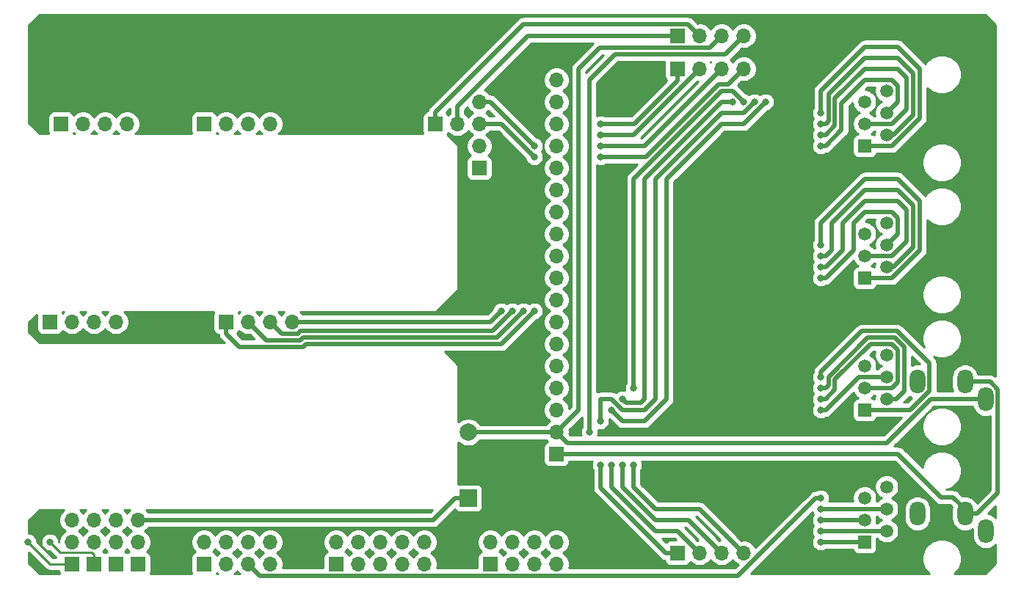
<source format=gbr>
G04 #@! TF.GenerationSoftware,KiCad,Pcbnew,5.1.5+dfsg1-2build2*
G04 #@! TF.CreationDate,2020-09-05T16:32:43+02:00*
G04 #@! TF.ProjectId,onstep-ramps-shield,6f6e7374-6570-42d7-9261-6d70732d7368,1*
G04 #@! TF.SameCoordinates,Original*
G04 #@! TF.FileFunction,Copper,L2,Bot*
G04 #@! TF.FilePolarity,Positive*
%FSLAX46Y46*%
G04 Gerber Fmt 4.6, Leading zero omitted, Abs format (unit mm)*
G04 Created by KiCad (PCBNEW 5.1.5+dfsg1-2build2) date 2020-09-05 16:32:43*
%MOMM*%
%LPD*%
G04 APERTURE LIST*
%ADD10O,1.700000X1.700000*%
%ADD11R,1.700000X1.700000*%
%ADD12R,1.520000X1.520000*%
%ADD13C,1.520000*%
%ADD14O,1.800000X2.800000*%
%ADD15C,2.000000*%
%ADD16R,2.000000X2.000000*%
%ADD17C,0.800000*%
%ADD18C,0.500000*%
%ADD19C,0.250000*%
%ADD20C,0.254000*%
G04 APERTURE END LIST*
D10*
X142240000Y-62230000D03*
X142240000Y-64770000D03*
X142240000Y-67310000D03*
D11*
X142240000Y-69850000D03*
D10*
X172720000Y-54610000D03*
X170180000Y-54610000D03*
X167640000Y-54610000D03*
D11*
X165100000Y-54610000D03*
D10*
X172720000Y-58420000D03*
X170180000Y-58420000D03*
X167640000Y-58420000D03*
D11*
X165100000Y-58420000D03*
D10*
X172720000Y-114300000D03*
X170180000Y-114300000D03*
X167640000Y-114300000D03*
D11*
X165100000Y-114300000D03*
D10*
X102870000Y-110490000D03*
X102870000Y-113030000D03*
D11*
X102870000Y-115570000D03*
D10*
X100330000Y-110490000D03*
X100330000Y-113030000D03*
D11*
X100330000Y-115570000D03*
D10*
X97790000Y-110490000D03*
X97790000Y-113030000D03*
D11*
X97790000Y-115570000D03*
D10*
X95250000Y-110490000D03*
X95250000Y-113030000D03*
D11*
X95250000Y-115570000D03*
D10*
X139700000Y-64770000D03*
D11*
X137160000Y-64770000D03*
D10*
X100330000Y-87630000D03*
X97790000Y-87630000D03*
X95250000Y-87630000D03*
D11*
X92710000Y-87630000D03*
D10*
X118110000Y-64770000D03*
X115570000Y-64770000D03*
X113030000Y-64770000D03*
D11*
X110490000Y-64770000D03*
D10*
X101600000Y-64770000D03*
X99060000Y-64770000D03*
X96520000Y-64770000D03*
D11*
X93980000Y-64770000D03*
D10*
X120650000Y-87630000D03*
X118110000Y-87630000D03*
X115570000Y-87630000D03*
D11*
X113030000Y-87630000D03*
D10*
X151130000Y-113030000D03*
X151130000Y-115570000D03*
X148590000Y-113030000D03*
X148590000Y-115570000D03*
X146050000Y-113030000D03*
X146050000Y-115570000D03*
X143510000Y-113030000D03*
D11*
X143510000Y-115570000D03*
D10*
X135890000Y-113030000D03*
X135890000Y-115570000D03*
X133350000Y-113030000D03*
X133350000Y-115570000D03*
X130810000Y-113030000D03*
X130810000Y-115570000D03*
X128270000Y-113030000D03*
X128270000Y-115570000D03*
X125730000Y-113030000D03*
D11*
X125730000Y-115570000D03*
D10*
X118110000Y-113030000D03*
X118110000Y-115570000D03*
X115570000Y-113030000D03*
X115570000Y-115570000D03*
X113030000Y-113030000D03*
X113030000Y-115570000D03*
X110490000Y-113030000D03*
D11*
X110490000Y-115570000D03*
D10*
X151130000Y-59690000D03*
X151130000Y-62230000D03*
X151130000Y-64770000D03*
X151130000Y-67310000D03*
X151130000Y-69850000D03*
X151130000Y-72390000D03*
X151130000Y-74930000D03*
X151130000Y-77470000D03*
X151130000Y-80010000D03*
X151130000Y-82550000D03*
X151130000Y-85090000D03*
X151130000Y-87630000D03*
X151130000Y-90170000D03*
X151130000Y-92710000D03*
X151130000Y-95250000D03*
X151130000Y-97790000D03*
X151130000Y-100330000D03*
D11*
X151130000Y-102870000D03*
D12*
X186690000Y-113030000D03*
D13*
X189230000Y-111760000D03*
X186690000Y-110490000D03*
X189230000Y-109220000D03*
X186690000Y-107950000D03*
X189230000Y-106680000D03*
D14*
X192760000Y-94520000D03*
X198260000Y-94520000D03*
X200660000Y-96520000D03*
X192760000Y-109760000D03*
X198260000Y-109760000D03*
X200660000Y-111760000D03*
D12*
X186690000Y-82550000D03*
D13*
X189230000Y-81280000D03*
X186690000Y-80010000D03*
X189230000Y-78740000D03*
X186690000Y-77470000D03*
X189230000Y-76200000D03*
D12*
X186690000Y-67310000D03*
D13*
X189230000Y-66040000D03*
X186690000Y-64770000D03*
X189230000Y-63500000D03*
X186690000Y-62230000D03*
X189230000Y-60960000D03*
D12*
X186690000Y-97790000D03*
D13*
X189230000Y-96520000D03*
X186690000Y-95250000D03*
X189230000Y-93980000D03*
X186690000Y-92710000D03*
X189230000Y-91440000D03*
D15*
X140970000Y-100350000D03*
D16*
X140970000Y-107950000D03*
D17*
X148590000Y-68580000D03*
X181610000Y-107950000D03*
X175260000Y-62230000D03*
X157480000Y-104140000D03*
X156210000Y-104140000D03*
X148590000Y-86360000D03*
X181611404Y-93981404D03*
X181611404Y-95251404D03*
X147321404Y-86355788D03*
X181611404Y-96521404D03*
X146050000Y-86357192D03*
X181611404Y-97791404D03*
X144778596Y-86358596D03*
X181610000Y-63500000D03*
X181610000Y-64770000D03*
X181610000Y-66040000D03*
X181610000Y-67310000D03*
X181610000Y-78740000D03*
X181610000Y-80010000D03*
X181610000Y-81280000D03*
X181610000Y-82550000D03*
X154940000Y-100330000D03*
X181610000Y-109220000D03*
X181610000Y-110490000D03*
X181611404Y-111758596D03*
X181611404Y-113028596D03*
X157480001Y-97792809D03*
X156210000Y-68580000D03*
X148591404Y-67308596D03*
X156210000Y-99060000D03*
X156210000Y-67310000D03*
X173987192Y-62230000D03*
X90170000Y-113030000D03*
X92710000Y-113030000D03*
X160020000Y-104140000D03*
X160020000Y-95250000D03*
X172715788Y-62228596D03*
X156210000Y-66040000D03*
X158750000Y-104140000D03*
X158751404Y-96518596D03*
X171448596Y-62234212D03*
X156211404Y-64768596D03*
D18*
X186347143Y-88679980D02*
X181611404Y-93415719D01*
X194160010Y-95599903D02*
X194160010Y-92383859D01*
X191969913Y-97790000D02*
X194160010Y-95599903D01*
X194160010Y-92383859D02*
X190456133Y-88679982D01*
X181611404Y-93415719D02*
X181611404Y-93981404D01*
X186690000Y-97790000D02*
X191969913Y-97790000D01*
X190456133Y-88679982D02*
X186347143Y-88679980D01*
X148590000Y-86360000D02*
X144780000Y-90170000D01*
X113030000Y-88980000D02*
X113030000Y-87630000D01*
X121919329Y-90480023D02*
X114530023Y-90480023D01*
X122229352Y-90170000D02*
X121919329Y-90480023D01*
X114530023Y-90480023D02*
X113030000Y-88980000D01*
X144780000Y-90170000D02*
X122229352Y-90170000D01*
X189230000Y-96520000D02*
X190304802Y-96520000D01*
X191240012Y-95584790D02*
X191240012Y-90524535D01*
X190145468Y-89429991D02*
X187044532Y-89429991D01*
X182511405Y-93963118D02*
X182511405Y-94917088D01*
X190304802Y-96520000D02*
X191240012Y-95584790D01*
X182177089Y-95251404D02*
X181611404Y-95251404D01*
X191240012Y-90524535D02*
X190145468Y-89429991D01*
X182511405Y-94917088D02*
X182177089Y-95251404D01*
X187044532Y-89429991D02*
X182511405Y-93963118D01*
X146921405Y-86755787D02*
X147321404Y-86355788D01*
X115570000Y-87630000D02*
X117670012Y-89730012D01*
X146921405Y-86758595D02*
X146921405Y-86755787D01*
X144260011Y-89419989D02*
X146921405Y-86758595D01*
X121918688Y-89419989D02*
X144260011Y-89419989D01*
X121608665Y-89730012D02*
X121918688Y-89419989D01*
X117670012Y-89730012D02*
X121608665Y-89730012D01*
X186690000Y-95250000D02*
X189824802Y-95250000D01*
X190490001Y-94584801D02*
X190490001Y-90835199D01*
X183261416Y-95437077D02*
X182177089Y-96521404D01*
X190490001Y-90835199D02*
X189834801Y-90179999D01*
X183261416Y-94273781D02*
X183261416Y-95437077D01*
X189834801Y-90179999D02*
X187355198Y-90179999D01*
X187355198Y-90179999D02*
X183261416Y-94273781D01*
X189824802Y-95250000D02*
X190490001Y-94584801D01*
X182177089Y-96521404D02*
X181611404Y-96521404D01*
X145650001Y-86757191D02*
X146050000Y-86357192D01*
X145650001Y-86759998D02*
X145650001Y-86757191D01*
X143740021Y-88669978D02*
X145650001Y-86759998D01*
X121608024Y-88669978D02*
X143740021Y-88669978D01*
X121298001Y-88980001D02*
X121608024Y-88669978D01*
X119460001Y-88980001D02*
X121298001Y-88980001D01*
X118110000Y-87630000D02*
X119460001Y-88980001D01*
X189230000Y-93980000D02*
X185988493Y-93980000D01*
X182177089Y-97791404D02*
X181611404Y-97791404D01*
X185988493Y-93980000D02*
X182177089Y-97791404D01*
X120650000Y-87630000D02*
X143507192Y-87630000D01*
X143507192Y-87630000D02*
X144778596Y-86358596D01*
X190500000Y-55880000D02*
X193040000Y-58420000D01*
X189824802Y-67310000D02*
X186690000Y-67310000D01*
X193040000Y-64094802D02*
X189824802Y-67310000D01*
X193040000Y-58420000D02*
X193040000Y-64094802D01*
X186690000Y-55880000D02*
X190500000Y-55880000D01*
X181610000Y-60960000D02*
X186690000Y-55880000D01*
X181610000Y-63500000D02*
X181610000Y-60960000D01*
X190500000Y-57150000D02*
X192289989Y-58939989D01*
X181610000Y-64770000D02*
X182175685Y-64770000D01*
X182510001Y-61329999D02*
X186690000Y-57150000D01*
X182175685Y-64770000D02*
X182510001Y-64435684D01*
X186690000Y-57150000D02*
X190500000Y-57150000D01*
X182510001Y-64435684D02*
X182510001Y-61329999D01*
X192289989Y-58939989D02*
X192289989Y-63784139D01*
X192289989Y-63784139D02*
X190034128Y-66040000D01*
X190034128Y-66040000D02*
X189230000Y-66040000D01*
X190500000Y-58420000D02*
X191539978Y-59459978D01*
X187764802Y-64770000D02*
X186690000Y-64770000D01*
X191539978Y-59459978D02*
X191539978Y-63054824D01*
X183260012Y-61849988D02*
X186690000Y-58420000D01*
X189824802Y-64770000D02*
X187764802Y-64770000D01*
X181610000Y-66040000D02*
X182175685Y-66040000D01*
X191539978Y-63054824D02*
X189824802Y-64770000D01*
X182175685Y-66040000D02*
X183260012Y-64955673D01*
X183260012Y-64955673D02*
X183260012Y-61849988D01*
X186690000Y-58420000D02*
X190500000Y-58420000D01*
X189824802Y-59690000D02*
X186690000Y-59690000D01*
X182175685Y-67310000D02*
X181610000Y-67310000D01*
X190490001Y-60355199D02*
X189824802Y-59690000D01*
X184010023Y-62369977D02*
X184010023Y-65475662D01*
X189230000Y-63500000D02*
X190490001Y-62239999D01*
X184010023Y-65475662D02*
X182175685Y-67310000D01*
X190490001Y-62239999D02*
X190490001Y-60355199D01*
X186690000Y-59690000D02*
X184010023Y-62369977D01*
X186690000Y-82550000D02*
X189824802Y-82550000D01*
X193040000Y-73660000D02*
X190500000Y-71120000D01*
X189824802Y-82550000D02*
X193040000Y-79334802D01*
X193040000Y-79334802D02*
X193040000Y-73660000D01*
X190500000Y-71120000D02*
X186690000Y-71120000D01*
X186690000Y-71120000D02*
X181610000Y-76200000D01*
X181610000Y-76200000D02*
X181610000Y-78740000D01*
X182175685Y-80010000D02*
X181610000Y-80010000D01*
X182880000Y-76200000D02*
X182880000Y-79305685D01*
X186690000Y-72390000D02*
X182880000Y-76200000D01*
X190500000Y-72390000D02*
X186690000Y-72390000D01*
X182880000Y-79305685D02*
X182175685Y-80010000D01*
X192289989Y-79024139D02*
X192289989Y-74179989D01*
X190034128Y-81280000D02*
X192289989Y-79024139D01*
X192289989Y-74179989D02*
X190500000Y-72390000D01*
X189230000Y-81280000D02*
X190034128Y-81280000D01*
X184150000Y-79305685D02*
X182175685Y-81280000D01*
X182175685Y-81280000D02*
X181610000Y-81280000D01*
X184150000Y-76200000D02*
X184150000Y-79305685D01*
X186690000Y-73660000D02*
X184150000Y-76200000D01*
X190500000Y-73660000D02*
X186690000Y-73660000D01*
X191539978Y-74699978D02*
X190500000Y-73660000D01*
X191539978Y-78294824D02*
X191539978Y-74699978D01*
X189824802Y-80010000D02*
X191539978Y-78294824D01*
X186690000Y-80010000D02*
X189824802Y-80010000D01*
X182175685Y-82550000D02*
X181610000Y-82550000D01*
X185420000Y-79305685D02*
X182175685Y-82550000D01*
X189824802Y-74930000D02*
X186690000Y-74930000D01*
X190490001Y-75595199D02*
X189824802Y-74930000D01*
X186690000Y-74930000D02*
X185420000Y-76200000D01*
X190490001Y-77479999D02*
X190490001Y-75595199D01*
X185420000Y-76200000D02*
X185420000Y-79305685D01*
X189230000Y-78740000D02*
X190490001Y-77479999D01*
X198260000Y-109260000D02*
X198260000Y-109760000D01*
X196860000Y-107860000D02*
X198260000Y-109260000D01*
X190524998Y-102870000D02*
X195514998Y-107860000D01*
X195514998Y-107860000D02*
X196860000Y-107860000D01*
X151130000Y-102870000D02*
X190524998Y-102870000D01*
X199660000Y-94520000D02*
X198260000Y-94520000D01*
X201139913Y-94520000D02*
X199660000Y-94520000D01*
X202060010Y-95440097D02*
X201139913Y-94520000D01*
X202060010Y-107359990D02*
X202060010Y-95440097D01*
X199660000Y-109760000D02*
X202060010Y-107359990D01*
X198260000Y-109760000D02*
X199660000Y-109760000D01*
X170619988Y-56710012D02*
X172720000Y-54610000D01*
X157919988Y-56710012D02*
X170619988Y-56710012D01*
X154940000Y-59690000D02*
X157919988Y-56710012D01*
X154940000Y-63500000D02*
X154940000Y-59690000D01*
X154940000Y-63500000D02*
X154940000Y-100330000D01*
X194300587Y-96520000D02*
X189220587Y-101600000D01*
X152400000Y-101600000D02*
X151130000Y-100330000D01*
X189220587Y-101600000D02*
X152400000Y-101600000D01*
X151110000Y-100350000D02*
X151130000Y-100330000D01*
X140970000Y-100350000D02*
X151110000Y-100350000D01*
X200660000Y-96520000D02*
X194300587Y-96520000D01*
X156129999Y-55960001D02*
X168829999Y-55960001D01*
X151130000Y-100330000D02*
X153670000Y-97790000D01*
X153670000Y-58420000D02*
X156129999Y-55960001D01*
X168829999Y-55960001D02*
X169330001Y-55459999D01*
X153670000Y-97790000D02*
X153670000Y-58420000D01*
X169330001Y-55459999D02*
X170180000Y-54610000D01*
X189230000Y-109220000D02*
X181610000Y-109220000D01*
X186690000Y-110490000D02*
X181610000Y-110490000D01*
X181612808Y-111760000D02*
X181611404Y-111758596D01*
X189230000Y-111760000D02*
X181612808Y-111760000D01*
X181612808Y-113030000D02*
X181611404Y-113028596D01*
X186690000Y-113030000D02*
X181612808Y-113030000D01*
X104072081Y-110490000D02*
X102870000Y-110490000D01*
X136930000Y-110490000D02*
X104072081Y-110490000D01*
X139470000Y-107950000D02*
X136930000Y-110490000D01*
X140970000Y-107950000D02*
X139470000Y-107950000D01*
X116419999Y-116419999D02*
X115570000Y-115570000D01*
X116920001Y-116920001D02*
X116419999Y-116419999D01*
X172074314Y-116920001D02*
X116920001Y-116920001D01*
X181044315Y-107950000D02*
X172074314Y-116920001D01*
X181610000Y-107950000D02*
X181044315Y-107950000D01*
X167640000Y-114300000D02*
X165100000Y-111760000D01*
X165100000Y-111760000D02*
X162560000Y-111760000D01*
X162560000Y-111760000D02*
X157480000Y-106680000D01*
X157480000Y-106680000D02*
X157480000Y-104140000D01*
X157480001Y-97792809D02*
X158747192Y-99060000D01*
X158747192Y-99060000D02*
X161290000Y-99060000D01*
X161290000Y-99060000D02*
X163830000Y-96520000D01*
X163830000Y-96520000D02*
X163830000Y-71120000D01*
X163830000Y-71120000D02*
X170180000Y-64770000D01*
X170180000Y-64770000D02*
X172720000Y-64770000D01*
X172720000Y-64770000D02*
X175260000Y-62230000D01*
X156775685Y-68580000D02*
X156210000Y-68580000D01*
X170930011Y-60209989D02*
X169869336Y-60209989D01*
X161499325Y-68580000D02*
X156775685Y-68580000D01*
X169869336Y-60209989D02*
X161499325Y-68580000D01*
X172720000Y-58420000D02*
X170930011Y-60209989D01*
X148191405Y-66908597D02*
X148591404Y-67308596D01*
X142240000Y-62230000D02*
X143512808Y-62230000D01*
X143512808Y-62230000D02*
X148191405Y-66908597D01*
X156210000Y-104705685D02*
X156210000Y-104140000D01*
X163750000Y-114300000D02*
X156210000Y-106760000D01*
X156210000Y-106760000D02*
X156210000Y-104705685D01*
X165100000Y-114300000D02*
X163750000Y-114300000D01*
X161290000Y-67310000D02*
X170180000Y-58420000D01*
X156210000Y-67310000D02*
X161290000Y-67310000D01*
X144780000Y-64770000D02*
X148590000Y-68580000D01*
X142240000Y-64770000D02*
X144780000Y-64770000D01*
X172717192Y-63500000D02*
X173987192Y-62230000D01*
X170180000Y-63500000D02*
X172717192Y-63500000D01*
X162560000Y-71120000D02*
X170180000Y-63500000D01*
X162560000Y-96520000D02*
X162560000Y-71120000D01*
X161290000Y-97790000D02*
X162560000Y-96520000D01*
X158750000Y-97790000D02*
X161290000Y-97790000D01*
X157480000Y-96520000D02*
X158750000Y-97790000D01*
X156210000Y-96520000D02*
X157480000Y-96520000D01*
X156210000Y-99060000D02*
X156210000Y-96520000D01*
X137160000Y-63420000D02*
X137160000Y-64770000D01*
X147320001Y-53259999D02*
X137160000Y-63420000D01*
X166289999Y-53259999D02*
X147320001Y-53259999D01*
X167640000Y-54610000D02*
X166289999Y-53259999D01*
X139700000Y-63567919D02*
X139700000Y-64770000D01*
X139700000Y-62771998D02*
X139700000Y-63567919D01*
X147861998Y-54610000D02*
X139700000Y-62771998D01*
X165100000Y-54610000D02*
X147861998Y-54610000D01*
D19*
X90170000Y-113030000D02*
X92710000Y-115570000D01*
X92710000Y-115570000D02*
X95250000Y-115570000D01*
X97790000Y-114470000D02*
X97790000Y-115570000D01*
X97575001Y-114255001D02*
X97790000Y-114470000D01*
X93935001Y-114255001D02*
X97575001Y-114255001D01*
X92710000Y-113030000D02*
X93935001Y-114255001D01*
D18*
X160020000Y-104140000D02*
X160020000Y-106680000D01*
X160020000Y-106680000D02*
X162560000Y-109220000D01*
X162560000Y-109220000D02*
X167640000Y-109220000D01*
X167640000Y-109220000D02*
X172720000Y-114300000D01*
X160020000Y-71120000D02*
X170180000Y-60960000D01*
X172315789Y-61828597D02*
X172715788Y-62228596D01*
X171447192Y-60960000D02*
X172315789Y-61828597D01*
X160020000Y-95250000D02*
X160020000Y-71120000D01*
X170180000Y-60960000D02*
X171447192Y-60960000D01*
X167640000Y-58420000D02*
X160020000Y-66040000D01*
X160020000Y-66040000D02*
X156210000Y-66040000D01*
X158750000Y-104140000D02*
X158750000Y-106680000D01*
X158750000Y-106680000D02*
X162560000Y-110490000D01*
X166370000Y-110490000D02*
X170180000Y-114300000D01*
X162560000Y-110490000D02*
X166370000Y-110490000D01*
X160891405Y-96918595D02*
X159151403Y-96918595D01*
X171448596Y-62234212D02*
X170175788Y-62234212D01*
X170175788Y-62234212D02*
X161291404Y-71118596D01*
X161291404Y-71118596D02*
X161291404Y-96518596D01*
X161291404Y-96518596D02*
X160891405Y-96918595D01*
X159151403Y-96918595D02*
X158751404Y-96518596D01*
X165100000Y-59770000D02*
X165100000Y-58420000D01*
X160101404Y-64768596D02*
X165100000Y-59770000D01*
X156211404Y-64768596D02*
X160101404Y-64768596D01*
D20*
G36*
X114416525Y-116516632D02*
G01*
X114612893Y-116713000D01*
X113987107Y-116713000D01*
X114183475Y-116516632D01*
X114300000Y-116342240D01*
X114416525Y-116516632D01*
G37*
X114416525Y-116516632D02*
X114612893Y-116713000D01*
X113987107Y-116713000D01*
X114183475Y-116516632D01*
X114300000Y-116342240D01*
X114416525Y-116516632D01*
G36*
X92146205Y-116081008D02*
G01*
X92169999Y-116110001D01*
X92198992Y-116133795D01*
X92198996Y-116133799D01*
X92256012Y-116180590D01*
X92285724Y-116204974D01*
X92417753Y-116275546D01*
X92561014Y-116319003D01*
X92672667Y-116330000D01*
X92672676Y-116330000D01*
X92709999Y-116333676D01*
X92747322Y-116330000D01*
X93761928Y-116330000D01*
X93761928Y-116420000D01*
X93774188Y-116544482D01*
X93810498Y-116664180D01*
X93836593Y-116713000D01*
X91492606Y-116713000D01*
X90297000Y-115517394D01*
X90297000Y-114231801D01*
X92146205Y-116081008D01*
G37*
X92146205Y-116081008D02*
X92169999Y-116110001D01*
X92198992Y-116133795D01*
X92198996Y-116133799D01*
X92256012Y-116180590D01*
X92285724Y-116204974D01*
X92417753Y-116275546D01*
X92561014Y-116319003D01*
X92672667Y-116330000D01*
X92672676Y-116330000D01*
X92709999Y-116333676D01*
X92747322Y-116330000D01*
X93761928Y-116330000D01*
X93761928Y-116420000D01*
X93774188Y-116544482D01*
X93810498Y-116664180D01*
X93836593Y-116713000D01*
X91492606Y-116713000D01*
X90297000Y-115517394D01*
X90297000Y-114231801D01*
X92146205Y-116081008D01*
G36*
X112072893Y-116713000D02*
G01*
X111903407Y-116713000D01*
X111929502Y-116664180D01*
X111951513Y-116591620D01*
X112072893Y-116713000D01*
G37*
X112072893Y-116713000D02*
X111903407Y-116713000D01*
X111929502Y-116664180D01*
X111951513Y-116591620D01*
X112072893Y-116713000D01*
G36*
X194858468Y-108455049D02*
G01*
X194886181Y-108488817D01*
X194919949Y-108516530D01*
X194919951Y-108516532D01*
X195020939Y-108599411D01*
X195174684Y-108681589D01*
X195320888Y-108725940D01*
X195341508Y-108732195D01*
X195471521Y-108745000D01*
X195471529Y-108745000D01*
X195514998Y-108749281D01*
X195558467Y-108745000D01*
X196493422Y-108745000D01*
X196743650Y-108995229D01*
X196725000Y-109184593D01*
X196725000Y-110335408D01*
X196747210Y-110560913D01*
X196834983Y-110850261D01*
X196977519Y-111116927D01*
X197169340Y-111350661D01*
X197403074Y-111542481D01*
X197669740Y-111685017D01*
X197959088Y-111772790D01*
X198260000Y-111802427D01*
X198560913Y-111772790D01*
X198850261Y-111685017D01*
X199116927Y-111542481D01*
X199125000Y-111535856D01*
X199125000Y-112335408D01*
X199147210Y-112560913D01*
X199234983Y-112850261D01*
X199377519Y-113116927D01*
X199569340Y-113350661D01*
X199803074Y-113542481D01*
X200069740Y-113685017D01*
X200359088Y-113772790D01*
X200660000Y-113802427D01*
X200960913Y-113772790D01*
X201250261Y-113685017D01*
X201516927Y-113542481D01*
X201750661Y-113350661D01*
X201803000Y-113286886D01*
X201803000Y-115517394D01*
X200607394Y-116713000D01*
X196994410Y-116713000D01*
X197020666Y-116695456D01*
X197335456Y-116380666D01*
X197582786Y-116010511D01*
X197753149Y-115599218D01*
X197840000Y-115162591D01*
X197840000Y-114717409D01*
X197753149Y-114280782D01*
X197582786Y-113869489D01*
X197335456Y-113499334D01*
X197020666Y-113184544D01*
X196650511Y-112937214D01*
X196239218Y-112766851D01*
X195802591Y-112680000D01*
X195357409Y-112680000D01*
X194920782Y-112766851D01*
X194509489Y-112937214D01*
X194139334Y-113184544D01*
X193824544Y-113499334D01*
X193577214Y-113869489D01*
X193406851Y-114280782D01*
X193320000Y-114717409D01*
X193320000Y-115162591D01*
X193406851Y-115599218D01*
X193577214Y-116010511D01*
X193824544Y-116380666D01*
X194139334Y-116695456D01*
X194165590Y-116713000D01*
X173532893Y-116713000D01*
X180646765Y-109599129D01*
X180692795Y-109710256D01*
X180789510Y-109855000D01*
X180692795Y-109999744D01*
X180614774Y-110188102D01*
X180575000Y-110388061D01*
X180575000Y-110591939D01*
X180614774Y-110791898D01*
X180692795Y-110980256D01*
X180789743Y-111125349D01*
X180694199Y-111268340D01*
X180616178Y-111456698D01*
X180576404Y-111656657D01*
X180576404Y-111860535D01*
X180616178Y-112060494D01*
X180694199Y-112248852D01*
X180790914Y-112393596D01*
X180694199Y-112538340D01*
X180616178Y-112726698D01*
X180576404Y-112926657D01*
X180576404Y-113130535D01*
X180616178Y-113330494D01*
X180694199Y-113518852D01*
X180807467Y-113688370D01*
X180951630Y-113832533D01*
X181121148Y-113945801D01*
X181309506Y-114023822D01*
X181509465Y-114063596D01*
X181713343Y-114063596D01*
X181913302Y-114023822D01*
X182101660Y-113945801D01*
X182147757Y-113915000D01*
X185304345Y-113915000D01*
X185340498Y-114034180D01*
X185399463Y-114144494D01*
X185478815Y-114241185D01*
X185575506Y-114320537D01*
X185685820Y-114379502D01*
X185805518Y-114415812D01*
X185930000Y-114428072D01*
X187450000Y-114428072D01*
X187574482Y-114415812D01*
X187694180Y-114379502D01*
X187804494Y-114320537D01*
X187901185Y-114241185D01*
X187980537Y-114144494D01*
X188039502Y-114034180D01*
X188075812Y-113914482D01*
X188088072Y-113790000D01*
X188088072Y-112645000D01*
X188143586Y-112645000D01*
X188146433Y-112649261D01*
X188340739Y-112843567D01*
X188569220Y-112996233D01*
X188823093Y-113101391D01*
X189092604Y-113155000D01*
X189367396Y-113155000D01*
X189636907Y-113101391D01*
X189890780Y-112996233D01*
X190119261Y-112843567D01*
X190313567Y-112649261D01*
X190466233Y-112420780D01*
X190571391Y-112166907D01*
X190625000Y-111897396D01*
X190625000Y-111622604D01*
X190571391Y-111353093D01*
X190466233Y-111099220D01*
X190313567Y-110870739D01*
X190119261Y-110676433D01*
X189890780Y-110523767D01*
X189809260Y-110490000D01*
X189890780Y-110456233D01*
X190119261Y-110303567D01*
X190313567Y-110109261D01*
X190466233Y-109880780D01*
X190571391Y-109626907D01*
X190625000Y-109357396D01*
X190625000Y-109184593D01*
X191225000Y-109184593D01*
X191225000Y-110335408D01*
X191247210Y-110560913D01*
X191334983Y-110850261D01*
X191477519Y-111116927D01*
X191669340Y-111350661D01*
X191903074Y-111542481D01*
X192169740Y-111685017D01*
X192459088Y-111772790D01*
X192760000Y-111802427D01*
X193060913Y-111772790D01*
X193350261Y-111685017D01*
X193616927Y-111542481D01*
X193850661Y-111350661D01*
X194042481Y-111116927D01*
X194185017Y-110850261D01*
X194272790Y-110560913D01*
X194295000Y-110335408D01*
X194295000Y-109184592D01*
X194272790Y-108959087D01*
X194185017Y-108669739D01*
X194042481Y-108403073D01*
X193850661Y-108169339D01*
X193616926Y-107977519D01*
X193350260Y-107834983D01*
X193060912Y-107747210D01*
X192760000Y-107717573D01*
X192459087Y-107747210D01*
X192169739Y-107834983D01*
X191903073Y-107977519D01*
X191669339Y-108169339D01*
X191477519Y-108403074D01*
X191334983Y-108669740D01*
X191247210Y-108959088D01*
X191225000Y-109184593D01*
X190625000Y-109184593D01*
X190625000Y-109082604D01*
X190571391Y-108813093D01*
X190466233Y-108559220D01*
X190313567Y-108330739D01*
X190119261Y-108136433D01*
X189890780Y-107983767D01*
X189809260Y-107950000D01*
X189890780Y-107916233D01*
X190119261Y-107763567D01*
X190313567Y-107569261D01*
X190466233Y-107340780D01*
X190571391Y-107086907D01*
X190625000Y-106817396D01*
X190625000Y-106542604D01*
X190571391Y-106273093D01*
X190466233Y-106019220D01*
X190313567Y-105790739D01*
X190119261Y-105596433D01*
X189890780Y-105443767D01*
X189636907Y-105338609D01*
X189367396Y-105285000D01*
X189092604Y-105285000D01*
X188823093Y-105338609D01*
X188569220Y-105443767D01*
X188340739Y-105596433D01*
X188146433Y-105790739D01*
X187993767Y-106019220D01*
X187888609Y-106273093D01*
X187835000Y-106542604D01*
X187835000Y-106817396D01*
X187888609Y-107086907D01*
X187993767Y-107340780D01*
X188146433Y-107569261D01*
X188340739Y-107763567D01*
X188569220Y-107916233D01*
X188650740Y-107950000D01*
X188569220Y-107983767D01*
X188340739Y-108136433D01*
X188146433Y-108330739D01*
X188143586Y-108335000D01*
X188035749Y-108335000D01*
X188085000Y-108087396D01*
X188085000Y-107812604D01*
X188031391Y-107543093D01*
X187926233Y-107289220D01*
X187773567Y-107060739D01*
X187579261Y-106866433D01*
X187350780Y-106713767D01*
X187096907Y-106608609D01*
X186827396Y-106555000D01*
X186552604Y-106555000D01*
X186283093Y-106608609D01*
X186029220Y-106713767D01*
X185800739Y-106866433D01*
X185606433Y-107060739D01*
X185453767Y-107289220D01*
X185348609Y-107543093D01*
X185295000Y-107812604D01*
X185295000Y-108087396D01*
X185344251Y-108335000D01*
X182570804Y-108335000D01*
X182605226Y-108251898D01*
X182645000Y-108051939D01*
X182645000Y-107848061D01*
X182605226Y-107648102D01*
X182527205Y-107459744D01*
X182413937Y-107290226D01*
X182269774Y-107146063D01*
X182100256Y-107032795D01*
X181911898Y-106954774D01*
X181711939Y-106915000D01*
X181508061Y-106915000D01*
X181308102Y-106954774D01*
X181119744Y-107032795D01*
X181073631Y-107063606D01*
X181044314Y-107060719D01*
X181000848Y-107065000D01*
X181000838Y-107065000D01*
X180870825Y-107077805D01*
X180704002Y-107128411D01*
X180550256Y-107210589D01*
X180550254Y-107210590D01*
X180550255Y-107210590D01*
X180449268Y-107293468D01*
X180449266Y-107293470D01*
X180415498Y-107321183D01*
X180387785Y-107354951D01*
X174068254Y-113674482D01*
X174035990Y-113596589D01*
X173873475Y-113353368D01*
X173666632Y-113146525D01*
X173423411Y-112984010D01*
X173153158Y-112872068D01*
X172866260Y-112815000D01*
X172573740Y-112815000D01*
X172501040Y-112829461D01*
X168296534Y-108624956D01*
X168268817Y-108591183D01*
X168134059Y-108480589D01*
X167980313Y-108398411D01*
X167813490Y-108347805D01*
X167683477Y-108335000D01*
X167683469Y-108335000D01*
X167640000Y-108330719D01*
X167596531Y-108335000D01*
X162926579Y-108335000D01*
X160905000Y-106313422D01*
X160905000Y-104678454D01*
X160937205Y-104630256D01*
X161015226Y-104441898D01*
X161055000Y-104241939D01*
X161055000Y-104038061D01*
X161015226Y-103838102D01*
X160980804Y-103755000D01*
X190158420Y-103755000D01*
X194858468Y-108455049D01*
G37*
X194858468Y-108455049D02*
X194886181Y-108488817D01*
X194919949Y-108516530D01*
X194919951Y-108516532D01*
X195020939Y-108599411D01*
X195174684Y-108681589D01*
X195320888Y-108725940D01*
X195341508Y-108732195D01*
X195471521Y-108745000D01*
X195471529Y-108745000D01*
X195514998Y-108749281D01*
X195558467Y-108745000D01*
X196493422Y-108745000D01*
X196743650Y-108995229D01*
X196725000Y-109184593D01*
X196725000Y-110335408D01*
X196747210Y-110560913D01*
X196834983Y-110850261D01*
X196977519Y-111116927D01*
X197169340Y-111350661D01*
X197403074Y-111542481D01*
X197669740Y-111685017D01*
X197959088Y-111772790D01*
X198260000Y-111802427D01*
X198560913Y-111772790D01*
X198850261Y-111685017D01*
X199116927Y-111542481D01*
X199125000Y-111535856D01*
X199125000Y-112335408D01*
X199147210Y-112560913D01*
X199234983Y-112850261D01*
X199377519Y-113116927D01*
X199569340Y-113350661D01*
X199803074Y-113542481D01*
X200069740Y-113685017D01*
X200359088Y-113772790D01*
X200660000Y-113802427D01*
X200960913Y-113772790D01*
X201250261Y-113685017D01*
X201516927Y-113542481D01*
X201750661Y-113350661D01*
X201803000Y-113286886D01*
X201803000Y-115517394D01*
X200607394Y-116713000D01*
X196994410Y-116713000D01*
X197020666Y-116695456D01*
X197335456Y-116380666D01*
X197582786Y-116010511D01*
X197753149Y-115599218D01*
X197840000Y-115162591D01*
X197840000Y-114717409D01*
X197753149Y-114280782D01*
X197582786Y-113869489D01*
X197335456Y-113499334D01*
X197020666Y-113184544D01*
X196650511Y-112937214D01*
X196239218Y-112766851D01*
X195802591Y-112680000D01*
X195357409Y-112680000D01*
X194920782Y-112766851D01*
X194509489Y-112937214D01*
X194139334Y-113184544D01*
X193824544Y-113499334D01*
X193577214Y-113869489D01*
X193406851Y-114280782D01*
X193320000Y-114717409D01*
X193320000Y-115162591D01*
X193406851Y-115599218D01*
X193577214Y-116010511D01*
X193824544Y-116380666D01*
X194139334Y-116695456D01*
X194165590Y-116713000D01*
X173532893Y-116713000D01*
X180646765Y-109599129D01*
X180692795Y-109710256D01*
X180789510Y-109855000D01*
X180692795Y-109999744D01*
X180614774Y-110188102D01*
X180575000Y-110388061D01*
X180575000Y-110591939D01*
X180614774Y-110791898D01*
X180692795Y-110980256D01*
X180789743Y-111125349D01*
X180694199Y-111268340D01*
X180616178Y-111456698D01*
X180576404Y-111656657D01*
X180576404Y-111860535D01*
X180616178Y-112060494D01*
X180694199Y-112248852D01*
X180790914Y-112393596D01*
X180694199Y-112538340D01*
X180616178Y-112726698D01*
X180576404Y-112926657D01*
X180576404Y-113130535D01*
X180616178Y-113330494D01*
X180694199Y-113518852D01*
X180807467Y-113688370D01*
X180951630Y-113832533D01*
X181121148Y-113945801D01*
X181309506Y-114023822D01*
X181509465Y-114063596D01*
X181713343Y-114063596D01*
X181913302Y-114023822D01*
X182101660Y-113945801D01*
X182147757Y-113915000D01*
X185304345Y-113915000D01*
X185340498Y-114034180D01*
X185399463Y-114144494D01*
X185478815Y-114241185D01*
X185575506Y-114320537D01*
X185685820Y-114379502D01*
X185805518Y-114415812D01*
X185930000Y-114428072D01*
X187450000Y-114428072D01*
X187574482Y-114415812D01*
X187694180Y-114379502D01*
X187804494Y-114320537D01*
X187901185Y-114241185D01*
X187980537Y-114144494D01*
X188039502Y-114034180D01*
X188075812Y-113914482D01*
X188088072Y-113790000D01*
X188088072Y-112645000D01*
X188143586Y-112645000D01*
X188146433Y-112649261D01*
X188340739Y-112843567D01*
X188569220Y-112996233D01*
X188823093Y-113101391D01*
X189092604Y-113155000D01*
X189367396Y-113155000D01*
X189636907Y-113101391D01*
X189890780Y-112996233D01*
X190119261Y-112843567D01*
X190313567Y-112649261D01*
X190466233Y-112420780D01*
X190571391Y-112166907D01*
X190625000Y-111897396D01*
X190625000Y-111622604D01*
X190571391Y-111353093D01*
X190466233Y-111099220D01*
X190313567Y-110870739D01*
X190119261Y-110676433D01*
X189890780Y-110523767D01*
X189809260Y-110490000D01*
X189890780Y-110456233D01*
X190119261Y-110303567D01*
X190313567Y-110109261D01*
X190466233Y-109880780D01*
X190571391Y-109626907D01*
X190625000Y-109357396D01*
X190625000Y-109184593D01*
X191225000Y-109184593D01*
X191225000Y-110335408D01*
X191247210Y-110560913D01*
X191334983Y-110850261D01*
X191477519Y-111116927D01*
X191669340Y-111350661D01*
X191903074Y-111542481D01*
X192169740Y-111685017D01*
X192459088Y-111772790D01*
X192760000Y-111802427D01*
X193060913Y-111772790D01*
X193350261Y-111685017D01*
X193616927Y-111542481D01*
X193850661Y-111350661D01*
X194042481Y-111116927D01*
X194185017Y-110850261D01*
X194272790Y-110560913D01*
X194295000Y-110335408D01*
X194295000Y-109184592D01*
X194272790Y-108959087D01*
X194185017Y-108669739D01*
X194042481Y-108403073D01*
X193850661Y-108169339D01*
X193616926Y-107977519D01*
X193350260Y-107834983D01*
X193060912Y-107747210D01*
X192760000Y-107717573D01*
X192459087Y-107747210D01*
X192169739Y-107834983D01*
X191903073Y-107977519D01*
X191669339Y-108169339D01*
X191477519Y-108403074D01*
X191334983Y-108669740D01*
X191247210Y-108959088D01*
X191225000Y-109184593D01*
X190625000Y-109184593D01*
X190625000Y-109082604D01*
X190571391Y-108813093D01*
X190466233Y-108559220D01*
X190313567Y-108330739D01*
X190119261Y-108136433D01*
X189890780Y-107983767D01*
X189809260Y-107950000D01*
X189890780Y-107916233D01*
X190119261Y-107763567D01*
X190313567Y-107569261D01*
X190466233Y-107340780D01*
X190571391Y-107086907D01*
X190625000Y-106817396D01*
X190625000Y-106542604D01*
X190571391Y-106273093D01*
X190466233Y-106019220D01*
X190313567Y-105790739D01*
X190119261Y-105596433D01*
X189890780Y-105443767D01*
X189636907Y-105338609D01*
X189367396Y-105285000D01*
X189092604Y-105285000D01*
X188823093Y-105338609D01*
X188569220Y-105443767D01*
X188340739Y-105596433D01*
X188146433Y-105790739D01*
X187993767Y-106019220D01*
X187888609Y-106273093D01*
X187835000Y-106542604D01*
X187835000Y-106817396D01*
X187888609Y-107086907D01*
X187993767Y-107340780D01*
X188146433Y-107569261D01*
X188340739Y-107763567D01*
X188569220Y-107916233D01*
X188650740Y-107950000D01*
X188569220Y-107983767D01*
X188340739Y-108136433D01*
X188146433Y-108330739D01*
X188143586Y-108335000D01*
X188035749Y-108335000D01*
X188085000Y-108087396D01*
X188085000Y-107812604D01*
X188031391Y-107543093D01*
X187926233Y-107289220D01*
X187773567Y-107060739D01*
X187579261Y-106866433D01*
X187350780Y-106713767D01*
X187096907Y-106608609D01*
X186827396Y-106555000D01*
X186552604Y-106555000D01*
X186283093Y-106608609D01*
X186029220Y-106713767D01*
X185800739Y-106866433D01*
X185606433Y-107060739D01*
X185453767Y-107289220D01*
X185348609Y-107543093D01*
X185295000Y-107812604D01*
X185295000Y-108087396D01*
X185344251Y-108335000D01*
X182570804Y-108335000D01*
X182605226Y-108251898D01*
X182645000Y-108051939D01*
X182645000Y-107848061D01*
X182605226Y-107648102D01*
X182527205Y-107459744D01*
X182413937Y-107290226D01*
X182269774Y-107146063D01*
X182100256Y-107032795D01*
X181911898Y-106954774D01*
X181711939Y-106915000D01*
X181508061Y-106915000D01*
X181308102Y-106954774D01*
X181119744Y-107032795D01*
X181073631Y-107063606D01*
X181044314Y-107060719D01*
X181000848Y-107065000D01*
X181000838Y-107065000D01*
X180870825Y-107077805D01*
X180704002Y-107128411D01*
X180550256Y-107210589D01*
X180550254Y-107210590D01*
X180550255Y-107210590D01*
X180449268Y-107293468D01*
X180449266Y-107293470D01*
X180415498Y-107321183D01*
X180387785Y-107354951D01*
X174068254Y-113674482D01*
X174035990Y-113596589D01*
X173873475Y-113353368D01*
X173666632Y-113146525D01*
X173423411Y-112984010D01*
X173153158Y-112872068D01*
X172866260Y-112815000D01*
X172573740Y-112815000D01*
X172501040Y-112829461D01*
X168296534Y-108624956D01*
X168268817Y-108591183D01*
X168134059Y-108480589D01*
X167980313Y-108398411D01*
X167813490Y-108347805D01*
X167683477Y-108335000D01*
X167683469Y-108335000D01*
X167640000Y-108330719D01*
X167596531Y-108335000D01*
X162926579Y-108335000D01*
X160905000Y-106313422D01*
X160905000Y-104678454D01*
X160937205Y-104630256D01*
X161015226Y-104441898D01*
X161055000Y-104241939D01*
X161055000Y-104038061D01*
X161015226Y-103838102D01*
X160980804Y-103755000D01*
X190158420Y-103755000D01*
X194858468Y-108455049D01*
G36*
X149976525Y-101276632D02*
G01*
X150108380Y-101408487D01*
X150035820Y-101430498D01*
X149925506Y-101489463D01*
X149828815Y-101568815D01*
X149749463Y-101665506D01*
X149690498Y-101775820D01*
X149654188Y-101895518D01*
X149641928Y-102020000D01*
X149641928Y-103720000D01*
X149654188Y-103844482D01*
X149690498Y-103964180D01*
X149749463Y-104074494D01*
X149828815Y-104171185D01*
X149925506Y-104250537D01*
X150035820Y-104309502D01*
X150155518Y-104345812D01*
X150280000Y-104358072D01*
X151980000Y-104358072D01*
X152104482Y-104345812D01*
X152224180Y-104309502D01*
X152334494Y-104250537D01*
X152431185Y-104171185D01*
X152510537Y-104074494D01*
X152569502Y-103964180D01*
X152605812Y-103844482D01*
X152614625Y-103755000D01*
X155249196Y-103755000D01*
X155214774Y-103838102D01*
X155175000Y-104038061D01*
X155175000Y-104241939D01*
X155214774Y-104441898D01*
X155292795Y-104630256D01*
X155325000Y-104678454D01*
X155325000Y-104749161D01*
X155325001Y-104749171D01*
X155325000Y-106716531D01*
X155320719Y-106760000D01*
X155325000Y-106803469D01*
X155325000Y-106803476D01*
X155331201Y-106866433D01*
X155337805Y-106933490D01*
X155343769Y-106953149D01*
X155388411Y-107100312D01*
X155470589Y-107254058D01*
X155581183Y-107388817D01*
X155614956Y-107416534D01*
X163093470Y-114895049D01*
X163121183Y-114928817D01*
X163154951Y-114956530D01*
X163154953Y-114956532D01*
X163208861Y-115000773D01*
X163255941Y-115039411D01*
X163409687Y-115121589D01*
X163576510Y-115172195D01*
X163614482Y-115175935D01*
X163624188Y-115274482D01*
X163660498Y-115394180D01*
X163719463Y-115504494D01*
X163798815Y-115601185D01*
X163895506Y-115680537D01*
X164005820Y-115739502D01*
X164125518Y-115775812D01*
X164250000Y-115788072D01*
X165950000Y-115788072D01*
X166074482Y-115775812D01*
X166194180Y-115739502D01*
X166304494Y-115680537D01*
X166401185Y-115601185D01*
X166480537Y-115504494D01*
X166539502Y-115394180D01*
X166561513Y-115321620D01*
X166693368Y-115453475D01*
X166936589Y-115615990D01*
X167206842Y-115727932D01*
X167493740Y-115785000D01*
X167786260Y-115785000D01*
X168073158Y-115727932D01*
X168343411Y-115615990D01*
X168586632Y-115453475D01*
X168793475Y-115246632D01*
X168910000Y-115072240D01*
X169026525Y-115246632D01*
X169233368Y-115453475D01*
X169476589Y-115615990D01*
X169746842Y-115727932D01*
X170033740Y-115785000D01*
X170326260Y-115785000D01*
X170613158Y-115727932D01*
X170883411Y-115615990D01*
X171126632Y-115453475D01*
X171333475Y-115246632D01*
X171450000Y-115072240D01*
X171566525Y-115246632D01*
X171773368Y-115453475D01*
X172016589Y-115615990D01*
X172094483Y-115648254D01*
X171707736Y-116035001D01*
X152544742Y-116035001D01*
X152557932Y-116003158D01*
X152615000Y-115716260D01*
X152615000Y-115423740D01*
X152557932Y-115136842D01*
X152445990Y-114866589D01*
X152283475Y-114623368D01*
X152076632Y-114416525D01*
X151902240Y-114300000D01*
X152076632Y-114183475D01*
X152283475Y-113976632D01*
X152445990Y-113733411D01*
X152557932Y-113463158D01*
X152615000Y-113176260D01*
X152615000Y-112883740D01*
X152557932Y-112596842D01*
X152445990Y-112326589D01*
X152283475Y-112083368D01*
X152076632Y-111876525D01*
X151833411Y-111714010D01*
X151563158Y-111602068D01*
X151276260Y-111545000D01*
X150983740Y-111545000D01*
X150696842Y-111602068D01*
X150426589Y-111714010D01*
X150183368Y-111876525D01*
X149976525Y-112083368D01*
X149860000Y-112257760D01*
X149743475Y-112083368D01*
X149536632Y-111876525D01*
X149293411Y-111714010D01*
X149023158Y-111602068D01*
X148736260Y-111545000D01*
X148443740Y-111545000D01*
X148156842Y-111602068D01*
X147886589Y-111714010D01*
X147643368Y-111876525D01*
X147436525Y-112083368D01*
X147320000Y-112257760D01*
X147203475Y-112083368D01*
X146996632Y-111876525D01*
X146753411Y-111714010D01*
X146483158Y-111602068D01*
X146196260Y-111545000D01*
X145903740Y-111545000D01*
X145616842Y-111602068D01*
X145346589Y-111714010D01*
X145103368Y-111876525D01*
X144896525Y-112083368D01*
X144780000Y-112257760D01*
X144663475Y-112083368D01*
X144456632Y-111876525D01*
X144213411Y-111714010D01*
X143943158Y-111602068D01*
X143656260Y-111545000D01*
X143363740Y-111545000D01*
X143076842Y-111602068D01*
X142806589Y-111714010D01*
X142563368Y-111876525D01*
X142356525Y-112083368D01*
X142194010Y-112326589D01*
X142082068Y-112596842D01*
X142025000Y-112883740D01*
X142025000Y-113176260D01*
X142082068Y-113463158D01*
X142194010Y-113733411D01*
X142356525Y-113976632D01*
X142488380Y-114108487D01*
X142415820Y-114130498D01*
X142305506Y-114189463D01*
X142208815Y-114268815D01*
X142129463Y-114365506D01*
X142070498Y-114475820D01*
X142034188Y-114595518D01*
X142021928Y-114720000D01*
X142021928Y-116035001D01*
X137304742Y-116035001D01*
X137317932Y-116003158D01*
X137375000Y-115716260D01*
X137375000Y-115423740D01*
X137317932Y-115136842D01*
X137205990Y-114866589D01*
X137043475Y-114623368D01*
X136836632Y-114416525D01*
X136662240Y-114300000D01*
X136836632Y-114183475D01*
X137043475Y-113976632D01*
X137205990Y-113733411D01*
X137317932Y-113463158D01*
X137375000Y-113176260D01*
X137375000Y-112883740D01*
X137317932Y-112596842D01*
X137205990Y-112326589D01*
X137043475Y-112083368D01*
X136836632Y-111876525D01*
X136593411Y-111714010D01*
X136323158Y-111602068D01*
X136036260Y-111545000D01*
X135743740Y-111545000D01*
X135456842Y-111602068D01*
X135186589Y-111714010D01*
X134943368Y-111876525D01*
X134736525Y-112083368D01*
X134620000Y-112257760D01*
X134503475Y-112083368D01*
X134296632Y-111876525D01*
X134053411Y-111714010D01*
X133783158Y-111602068D01*
X133496260Y-111545000D01*
X133203740Y-111545000D01*
X132916842Y-111602068D01*
X132646589Y-111714010D01*
X132403368Y-111876525D01*
X132196525Y-112083368D01*
X132080000Y-112257760D01*
X131963475Y-112083368D01*
X131756632Y-111876525D01*
X131513411Y-111714010D01*
X131243158Y-111602068D01*
X130956260Y-111545000D01*
X130663740Y-111545000D01*
X130376842Y-111602068D01*
X130106589Y-111714010D01*
X129863368Y-111876525D01*
X129656525Y-112083368D01*
X129540000Y-112257760D01*
X129423475Y-112083368D01*
X129216632Y-111876525D01*
X128973411Y-111714010D01*
X128703158Y-111602068D01*
X128416260Y-111545000D01*
X128123740Y-111545000D01*
X127836842Y-111602068D01*
X127566589Y-111714010D01*
X127323368Y-111876525D01*
X127116525Y-112083368D01*
X127000000Y-112257760D01*
X126883475Y-112083368D01*
X126676632Y-111876525D01*
X126433411Y-111714010D01*
X126163158Y-111602068D01*
X125876260Y-111545000D01*
X125583740Y-111545000D01*
X125296842Y-111602068D01*
X125026589Y-111714010D01*
X124783368Y-111876525D01*
X124576525Y-112083368D01*
X124414010Y-112326589D01*
X124302068Y-112596842D01*
X124245000Y-112883740D01*
X124245000Y-113176260D01*
X124302068Y-113463158D01*
X124414010Y-113733411D01*
X124576525Y-113976632D01*
X124708380Y-114108487D01*
X124635820Y-114130498D01*
X124525506Y-114189463D01*
X124428815Y-114268815D01*
X124349463Y-114365506D01*
X124290498Y-114475820D01*
X124254188Y-114595518D01*
X124241928Y-114720000D01*
X124241928Y-116035001D01*
X119524742Y-116035001D01*
X119537932Y-116003158D01*
X119595000Y-115716260D01*
X119595000Y-115423740D01*
X119537932Y-115136842D01*
X119425990Y-114866589D01*
X119263475Y-114623368D01*
X119056632Y-114416525D01*
X118882240Y-114300000D01*
X119056632Y-114183475D01*
X119263475Y-113976632D01*
X119425990Y-113733411D01*
X119537932Y-113463158D01*
X119595000Y-113176260D01*
X119595000Y-112883740D01*
X119537932Y-112596842D01*
X119425990Y-112326589D01*
X119263475Y-112083368D01*
X119056632Y-111876525D01*
X118813411Y-111714010D01*
X118543158Y-111602068D01*
X118256260Y-111545000D01*
X117963740Y-111545000D01*
X117676842Y-111602068D01*
X117406589Y-111714010D01*
X117163368Y-111876525D01*
X116956525Y-112083368D01*
X116840000Y-112257760D01*
X116723475Y-112083368D01*
X116516632Y-111876525D01*
X116273411Y-111714010D01*
X116003158Y-111602068D01*
X115716260Y-111545000D01*
X115423740Y-111545000D01*
X115136842Y-111602068D01*
X114866589Y-111714010D01*
X114623368Y-111876525D01*
X114416525Y-112083368D01*
X114300000Y-112257760D01*
X114183475Y-112083368D01*
X113976632Y-111876525D01*
X113733411Y-111714010D01*
X113463158Y-111602068D01*
X113176260Y-111545000D01*
X112883740Y-111545000D01*
X112596842Y-111602068D01*
X112326589Y-111714010D01*
X112083368Y-111876525D01*
X111876525Y-112083368D01*
X111760000Y-112257760D01*
X111643475Y-112083368D01*
X111436632Y-111876525D01*
X111193411Y-111714010D01*
X110923158Y-111602068D01*
X110636260Y-111545000D01*
X110343740Y-111545000D01*
X110056842Y-111602068D01*
X109786589Y-111714010D01*
X109543368Y-111876525D01*
X109336525Y-112083368D01*
X109174010Y-112326589D01*
X109062068Y-112596842D01*
X109005000Y-112883740D01*
X109005000Y-113176260D01*
X109062068Y-113463158D01*
X109174010Y-113733411D01*
X109336525Y-113976632D01*
X109468380Y-114108487D01*
X109395820Y-114130498D01*
X109285506Y-114189463D01*
X109188815Y-114268815D01*
X109109463Y-114365506D01*
X109050498Y-114475820D01*
X109014188Y-114595518D01*
X109001928Y-114720000D01*
X109001928Y-116420000D01*
X109014188Y-116544482D01*
X109050498Y-116664180D01*
X109076593Y-116713000D01*
X104283407Y-116713000D01*
X104309502Y-116664180D01*
X104345812Y-116544482D01*
X104358072Y-116420000D01*
X104358072Y-114720000D01*
X104345812Y-114595518D01*
X104309502Y-114475820D01*
X104250537Y-114365506D01*
X104171185Y-114268815D01*
X104074494Y-114189463D01*
X103964180Y-114130498D01*
X103891620Y-114108487D01*
X104023475Y-113976632D01*
X104185990Y-113733411D01*
X104297932Y-113463158D01*
X104355000Y-113176260D01*
X104355000Y-112883740D01*
X104297932Y-112596842D01*
X104185990Y-112326589D01*
X104023475Y-112083368D01*
X103816632Y-111876525D01*
X103642240Y-111760000D01*
X103816632Y-111643475D01*
X104023475Y-111436632D01*
X104064656Y-111375000D01*
X136886531Y-111375000D01*
X136930000Y-111379281D01*
X136973469Y-111375000D01*
X136973477Y-111375000D01*
X137103490Y-111362195D01*
X137270313Y-111311589D01*
X137424059Y-111229411D01*
X137558817Y-111118817D01*
X137586534Y-111085044D01*
X139414251Y-109257327D01*
X139439463Y-109304494D01*
X139518815Y-109401185D01*
X139615506Y-109480537D01*
X139725820Y-109539502D01*
X139845518Y-109575812D01*
X139970000Y-109588072D01*
X141970000Y-109588072D01*
X142094482Y-109575812D01*
X142214180Y-109539502D01*
X142324494Y-109480537D01*
X142421185Y-109401185D01*
X142500537Y-109304494D01*
X142559502Y-109194180D01*
X142595812Y-109074482D01*
X142608072Y-108950000D01*
X142608072Y-106950000D01*
X142595812Y-106825518D01*
X142559502Y-106705820D01*
X142500537Y-106595506D01*
X142421185Y-106498815D01*
X142324494Y-106419463D01*
X142214180Y-106360498D01*
X142094482Y-106324188D01*
X141970000Y-106311928D01*
X139970000Y-106311928D01*
X139845518Y-106324188D01*
X139827000Y-106329805D01*
X139827000Y-101519239D01*
X139927748Y-101619987D01*
X140195537Y-101798918D01*
X140493088Y-101922168D01*
X140808967Y-101985000D01*
X141131033Y-101985000D01*
X141446912Y-101922168D01*
X141744463Y-101798918D01*
X142012252Y-101619987D01*
X142239987Y-101392252D01*
X142345059Y-101235000D01*
X149948707Y-101235000D01*
X149976525Y-101276632D01*
G37*
X149976525Y-101276632D02*
X150108380Y-101408487D01*
X150035820Y-101430498D01*
X149925506Y-101489463D01*
X149828815Y-101568815D01*
X149749463Y-101665506D01*
X149690498Y-101775820D01*
X149654188Y-101895518D01*
X149641928Y-102020000D01*
X149641928Y-103720000D01*
X149654188Y-103844482D01*
X149690498Y-103964180D01*
X149749463Y-104074494D01*
X149828815Y-104171185D01*
X149925506Y-104250537D01*
X150035820Y-104309502D01*
X150155518Y-104345812D01*
X150280000Y-104358072D01*
X151980000Y-104358072D01*
X152104482Y-104345812D01*
X152224180Y-104309502D01*
X152334494Y-104250537D01*
X152431185Y-104171185D01*
X152510537Y-104074494D01*
X152569502Y-103964180D01*
X152605812Y-103844482D01*
X152614625Y-103755000D01*
X155249196Y-103755000D01*
X155214774Y-103838102D01*
X155175000Y-104038061D01*
X155175000Y-104241939D01*
X155214774Y-104441898D01*
X155292795Y-104630256D01*
X155325000Y-104678454D01*
X155325000Y-104749161D01*
X155325001Y-104749171D01*
X155325000Y-106716531D01*
X155320719Y-106760000D01*
X155325000Y-106803469D01*
X155325000Y-106803476D01*
X155331201Y-106866433D01*
X155337805Y-106933490D01*
X155343769Y-106953149D01*
X155388411Y-107100312D01*
X155470589Y-107254058D01*
X155581183Y-107388817D01*
X155614956Y-107416534D01*
X163093470Y-114895049D01*
X163121183Y-114928817D01*
X163154951Y-114956530D01*
X163154953Y-114956532D01*
X163208861Y-115000773D01*
X163255941Y-115039411D01*
X163409687Y-115121589D01*
X163576510Y-115172195D01*
X163614482Y-115175935D01*
X163624188Y-115274482D01*
X163660498Y-115394180D01*
X163719463Y-115504494D01*
X163798815Y-115601185D01*
X163895506Y-115680537D01*
X164005820Y-115739502D01*
X164125518Y-115775812D01*
X164250000Y-115788072D01*
X165950000Y-115788072D01*
X166074482Y-115775812D01*
X166194180Y-115739502D01*
X166304494Y-115680537D01*
X166401185Y-115601185D01*
X166480537Y-115504494D01*
X166539502Y-115394180D01*
X166561513Y-115321620D01*
X166693368Y-115453475D01*
X166936589Y-115615990D01*
X167206842Y-115727932D01*
X167493740Y-115785000D01*
X167786260Y-115785000D01*
X168073158Y-115727932D01*
X168343411Y-115615990D01*
X168586632Y-115453475D01*
X168793475Y-115246632D01*
X168910000Y-115072240D01*
X169026525Y-115246632D01*
X169233368Y-115453475D01*
X169476589Y-115615990D01*
X169746842Y-115727932D01*
X170033740Y-115785000D01*
X170326260Y-115785000D01*
X170613158Y-115727932D01*
X170883411Y-115615990D01*
X171126632Y-115453475D01*
X171333475Y-115246632D01*
X171450000Y-115072240D01*
X171566525Y-115246632D01*
X171773368Y-115453475D01*
X172016589Y-115615990D01*
X172094483Y-115648254D01*
X171707736Y-116035001D01*
X152544742Y-116035001D01*
X152557932Y-116003158D01*
X152615000Y-115716260D01*
X152615000Y-115423740D01*
X152557932Y-115136842D01*
X152445990Y-114866589D01*
X152283475Y-114623368D01*
X152076632Y-114416525D01*
X151902240Y-114300000D01*
X152076632Y-114183475D01*
X152283475Y-113976632D01*
X152445990Y-113733411D01*
X152557932Y-113463158D01*
X152615000Y-113176260D01*
X152615000Y-112883740D01*
X152557932Y-112596842D01*
X152445990Y-112326589D01*
X152283475Y-112083368D01*
X152076632Y-111876525D01*
X151833411Y-111714010D01*
X151563158Y-111602068D01*
X151276260Y-111545000D01*
X150983740Y-111545000D01*
X150696842Y-111602068D01*
X150426589Y-111714010D01*
X150183368Y-111876525D01*
X149976525Y-112083368D01*
X149860000Y-112257760D01*
X149743475Y-112083368D01*
X149536632Y-111876525D01*
X149293411Y-111714010D01*
X149023158Y-111602068D01*
X148736260Y-111545000D01*
X148443740Y-111545000D01*
X148156842Y-111602068D01*
X147886589Y-111714010D01*
X147643368Y-111876525D01*
X147436525Y-112083368D01*
X147320000Y-112257760D01*
X147203475Y-112083368D01*
X146996632Y-111876525D01*
X146753411Y-111714010D01*
X146483158Y-111602068D01*
X146196260Y-111545000D01*
X145903740Y-111545000D01*
X145616842Y-111602068D01*
X145346589Y-111714010D01*
X145103368Y-111876525D01*
X144896525Y-112083368D01*
X144780000Y-112257760D01*
X144663475Y-112083368D01*
X144456632Y-111876525D01*
X144213411Y-111714010D01*
X143943158Y-111602068D01*
X143656260Y-111545000D01*
X143363740Y-111545000D01*
X143076842Y-111602068D01*
X142806589Y-111714010D01*
X142563368Y-111876525D01*
X142356525Y-112083368D01*
X142194010Y-112326589D01*
X142082068Y-112596842D01*
X142025000Y-112883740D01*
X142025000Y-113176260D01*
X142082068Y-113463158D01*
X142194010Y-113733411D01*
X142356525Y-113976632D01*
X142488380Y-114108487D01*
X142415820Y-114130498D01*
X142305506Y-114189463D01*
X142208815Y-114268815D01*
X142129463Y-114365506D01*
X142070498Y-114475820D01*
X142034188Y-114595518D01*
X142021928Y-114720000D01*
X142021928Y-116035001D01*
X137304742Y-116035001D01*
X137317932Y-116003158D01*
X137375000Y-115716260D01*
X137375000Y-115423740D01*
X137317932Y-115136842D01*
X137205990Y-114866589D01*
X137043475Y-114623368D01*
X136836632Y-114416525D01*
X136662240Y-114300000D01*
X136836632Y-114183475D01*
X137043475Y-113976632D01*
X137205990Y-113733411D01*
X137317932Y-113463158D01*
X137375000Y-113176260D01*
X137375000Y-112883740D01*
X137317932Y-112596842D01*
X137205990Y-112326589D01*
X137043475Y-112083368D01*
X136836632Y-111876525D01*
X136593411Y-111714010D01*
X136323158Y-111602068D01*
X136036260Y-111545000D01*
X135743740Y-111545000D01*
X135456842Y-111602068D01*
X135186589Y-111714010D01*
X134943368Y-111876525D01*
X134736525Y-112083368D01*
X134620000Y-112257760D01*
X134503475Y-112083368D01*
X134296632Y-111876525D01*
X134053411Y-111714010D01*
X133783158Y-111602068D01*
X133496260Y-111545000D01*
X133203740Y-111545000D01*
X132916842Y-111602068D01*
X132646589Y-111714010D01*
X132403368Y-111876525D01*
X132196525Y-112083368D01*
X132080000Y-112257760D01*
X131963475Y-112083368D01*
X131756632Y-111876525D01*
X131513411Y-111714010D01*
X131243158Y-111602068D01*
X130956260Y-111545000D01*
X130663740Y-111545000D01*
X130376842Y-111602068D01*
X130106589Y-111714010D01*
X129863368Y-111876525D01*
X129656525Y-112083368D01*
X129540000Y-112257760D01*
X129423475Y-112083368D01*
X129216632Y-111876525D01*
X128973411Y-111714010D01*
X128703158Y-111602068D01*
X128416260Y-111545000D01*
X128123740Y-111545000D01*
X127836842Y-111602068D01*
X127566589Y-111714010D01*
X127323368Y-111876525D01*
X127116525Y-112083368D01*
X127000000Y-112257760D01*
X126883475Y-112083368D01*
X126676632Y-111876525D01*
X126433411Y-111714010D01*
X126163158Y-111602068D01*
X125876260Y-111545000D01*
X125583740Y-111545000D01*
X125296842Y-111602068D01*
X125026589Y-111714010D01*
X124783368Y-111876525D01*
X124576525Y-112083368D01*
X124414010Y-112326589D01*
X124302068Y-112596842D01*
X124245000Y-112883740D01*
X124245000Y-113176260D01*
X124302068Y-113463158D01*
X124414010Y-113733411D01*
X124576525Y-113976632D01*
X124708380Y-114108487D01*
X124635820Y-114130498D01*
X124525506Y-114189463D01*
X124428815Y-114268815D01*
X124349463Y-114365506D01*
X124290498Y-114475820D01*
X124254188Y-114595518D01*
X124241928Y-114720000D01*
X124241928Y-116035001D01*
X119524742Y-116035001D01*
X119537932Y-116003158D01*
X119595000Y-115716260D01*
X119595000Y-115423740D01*
X119537932Y-115136842D01*
X119425990Y-114866589D01*
X119263475Y-114623368D01*
X119056632Y-114416525D01*
X118882240Y-114300000D01*
X119056632Y-114183475D01*
X119263475Y-113976632D01*
X119425990Y-113733411D01*
X119537932Y-113463158D01*
X119595000Y-113176260D01*
X119595000Y-112883740D01*
X119537932Y-112596842D01*
X119425990Y-112326589D01*
X119263475Y-112083368D01*
X119056632Y-111876525D01*
X118813411Y-111714010D01*
X118543158Y-111602068D01*
X118256260Y-111545000D01*
X117963740Y-111545000D01*
X117676842Y-111602068D01*
X117406589Y-111714010D01*
X117163368Y-111876525D01*
X116956525Y-112083368D01*
X116840000Y-112257760D01*
X116723475Y-112083368D01*
X116516632Y-111876525D01*
X116273411Y-111714010D01*
X116003158Y-111602068D01*
X115716260Y-111545000D01*
X115423740Y-111545000D01*
X115136842Y-111602068D01*
X114866589Y-111714010D01*
X114623368Y-111876525D01*
X114416525Y-112083368D01*
X114300000Y-112257760D01*
X114183475Y-112083368D01*
X113976632Y-111876525D01*
X113733411Y-111714010D01*
X113463158Y-111602068D01*
X113176260Y-111545000D01*
X112883740Y-111545000D01*
X112596842Y-111602068D01*
X112326589Y-111714010D01*
X112083368Y-111876525D01*
X111876525Y-112083368D01*
X111760000Y-112257760D01*
X111643475Y-112083368D01*
X111436632Y-111876525D01*
X111193411Y-111714010D01*
X110923158Y-111602068D01*
X110636260Y-111545000D01*
X110343740Y-111545000D01*
X110056842Y-111602068D01*
X109786589Y-111714010D01*
X109543368Y-111876525D01*
X109336525Y-112083368D01*
X109174010Y-112326589D01*
X109062068Y-112596842D01*
X109005000Y-112883740D01*
X109005000Y-113176260D01*
X109062068Y-113463158D01*
X109174010Y-113733411D01*
X109336525Y-113976632D01*
X109468380Y-114108487D01*
X109395820Y-114130498D01*
X109285506Y-114189463D01*
X109188815Y-114268815D01*
X109109463Y-114365506D01*
X109050498Y-114475820D01*
X109014188Y-114595518D01*
X109001928Y-114720000D01*
X109001928Y-116420000D01*
X109014188Y-116544482D01*
X109050498Y-116664180D01*
X109076593Y-116713000D01*
X104283407Y-116713000D01*
X104309502Y-116664180D01*
X104345812Y-116544482D01*
X104358072Y-116420000D01*
X104358072Y-114720000D01*
X104345812Y-114595518D01*
X104309502Y-114475820D01*
X104250537Y-114365506D01*
X104171185Y-114268815D01*
X104074494Y-114189463D01*
X103964180Y-114130498D01*
X103891620Y-114108487D01*
X104023475Y-113976632D01*
X104185990Y-113733411D01*
X104297932Y-113463158D01*
X104355000Y-113176260D01*
X104355000Y-112883740D01*
X104297932Y-112596842D01*
X104185990Y-112326589D01*
X104023475Y-112083368D01*
X103816632Y-111876525D01*
X103642240Y-111760000D01*
X103816632Y-111643475D01*
X104023475Y-111436632D01*
X104064656Y-111375000D01*
X136886531Y-111375000D01*
X136930000Y-111379281D01*
X136973469Y-111375000D01*
X136973477Y-111375000D01*
X137103490Y-111362195D01*
X137270313Y-111311589D01*
X137424059Y-111229411D01*
X137558817Y-111118817D01*
X137586534Y-111085044D01*
X139414251Y-109257327D01*
X139439463Y-109304494D01*
X139518815Y-109401185D01*
X139615506Y-109480537D01*
X139725820Y-109539502D01*
X139845518Y-109575812D01*
X139970000Y-109588072D01*
X141970000Y-109588072D01*
X142094482Y-109575812D01*
X142214180Y-109539502D01*
X142324494Y-109480537D01*
X142421185Y-109401185D01*
X142500537Y-109304494D01*
X142559502Y-109194180D01*
X142595812Y-109074482D01*
X142608072Y-108950000D01*
X142608072Y-106950000D01*
X142595812Y-106825518D01*
X142559502Y-106705820D01*
X142500537Y-106595506D01*
X142421185Y-106498815D01*
X142324494Y-106419463D01*
X142214180Y-106360498D01*
X142094482Y-106324188D01*
X141970000Y-106311928D01*
X139970000Y-106311928D01*
X139845518Y-106324188D01*
X139827000Y-106329805D01*
X139827000Y-101519239D01*
X139927748Y-101619987D01*
X140195537Y-101798918D01*
X140493088Y-101922168D01*
X140808967Y-101985000D01*
X141131033Y-101985000D01*
X141446912Y-101922168D01*
X141744463Y-101798918D01*
X142012252Y-101619987D01*
X142239987Y-101392252D01*
X142345059Y-101235000D01*
X149948707Y-101235000D01*
X149976525Y-101276632D01*
G36*
X94096525Y-109543368D02*
G01*
X93934010Y-109786589D01*
X93822068Y-110056842D01*
X93765000Y-110343740D01*
X93765000Y-110636260D01*
X93822068Y-110923158D01*
X93934010Y-111193411D01*
X94096525Y-111436632D01*
X94303368Y-111643475D01*
X94477760Y-111760000D01*
X94303368Y-111876525D01*
X94096525Y-112083368D01*
X93934010Y-112326589D01*
X93822068Y-112596842D01*
X93765000Y-112883740D01*
X93765000Y-113010199D01*
X93745000Y-112990199D01*
X93745000Y-112928061D01*
X93705226Y-112728102D01*
X93627205Y-112539744D01*
X93513937Y-112370226D01*
X93369774Y-112226063D01*
X93200256Y-112112795D01*
X93011898Y-112034774D01*
X92811939Y-111995000D01*
X92608061Y-111995000D01*
X92408102Y-112034774D01*
X92219744Y-112112795D01*
X92050226Y-112226063D01*
X91906063Y-112370226D01*
X91792795Y-112539744D01*
X91714774Y-112728102D01*
X91675000Y-112928061D01*
X91675000Y-113131939D01*
X91714774Y-113331898D01*
X91792795Y-113520256D01*
X91906063Y-113689774D01*
X92050226Y-113833937D01*
X92219744Y-113947205D01*
X92408102Y-114025226D01*
X92608061Y-114065000D01*
X92670199Y-114065000D01*
X93371201Y-114766003D01*
X93395000Y-114795002D01*
X93413275Y-114810000D01*
X93024803Y-114810000D01*
X91205000Y-112990199D01*
X91205000Y-112928061D01*
X91165226Y-112728102D01*
X91087205Y-112539744D01*
X90973937Y-112370226D01*
X90829774Y-112226063D01*
X90660256Y-112112795D01*
X90471898Y-112034774D01*
X90297000Y-111999985D01*
X90297000Y-110542606D01*
X91492606Y-109347000D01*
X94292893Y-109347000D01*
X94096525Y-109543368D01*
G37*
X94096525Y-109543368D02*
X93934010Y-109786589D01*
X93822068Y-110056842D01*
X93765000Y-110343740D01*
X93765000Y-110636260D01*
X93822068Y-110923158D01*
X93934010Y-111193411D01*
X94096525Y-111436632D01*
X94303368Y-111643475D01*
X94477760Y-111760000D01*
X94303368Y-111876525D01*
X94096525Y-112083368D01*
X93934010Y-112326589D01*
X93822068Y-112596842D01*
X93765000Y-112883740D01*
X93765000Y-113010199D01*
X93745000Y-112990199D01*
X93745000Y-112928061D01*
X93705226Y-112728102D01*
X93627205Y-112539744D01*
X93513937Y-112370226D01*
X93369774Y-112226063D01*
X93200256Y-112112795D01*
X93011898Y-112034774D01*
X92811939Y-111995000D01*
X92608061Y-111995000D01*
X92408102Y-112034774D01*
X92219744Y-112112795D01*
X92050226Y-112226063D01*
X91906063Y-112370226D01*
X91792795Y-112539744D01*
X91714774Y-112728102D01*
X91675000Y-112928061D01*
X91675000Y-113131939D01*
X91714774Y-113331898D01*
X91792795Y-113520256D01*
X91906063Y-113689774D01*
X92050226Y-113833937D01*
X92219744Y-113947205D01*
X92408102Y-114025226D01*
X92608061Y-114065000D01*
X92670199Y-114065000D01*
X93371201Y-114766003D01*
X93395000Y-114795002D01*
X93413275Y-114810000D01*
X93024803Y-114810000D01*
X91205000Y-112990199D01*
X91205000Y-112928061D01*
X91165226Y-112728102D01*
X91087205Y-112539744D01*
X90973937Y-112370226D01*
X90829774Y-112226063D01*
X90660256Y-112112795D01*
X90471898Y-112034774D01*
X90297000Y-111999985D01*
X90297000Y-110542606D01*
X91492606Y-109347000D01*
X94292893Y-109347000D01*
X94096525Y-109543368D01*
G36*
X114416525Y-113976632D02*
G01*
X114623368Y-114183475D01*
X114797760Y-114300000D01*
X114623368Y-114416525D01*
X114416525Y-114623368D01*
X114300000Y-114797760D01*
X114183475Y-114623368D01*
X113976632Y-114416525D01*
X113802240Y-114300000D01*
X113976632Y-114183475D01*
X114183475Y-113976632D01*
X114300000Y-113802240D01*
X114416525Y-113976632D01*
G37*
X114416525Y-113976632D02*
X114623368Y-114183475D01*
X114797760Y-114300000D01*
X114623368Y-114416525D01*
X114416525Y-114623368D01*
X114300000Y-114797760D01*
X114183475Y-114623368D01*
X113976632Y-114416525D01*
X113802240Y-114300000D01*
X113976632Y-114183475D01*
X114183475Y-113976632D01*
X114300000Y-113802240D01*
X114416525Y-113976632D01*
G36*
X134736525Y-113976632D02*
G01*
X134943368Y-114183475D01*
X135117760Y-114300000D01*
X134943368Y-114416525D01*
X134736525Y-114623368D01*
X134620000Y-114797760D01*
X134503475Y-114623368D01*
X134296632Y-114416525D01*
X134122240Y-114300000D01*
X134296632Y-114183475D01*
X134503475Y-113976632D01*
X134620000Y-113802240D01*
X134736525Y-113976632D01*
G37*
X134736525Y-113976632D02*
X134943368Y-114183475D01*
X135117760Y-114300000D01*
X134943368Y-114416525D01*
X134736525Y-114623368D01*
X134620000Y-114797760D01*
X134503475Y-114623368D01*
X134296632Y-114416525D01*
X134122240Y-114300000D01*
X134296632Y-114183475D01*
X134503475Y-113976632D01*
X134620000Y-113802240D01*
X134736525Y-113976632D01*
G36*
X116956525Y-113976632D02*
G01*
X117163368Y-114183475D01*
X117337760Y-114300000D01*
X117163368Y-114416525D01*
X116956525Y-114623368D01*
X116840000Y-114797760D01*
X116723475Y-114623368D01*
X116516632Y-114416525D01*
X116342240Y-114300000D01*
X116516632Y-114183475D01*
X116723475Y-113976632D01*
X116840000Y-113802240D01*
X116956525Y-113976632D01*
G37*
X116956525Y-113976632D02*
X117163368Y-114183475D01*
X117337760Y-114300000D01*
X117163368Y-114416525D01*
X116956525Y-114623368D01*
X116840000Y-114797760D01*
X116723475Y-114623368D01*
X116516632Y-114416525D01*
X116342240Y-114300000D01*
X116516632Y-114183475D01*
X116723475Y-113976632D01*
X116840000Y-113802240D01*
X116956525Y-113976632D01*
G36*
X132196525Y-113976632D02*
G01*
X132403368Y-114183475D01*
X132577760Y-114300000D01*
X132403368Y-114416525D01*
X132196525Y-114623368D01*
X132080000Y-114797760D01*
X131963475Y-114623368D01*
X131756632Y-114416525D01*
X131582240Y-114300000D01*
X131756632Y-114183475D01*
X131963475Y-113976632D01*
X132080000Y-113802240D01*
X132196525Y-113976632D01*
G37*
X132196525Y-113976632D02*
X132403368Y-114183475D01*
X132577760Y-114300000D01*
X132403368Y-114416525D01*
X132196525Y-114623368D01*
X132080000Y-114797760D01*
X131963475Y-114623368D01*
X131756632Y-114416525D01*
X131582240Y-114300000D01*
X131756632Y-114183475D01*
X131963475Y-113976632D01*
X132080000Y-113802240D01*
X132196525Y-113976632D01*
G36*
X147436525Y-113976632D02*
G01*
X147643368Y-114183475D01*
X147817760Y-114300000D01*
X147643368Y-114416525D01*
X147436525Y-114623368D01*
X147320000Y-114797760D01*
X147203475Y-114623368D01*
X146996632Y-114416525D01*
X146822240Y-114300000D01*
X146996632Y-114183475D01*
X147203475Y-113976632D01*
X147320000Y-113802240D01*
X147436525Y-113976632D01*
G37*
X147436525Y-113976632D02*
X147643368Y-114183475D01*
X147817760Y-114300000D01*
X147643368Y-114416525D01*
X147436525Y-114623368D01*
X147320000Y-114797760D01*
X147203475Y-114623368D01*
X146996632Y-114416525D01*
X146822240Y-114300000D01*
X146996632Y-114183475D01*
X147203475Y-113976632D01*
X147320000Y-113802240D01*
X147436525Y-113976632D01*
G36*
X149976525Y-113976632D02*
G01*
X150183368Y-114183475D01*
X150357760Y-114300000D01*
X150183368Y-114416525D01*
X149976525Y-114623368D01*
X149860000Y-114797760D01*
X149743475Y-114623368D01*
X149536632Y-114416525D01*
X149362240Y-114300000D01*
X149536632Y-114183475D01*
X149743475Y-113976632D01*
X149860000Y-113802240D01*
X149976525Y-113976632D01*
G37*
X149976525Y-113976632D02*
X150183368Y-114183475D01*
X150357760Y-114300000D01*
X150183368Y-114416525D01*
X149976525Y-114623368D01*
X149860000Y-114797760D01*
X149743475Y-114623368D01*
X149536632Y-114416525D01*
X149362240Y-114300000D01*
X149536632Y-114183475D01*
X149743475Y-113976632D01*
X149860000Y-113802240D01*
X149976525Y-113976632D01*
G36*
X129656525Y-113976632D02*
G01*
X129863368Y-114183475D01*
X130037760Y-114300000D01*
X129863368Y-114416525D01*
X129656525Y-114623368D01*
X129540000Y-114797760D01*
X129423475Y-114623368D01*
X129216632Y-114416525D01*
X129042240Y-114300000D01*
X129216632Y-114183475D01*
X129423475Y-113976632D01*
X129540000Y-113802240D01*
X129656525Y-113976632D01*
G37*
X129656525Y-113976632D02*
X129863368Y-114183475D01*
X130037760Y-114300000D01*
X129863368Y-114416525D01*
X129656525Y-114623368D01*
X129540000Y-114797760D01*
X129423475Y-114623368D01*
X129216632Y-114416525D01*
X129042240Y-114300000D01*
X129216632Y-114183475D01*
X129423475Y-113976632D01*
X129540000Y-113802240D01*
X129656525Y-113976632D01*
G36*
X111876525Y-113976632D02*
G01*
X112083368Y-114183475D01*
X112257760Y-114300000D01*
X112083368Y-114416525D01*
X111951513Y-114548380D01*
X111929502Y-114475820D01*
X111870537Y-114365506D01*
X111791185Y-114268815D01*
X111694494Y-114189463D01*
X111584180Y-114130498D01*
X111511620Y-114108487D01*
X111643475Y-113976632D01*
X111760000Y-113802240D01*
X111876525Y-113976632D01*
G37*
X111876525Y-113976632D02*
X112083368Y-114183475D01*
X112257760Y-114300000D01*
X112083368Y-114416525D01*
X111951513Y-114548380D01*
X111929502Y-114475820D01*
X111870537Y-114365506D01*
X111791185Y-114268815D01*
X111694494Y-114189463D01*
X111584180Y-114130498D01*
X111511620Y-114108487D01*
X111643475Y-113976632D01*
X111760000Y-113802240D01*
X111876525Y-113976632D01*
G36*
X127116525Y-113976632D02*
G01*
X127323368Y-114183475D01*
X127497760Y-114300000D01*
X127323368Y-114416525D01*
X127191513Y-114548380D01*
X127169502Y-114475820D01*
X127110537Y-114365506D01*
X127031185Y-114268815D01*
X126934494Y-114189463D01*
X126824180Y-114130498D01*
X126751620Y-114108487D01*
X126883475Y-113976632D01*
X127000000Y-113802240D01*
X127116525Y-113976632D01*
G37*
X127116525Y-113976632D02*
X127323368Y-114183475D01*
X127497760Y-114300000D01*
X127323368Y-114416525D01*
X127191513Y-114548380D01*
X127169502Y-114475820D01*
X127110537Y-114365506D01*
X127031185Y-114268815D01*
X126934494Y-114189463D01*
X126824180Y-114130498D01*
X126751620Y-114108487D01*
X126883475Y-113976632D01*
X127000000Y-113802240D01*
X127116525Y-113976632D01*
G36*
X144896525Y-113976632D02*
G01*
X145103368Y-114183475D01*
X145277760Y-114300000D01*
X145103368Y-114416525D01*
X144971513Y-114548380D01*
X144949502Y-114475820D01*
X144890537Y-114365506D01*
X144811185Y-114268815D01*
X144714494Y-114189463D01*
X144604180Y-114130498D01*
X144531620Y-114108487D01*
X144663475Y-113976632D01*
X144780000Y-113802240D01*
X144896525Y-113976632D01*
G37*
X144896525Y-113976632D02*
X145103368Y-114183475D01*
X145277760Y-114300000D01*
X145103368Y-114416525D01*
X144971513Y-114548380D01*
X144949502Y-114475820D01*
X144890537Y-114365506D01*
X144811185Y-114268815D01*
X144714494Y-114189463D01*
X144604180Y-114130498D01*
X144531620Y-114108487D01*
X144663475Y-113976632D01*
X144780000Y-113802240D01*
X144896525Y-113976632D01*
G36*
X99176525Y-113976632D02*
G01*
X99308380Y-114108487D01*
X99235820Y-114130498D01*
X99125506Y-114189463D01*
X99060000Y-114243222D01*
X98994494Y-114189463D01*
X98884180Y-114130498D01*
X98811620Y-114108487D01*
X98943475Y-113976632D01*
X99060000Y-113802240D01*
X99176525Y-113976632D01*
G37*
X99176525Y-113976632D02*
X99308380Y-114108487D01*
X99235820Y-114130498D01*
X99125506Y-114189463D01*
X99060000Y-114243222D01*
X98994494Y-114189463D01*
X98884180Y-114130498D01*
X98811620Y-114108487D01*
X98943475Y-113976632D01*
X99060000Y-113802240D01*
X99176525Y-113976632D01*
G36*
X101716525Y-113976632D02*
G01*
X101848380Y-114108487D01*
X101775820Y-114130498D01*
X101665506Y-114189463D01*
X101600000Y-114243222D01*
X101534494Y-114189463D01*
X101424180Y-114130498D01*
X101351620Y-114108487D01*
X101483475Y-113976632D01*
X101600000Y-113802240D01*
X101716525Y-113976632D01*
G37*
X101716525Y-113976632D02*
X101848380Y-114108487D01*
X101775820Y-114130498D01*
X101665506Y-114189463D01*
X101600000Y-114243222D01*
X101534494Y-114189463D01*
X101424180Y-114130498D01*
X101351620Y-114108487D01*
X101483475Y-113976632D01*
X101600000Y-113802240D01*
X101716525Y-113976632D01*
G36*
X164900350Y-112811928D02*
G01*
X164250000Y-112811928D01*
X164125518Y-112824188D01*
X164005820Y-112860498D01*
X163895506Y-112919463D01*
X163798815Y-112998815D01*
X163754451Y-113052872D01*
X163346579Y-112645000D01*
X164733422Y-112645000D01*
X164900350Y-112811928D01*
G37*
X164900350Y-112811928D02*
X164250000Y-112811928D01*
X164125518Y-112824188D01*
X164005820Y-112860498D01*
X163895506Y-112919463D01*
X163798815Y-112998815D01*
X163754451Y-113052872D01*
X163346579Y-112645000D01*
X164733422Y-112645000D01*
X164900350Y-112811928D01*
G36*
X167451770Y-112823348D02*
G01*
X167421040Y-112829461D01*
X165966578Y-111375000D01*
X166003422Y-111375000D01*
X167451770Y-112823348D01*
G37*
X167451770Y-112823348D02*
X167421040Y-112829461D01*
X165966578Y-111375000D01*
X166003422Y-111375000D01*
X167451770Y-112823348D01*
G36*
X169991770Y-112823348D02*
G01*
X169961040Y-112829461D01*
X167236578Y-110105000D01*
X167273422Y-110105000D01*
X169991770Y-112823348D01*
G37*
X169991770Y-112823348D02*
X169961040Y-112829461D01*
X167236578Y-110105000D01*
X167273422Y-110105000D01*
X169991770Y-112823348D01*
G36*
X99176525Y-111436632D02*
G01*
X99383368Y-111643475D01*
X99557760Y-111760000D01*
X99383368Y-111876525D01*
X99176525Y-112083368D01*
X99060000Y-112257760D01*
X98943475Y-112083368D01*
X98736632Y-111876525D01*
X98562240Y-111760000D01*
X98736632Y-111643475D01*
X98943475Y-111436632D01*
X99060000Y-111262240D01*
X99176525Y-111436632D01*
G37*
X99176525Y-111436632D02*
X99383368Y-111643475D01*
X99557760Y-111760000D01*
X99383368Y-111876525D01*
X99176525Y-112083368D01*
X99060000Y-112257760D01*
X98943475Y-112083368D01*
X98736632Y-111876525D01*
X98562240Y-111760000D01*
X98736632Y-111643475D01*
X98943475Y-111436632D01*
X99060000Y-111262240D01*
X99176525Y-111436632D01*
G36*
X101716525Y-111436632D02*
G01*
X101923368Y-111643475D01*
X102097760Y-111760000D01*
X101923368Y-111876525D01*
X101716525Y-112083368D01*
X101600000Y-112257760D01*
X101483475Y-112083368D01*
X101276632Y-111876525D01*
X101102240Y-111760000D01*
X101276632Y-111643475D01*
X101483475Y-111436632D01*
X101600000Y-111262240D01*
X101716525Y-111436632D01*
G37*
X101716525Y-111436632D02*
X101923368Y-111643475D01*
X102097760Y-111760000D01*
X101923368Y-111876525D01*
X101716525Y-112083368D01*
X101600000Y-112257760D01*
X101483475Y-112083368D01*
X101276632Y-111876525D01*
X101102240Y-111760000D01*
X101276632Y-111643475D01*
X101483475Y-111436632D01*
X101600000Y-111262240D01*
X101716525Y-111436632D01*
G36*
X96636525Y-111436632D02*
G01*
X96843368Y-111643475D01*
X97017760Y-111760000D01*
X96843368Y-111876525D01*
X96636525Y-112083368D01*
X96520000Y-112257760D01*
X96403475Y-112083368D01*
X96196632Y-111876525D01*
X96022240Y-111760000D01*
X96196632Y-111643475D01*
X96403475Y-111436632D01*
X96520000Y-111262240D01*
X96636525Y-111436632D01*
G37*
X96636525Y-111436632D02*
X96843368Y-111643475D01*
X97017760Y-111760000D01*
X96843368Y-111876525D01*
X96636525Y-112083368D01*
X96520000Y-112257760D01*
X96403475Y-112083368D01*
X96196632Y-111876525D01*
X96022240Y-111760000D01*
X96196632Y-111643475D01*
X96403475Y-111436632D01*
X96520000Y-111262240D01*
X96636525Y-111436632D01*
G36*
X188146433Y-110109261D02*
G01*
X188340739Y-110303567D01*
X188569220Y-110456233D01*
X188650740Y-110490000D01*
X188569220Y-110523767D01*
X188340739Y-110676433D01*
X188146433Y-110870739D01*
X188143586Y-110875000D01*
X188035749Y-110875000D01*
X188085000Y-110627396D01*
X188085000Y-110352604D01*
X188035749Y-110105000D01*
X188143586Y-110105000D01*
X188146433Y-110109261D01*
G37*
X188146433Y-110109261D02*
X188340739Y-110303567D01*
X188569220Y-110456233D01*
X188650740Y-110490000D01*
X188569220Y-110523767D01*
X188340739Y-110676433D01*
X188146433Y-110870739D01*
X188143586Y-110875000D01*
X188035749Y-110875000D01*
X188085000Y-110627396D01*
X188085000Y-110352604D01*
X188035749Y-110105000D01*
X188143586Y-110105000D01*
X188146433Y-110109261D01*
G36*
X201803000Y-110233114D02*
G01*
X201750661Y-110169339D01*
X201516926Y-109977519D01*
X201250260Y-109834983D01*
X200960912Y-109747210D01*
X200927645Y-109743933D01*
X201803000Y-108868579D01*
X201803000Y-110233114D01*
G37*
X201803000Y-110233114D02*
X201750661Y-110169339D01*
X201516926Y-109977519D01*
X201250260Y-109834983D01*
X200960912Y-109747210D01*
X200927645Y-109743933D01*
X201803000Y-108868579D01*
X201803000Y-110233114D01*
G36*
X99176525Y-109543368D02*
G01*
X99060000Y-109717760D01*
X98943475Y-109543368D01*
X98747107Y-109347000D01*
X99372893Y-109347000D01*
X99176525Y-109543368D01*
G37*
X99176525Y-109543368D02*
X99060000Y-109717760D01*
X98943475Y-109543368D01*
X98747107Y-109347000D01*
X99372893Y-109347000D01*
X99176525Y-109543368D01*
G36*
X96636525Y-109543368D02*
G01*
X96520000Y-109717760D01*
X96403475Y-109543368D01*
X96207107Y-109347000D01*
X96832893Y-109347000D01*
X96636525Y-109543368D01*
G37*
X96636525Y-109543368D02*
X96520000Y-109717760D01*
X96403475Y-109543368D01*
X96207107Y-109347000D01*
X96832893Y-109347000D01*
X96636525Y-109543368D01*
G36*
X101716525Y-109543368D02*
G01*
X101600000Y-109717760D01*
X101483475Y-109543368D01*
X101287107Y-109347000D01*
X101912893Y-109347000D01*
X101716525Y-109543368D01*
G37*
X101716525Y-109543368D02*
X101600000Y-109717760D01*
X101483475Y-109543368D01*
X101287107Y-109347000D01*
X101912893Y-109347000D01*
X101716525Y-109543368D01*
G36*
X136563422Y-109605000D02*
G01*
X104064656Y-109605000D01*
X104023475Y-109543368D01*
X103827107Y-109347000D01*
X136821422Y-109347000D01*
X136563422Y-109605000D01*
G37*
X136563422Y-109605000D02*
X104064656Y-109605000D01*
X104023475Y-109543368D01*
X103827107Y-109347000D01*
X136821422Y-109347000D01*
X136563422Y-109605000D01*
G36*
X199234983Y-97610261D02*
G01*
X199377519Y-97876927D01*
X199569340Y-98110661D01*
X199803074Y-98302481D01*
X200069740Y-98445017D01*
X200359088Y-98532790D01*
X200660000Y-98562427D01*
X200960913Y-98532790D01*
X201175011Y-98467844D01*
X201175010Y-106993411D01*
X199620112Y-108548310D01*
X199542481Y-108403073D01*
X199350661Y-108169339D01*
X199116926Y-107977519D01*
X198850260Y-107834983D01*
X198560912Y-107747210D01*
X198260000Y-107717573D01*
X197995229Y-107743650D01*
X197516534Y-107264956D01*
X197488817Y-107231183D01*
X197354059Y-107120589D01*
X197200313Y-107038411D01*
X197033490Y-106987805D01*
X196903477Y-106975000D01*
X196903469Y-106975000D01*
X196860000Y-106970719D01*
X196816531Y-106975000D01*
X196129366Y-106975000D01*
X196239218Y-106953149D01*
X196650511Y-106782786D01*
X197020666Y-106535456D01*
X197335456Y-106220666D01*
X197582786Y-105850511D01*
X197753149Y-105439218D01*
X197840000Y-105002591D01*
X197840000Y-104557409D01*
X197753149Y-104120782D01*
X197582786Y-103709489D01*
X197335456Y-103339334D01*
X197020666Y-103024544D01*
X196650511Y-102777214D01*
X196239218Y-102606851D01*
X195802591Y-102520000D01*
X195357409Y-102520000D01*
X194920782Y-102606851D01*
X194509489Y-102777214D01*
X194139334Y-103024544D01*
X193824544Y-103339334D01*
X193577214Y-103709489D01*
X193406851Y-104120782D01*
X193343889Y-104437312D01*
X191181532Y-102274956D01*
X191153815Y-102241183D01*
X191019057Y-102130589D01*
X190865311Y-102048411D01*
X190698488Y-101997805D01*
X190568475Y-101985000D01*
X190568467Y-101985000D01*
X190524998Y-101980719D01*
X190481529Y-101985000D01*
X190087165Y-101985000D01*
X192594756Y-99477409D01*
X193320000Y-99477409D01*
X193320000Y-99922591D01*
X193406851Y-100359218D01*
X193577214Y-100770511D01*
X193824544Y-101140666D01*
X194139334Y-101455456D01*
X194509489Y-101702786D01*
X194920782Y-101873149D01*
X195357409Y-101960000D01*
X195802591Y-101960000D01*
X196239218Y-101873149D01*
X196650511Y-101702786D01*
X197020666Y-101455456D01*
X197335456Y-101140666D01*
X197582786Y-100770511D01*
X197753149Y-100359218D01*
X197840000Y-99922591D01*
X197840000Y-99477409D01*
X197753149Y-99040782D01*
X197582786Y-98629489D01*
X197335456Y-98259334D01*
X197020666Y-97944544D01*
X196650511Y-97697214D01*
X196239218Y-97526851D01*
X195802591Y-97440000D01*
X195357409Y-97440000D01*
X194920782Y-97526851D01*
X194509489Y-97697214D01*
X194139334Y-97944544D01*
X193824544Y-98259334D01*
X193577214Y-98629489D01*
X193406851Y-99040782D01*
X193320000Y-99477409D01*
X192594756Y-99477409D01*
X194667166Y-97405000D01*
X199172718Y-97405000D01*
X199234983Y-97610261D01*
G37*
X199234983Y-97610261D02*
X199377519Y-97876927D01*
X199569340Y-98110661D01*
X199803074Y-98302481D01*
X200069740Y-98445017D01*
X200359088Y-98532790D01*
X200660000Y-98562427D01*
X200960913Y-98532790D01*
X201175011Y-98467844D01*
X201175010Y-106993411D01*
X199620112Y-108548310D01*
X199542481Y-108403073D01*
X199350661Y-108169339D01*
X199116926Y-107977519D01*
X198850260Y-107834983D01*
X198560912Y-107747210D01*
X198260000Y-107717573D01*
X197995229Y-107743650D01*
X197516534Y-107264956D01*
X197488817Y-107231183D01*
X197354059Y-107120589D01*
X197200313Y-107038411D01*
X197033490Y-106987805D01*
X196903477Y-106975000D01*
X196903469Y-106975000D01*
X196860000Y-106970719D01*
X196816531Y-106975000D01*
X196129366Y-106975000D01*
X196239218Y-106953149D01*
X196650511Y-106782786D01*
X197020666Y-106535456D01*
X197335456Y-106220666D01*
X197582786Y-105850511D01*
X197753149Y-105439218D01*
X197840000Y-105002591D01*
X197840000Y-104557409D01*
X197753149Y-104120782D01*
X197582786Y-103709489D01*
X197335456Y-103339334D01*
X197020666Y-103024544D01*
X196650511Y-102777214D01*
X196239218Y-102606851D01*
X195802591Y-102520000D01*
X195357409Y-102520000D01*
X194920782Y-102606851D01*
X194509489Y-102777214D01*
X194139334Y-103024544D01*
X193824544Y-103339334D01*
X193577214Y-103709489D01*
X193406851Y-104120782D01*
X193343889Y-104437312D01*
X191181532Y-102274956D01*
X191153815Y-102241183D01*
X191019057Y-102130589D01*
X190865311Y-102048411D01*
X190698488Y-101997805D01*
X190568475Y-101985000D01*
X190568467Y-101985000D01*
X190524998Y-101980719D01*
X190481529Y-101985000D01*
X190087165Y-101985000D01*
X192594756Y-99477409D01*
X193320000Y-99477409D01*
X193320000Y-99922591D01*
X193406851Y-100359218D01*
X193577214Y-100770511D01*
X193824544Y-101140666D01*
X194139334Y-101455456D01*
X194509489Y-101702786D01*
X194920782Y-101873149D01*
X195357409Y-101960000D01*
X195802591Y-101960000D01*
X196239218Y-101873149D01*
X196650511Y-101702786D01*
X197020666Y-101455456D01*
X197335456Y-101140666D01*
X197582786Y-100770511D01*
X197753149Y-100359218D01*
X197840000Y-99922591D01*
X197840000Y-99477409D01*
X197753149Y-99040782D01*
X197582786Y-98629489D01*
X197335456Y-98259334D01*
X197020666Y-97944544D01*
X196650511Y-97697214D01*
X196239218Y-97526851D01*
X195802591Y-97440000D01*
X195357409Y-97440000D01*
X194920782Y-97526851D01*
X194509489Y-97697214D01*
X194139334Y-97944544D01*
X193824544Y-98259334D01*
X193577214Y-98629489D01*
X193406851Y-99040782D01*
X193320000Y-99477409D01*
X192594756Y-99477409D01*
X194667166Y-97405000D01*
X199172718Y-97405000D01*
X199234983Y-97610261D01*
G36*
X201803000Y-53392606D02*
G01*
X201803000Y-93931509D01*
X201796447Y-93924956D01*
X201768730Y-93891183D01*
X201633972Y-93780589D01*
X201480226Y-93698411D01*
X201313403Y-93647805D01*
X201183390Y-93635000D01*
X201183382Y-93635000D01*
X201139913Y-93630719D01*
X201096444Y-93635000D01*
X199747282Y-93635000D01*
X199685017Y-93429739D01*
X199542481Y-93163073D01*
X199350661Y-92929339D01*
X199116926Y-92737519D01*
X198850260Y-92594983D01*
X198560912Y-92507210D01*
X198260000Y-92477573D01*
X197959087Y-92507210D01*
X197669739Y-92594983D01*
X197403073Y-92737519D01*
X197169339Y-92929339D01*
X196977519Y-93163074D01*
X196834983Y-93429740D01*
X196747210Y-93719088D01*
X196725000Y-93944593D01*
X196725000Y-95095408D01*
X196747210Y-95320913D01*
X196834983Y-95610261D01*
X196848206Y-95635000D01*
X195045835Y-95635000D01*
X195049291Y-95599903D01*
X195045010Y-95556434D01*
X195045010Y-92427325D01*
X195049291Y-92383858D01*
X195045010Y-92340392D01*
X195045010Y-92340382D01*
X195032205Y-92210369D01*
X194981599Y-92043546D01*
X194899421Y-91889800D01*
X194848917Y-91828261D01*
X194816542Y-91788812D01*
X194816540Y-91788810D01*
X194788827Y-91755042D01*
X194755059Y-91727329D01*
X194613668Y-91585939D01*
X194920782Y-91713149D01*
X195357409Y-91800000D01*
X195802591Y-91800000D01*
X196239218Y-91713149D01*
X196650511Y-91542786D01*
X197020666Y-91295456D01*
X197335456Y-90980666D01*
X197582786Y-90610511D01*
X197753149Y-90199218D01*
X197840000Y-89762591D01*
X197840000Y-89317409D01*
X197753149Y-88880782D01*
X197582786Y-88469489D01*
X197335456Y-88099334D01*
X197020666Y-87784544D01*
X196650511Y-87537214D01*
X196239218Y-87366851D01*
X195802591Y-87280000D01*
X195357409Y-87280000D01*
X194920782Y-87366851D01*
X194509489Y-87537214D01*
X194139334Y-87784544D01*
X193824544Y-88099334D01*
X193577214Y-88469489D01*
X193406851Y-88880782D01*
X193320000Y-89317409D01*
X193320000Y-89762591D01*
X193406851Y-90199218D01*
X193534062Y-90506332D01*
X191112663Y-88084933D01*
X191084950Y-88051166D01*
X191051182Y-88023453D01*
X191051179Y-88023450D01*
X190950192Y-87940572D01*
X190796446Y-87858394D01*
X190629623Y-87807787D01*
X190456133Y-87790701D01*
X190412655Y-87794983D01*
X186390609Y-87794980D01*
X186347142Y-87790699D01*
X186303676Y-87794980D01*
X186303667Y-87794980D01*
X186173654Y-87807785D01*
X186006831Y-87858391D01*
X186006829Y-87858392D01*
X185853083Y-87940570D01*
X185752096Y-88023448D01*
X185752089Y-88023455D01*
X185718327Y-88051163D01*
X185690619Y-88084925D01*
X181016360Y-92759185D01*
X180982587Y-92786902D01*
X180871993Y-92921661D01*
X180789815Y-93075407D01*
X180763221Y-93163074D01*
X180739467Y-93241381D01*
X180739209Y-93242230D01*
X180726404Y-93372243D01*
X180726404Y-93372250D01*
X180722123Y-93415719D01*
X180725010Y-93445036D01*
X180694199Y-93491148D01*
X180616178Y-93679506D01*
X180576404Y-93879465D01*
X180576404Y-94083343D01*
X180616178Y-94283302D01*
X180694199Y-94471660D01*
X180790914Y-94616404D01*
X180694199Y-94761148D01*
X180616178Y-94949506D01*
X180576404Y-95149465D01*
X180576404Y-95353343D01*
X180616178Y-95553302D01*
X180694199Y-95741660D01*
X180790914Y-95886404D01*
X180694199Y-96031148D01*
X180616178Y-96219506D01*
X180576404Y-96419465D01*
X180576404Y-96623343D01*
X180616178Y-96823302D01*
X180694199Y-97011660D01*
X180790914Y-97156404D01*
X180694199Y-97301148D01*
X180616178Y-97489506D01*
X180576404Y-97689465D01*
X180576404Y-97893343D01*
X180616178Y-98093302D01*
X180694199Y-98281660D01*
X180807467Y-98451178D01*
X180951630Y-98595341D01*
X181121148Y-98708609D01*
X181309506Y-98786630D01*
X181509465Y-98826404D01*
X181713343Y-98826404D01*
X181913302Y-98786630D01*
X182101660Y-98708609D01*
X182147772Y-98677798D01*
X182177089Y-98680685D01*
X182220558Y-98676404D01*
X182220566Y-98676404D01*
X182350579Y-98663599D01*
X182517402Y-98612993D01*
X182671148Y-98530815D01*
X182805906Y-98420221D01*
X182833623Y-98386448D01*
X185411451Y-95808621D01*
X185453767Y-95910780D01*
X185606433Y-96139261D01*
X185800739Y-96333567D01*
X185893467Y-96395526D01*
X185805518Y-96404188D01*
X185685820Y-96440498D01*
X185575506Y-96499463D01*
X185478815Y-96578815D01*
X185399463Y-96675506D01*
X185340498Y-96785820D01*
X185304188Y-96905518D01*
X185291928Y-97030000D01*
X185291928Y-98550000D01*
X185304188Y-98674482D01*
X185340498Y-98794180D01*
X185399463Y-98904494D01*
X185478815Y-99001185D01*
X185575506Y-99080537D01*
X185685820Y-99139502D01*
X185805518Y-99175812D01*
X185930000Y-99188072D01*
X187450000Y-99188072D01*
X187574482Y-99175812D01*
X187694180Y-99139502D01*
X187804494Y-99080537D01*
X187901185Y-99001185D01*
X187980537Y-98904494D01*
X188039502Y-98794180D01*
X188075655Y-98675000D01*
X190894009Y-98675000D01*
X188854009Y-100715000D01*
X155900804Y-100715000D01*
X155935226Y-100631898D01*
X155975000Y-100431939D01*
X155975000Y-100228061D01*
X155941961Y-100061961D01*
X156108061Y-100095000D01*
X156311939Y-100095000D01*
X156511898Y-100055226D01*
X156700256Y-99977205D01*
X156869774Y-99863937D01*
X157013937Y-99719774D01*
X157127205Y-99550256D01*
X157205226Y-99361898D01*
X157245000Y-99161939D01*
X157245000Y-98958061D01*
X157212543Y-98794885D01*
X157234958Y-98799344D01*
X158090662Y-99655049D01*
X158118375Y-99688817D01*
X158152143Y-99716530D01*
X158152145Y-99716532D01*
X158198962Y-99754954D01*
X158253133Y-99799411D01*
X158406879Y-99881589D01*
X158573702Y-99932195D01*
X158703715Y-99945000D01*
X158703723Y-99945000D01*
X158747192Y-99949281D01*
X158790661Y-99945000D01*
X161246531Y-99945000D01*
X161290000Y-99949281D01*
X161333469Y-99945000D01*
X161333477Y-99945000D01*
X161463490Y-99932195D01*
X161630313Y-99881589D01*
X161784059Y-99799411D01*
X161918817Y-99688817D01*
X161946534Y-99655044D01*
X164425050Y-97176529D01*
X164458817Y-97148817D01*
X164486533Y-97115046D01*
X164569410Y-97014060D01*
X164569411Y-97014059D01*
X164651589Y-96860313D01*
X164702195Y-96693490D01*
X164715000Y-96563477D01*
X164715000Y-96563467D01*
X164719281Y-96520001D01*
X164715000Y-96476535D01*
X164715000Y-84237409D01*
X193320000Y-84237409D01*
X193320000Y-84682591D01*
X193406851Y-85119218D01*
X193577214Y-85530511D01*
X193824544Y-85900666D01*
X194139334Y-86215456D01*
X194509489Y-86462786D01*
X194920782Y-86633149D01*
X195357409Y-86720000D01*
X195802591Y-86720000D01*
X196239218Y-86633149D01*
X196650511Y-86462786D01*
X197020666Y-86215456D01*
X197335456Y-85900666D01*
X197582786Y-85530511D01*
X197753149Y-85119218D01*
X197840000Y-84682591D01*
X197840000Y-84237409D01*
X197753149Y-83800782D01*
X197582786Y-83389489D01*
X197335456Y-83019334D01*
X197020666Y-82704544D01*
X196650511Y-82457214D01*
X196239218Y-82286851D01*
X195802591Y-82200000D01*
X195357409Y-82200000D01*
X194920782Y-82286851D01*
X194509489Y-82457214D01*
X194139334Y-82704544D01*
X193824544Y-83019334D01*
X193577214Y-83389489D01*
X193406851Y-83800782D01*
X193320000Y-84237409D01*
X164715000Y-84237409D01*
X164715000Y-78638061D01*
X180575000Y-78638061D01*
X180575000Y-78841939D01*
X180614774Y-79041898D01*
X180692795Y-79230256D01*
X180789510Y-79375000D01*
X180692795Y-79519744D01*
X180614774Y-79708102D01*
X180575000Y-79908061D01*
X180575000Y-80111939D01*
X180614774Y-80311898D01*
X180692795Y-80500256D01*
X180789510Y-80645000D01*
X180692795Y-80789744D01*
X180614774Y-80978102D01*
X180575000Y-81178061D01*
X180575000Y-81381939D01*
X180614774Y-81581898D01*
X180692795Y-81770256D01*
X180789510Y-81915000D01*
X180692795Y-82059744D01*
X180614774Y-82248102D01*
X180575000Y-82448061D01*
X180575000Y-82651939D01*
X180614774Y-82851898D01*
X180692795Y-83040256D01*
X180806063Y-83209774D01*
X180950226Y-83353937D01*
X181119744Y-83467205D01*
X181308102Y-83545226D01*
X181508061Y-83585000D01*
X181711939Y-83585000D01*
X181911898Y-83545226D01*
X182100256Y-83467205D01*
X182146368Y-83436394D01*
X182175685Y-83439281D01*
X182219154Y-83435000D01*
X182219162Y-83435000D01*
X182349175Y-83422195D01*
X182515998Y-83371589D01*
X182669744Y-83289411D01*
X182804502Y-83178817D01*
X182832219Y-83145044D01*
X185410629Y-80566635D01*
X185453767Y-80670780D01*
X185606433Y-80899261D01*
X185800739Y-81093567D01*
X185893467Y-81155526D01*
X185805518Y-81164188D01*
X185685820Y-81200498D01*
X185575506Y-81259463D01*
X185478815Y-81338815D01*
X185399463Y-81435506D01*
X185340498Y-81545820D01*
X185304188Y-81665518D01*
X185291928Y-81790000D01*
X185291928Y-83310000D01*
X185304188Y-83434482D01*
X185340498Y-83554180D01*
X185399463Y-83664494D01*
X185478815Y-83761185D01*
X185575506Y-83840537D01*
X185685820Y-83899502D01*
X185805518Y-83935812D01*
X185930000Y-83948072D01*
X187450000Y-83948072D01*
X187574482Y-83935812D01*
X187694180Y-83899502D01*
X187804494Y-83840537D01*
X187901185Y-83761185D01*
X187980537Y-83664494D01*
X188039502Y-83554180D01*
X188075655Y-83435000D01*
X189781333Y-83435000D01*
X189824802Y-83439281D01*
X189868271Y-83435000D01*
X189868279Y-83435000D01*
X189998292Y-83422195D01*
X190165115Y-83371589D01*
X190318861Y-83289411D01*
X190453619Y-83178817D01*
X190481336Y-83145044D01*
X193635050Y-79991331D01*
X193668817Y-79963619D01*
X193720428Y-79900732D01*
X193779411Y-79828861D01*
X193861589Y-79675116D01*
X193912195Y-79508292D01*
X193915039Y-79479411D01*
X193925000Y-79378279D01*
X193925000Y-79378271D01*
X193929281Y-79334802D01*
X193925000Y-79291333D01*
X193925000Y-75841122D01*
X194139334Y-76055456D01*
X194509489Y-76302786D01*
X194920782Y-76473149D01*
X195357409Y-76560000D01*
X195802591Y-76560000D01*
X196239218Y-76473149D01*
X196650511Y-76302786D01*
X197020666Y-76055456D01*
X197335456Y-75740666D01*
X197582786Y-75370511D01*
X197753149Y-74959218D01*
X197840000Y-74522591D01*
X197840000Y-74077409D01*
X197753149Y-73640782D01*
X197582786Y-73229489D01*
X197335456Y-72859334D01*
X197020666Y-72544544D01*
X196650511Y-72297214D01*
X196239218Y-72126851D01*
X195802591Y-72040000D01*
X195357409Y-72040000D01*
X194920782Y-72126851D01*
X194509489Y-72297214D01*
X194139334Y-72544544D01*
X193824544Y-72859334D01*
X193691362Y-73058654D01*
X193668817Y-73031183D01*
X193635049Y-73003470D01*
X191156532Y-70524954D01*
X191128817Y-70491183D01*
X190994059Y-70380589D01*
X190840313Y-70298411D01*
X190673490Y-70247805D01*
X190543477Y-70235000D01*
X190543469Y-70235000D01*
X190500000Y-70230719D01*
X190456531Y-70235000D01*
X186733469Y-70235000D01*
X186690000Y-70230719D01*
X186646531Y-70235000D01*
X186646523Y-70235000D01*
X186516510Y-70247805D01*
X186349687Y-70298411D01*
X186228652Y-70363105D01*
X186195941Y-70380589D01*
X186094953Y-70463468D01*
X186094951Y-70463470D01*
X186061183Y-70491183D01*
X186033470Y-70524951D01*
X181014956Y-75543466D01*
X180981183Y-75571183D01*
X180870589Y-75705942D01*
X180788411Y-75859688D01*
X180737805Y-76026511D01*
X180725000Y-76156524D01*
X180725000Y-76156531D01*
X180720719Y-76200000D01*
X180725000Y-76243469D01*
X180725001Y-78201545D01*
X180692795Y-78249744D01*
X180614774Y-78438102D01*
X180575000Y-78638061D01*
X164715000Y-78638061D01*
X164715000Y-71486578D01*
X167204169Y-68997409D01*
X193320000Y-68997409D01*
X193320000Y-69442591D01*
X193406851Y-69879218D01*
X193577214Y-70290511D01*
X193824544Y-70660666D01*
X194139334Y-70975456D01*
X194509489Y-71222786D01*
X194920782Y-71393149D01*
X195357409Y-71480000D01*
X195802591Y-71480000D01*
X196239218Y-71393149D01*
X196650511Y-71222786D01*
X197020666Y-70975456D01*
X197335456Y-70660666D01*
X197582786Y-70290511D01*
X197753149Y-69879218D01*
X197840000Y-69442591D01*
X197840000Y-68997409D01*
X197753149Y-68560782D01*
X197582786Y-68149489D01*
X197335456Y-67779334D01*
X197020666Y-67464544D01*
X196650511Y-67217214D01*
X196239218Y-67046851D01*
X195802591Y-66960000D01*
X195357409Y-66960000D01*
X194920782Y-67046851D01*
X194509489Y-67217214D01*
X194139334Y-67464544D01*
X193824544Y-67779334D01*
X193577214Y-68149489D01*
X193406851Y-68560782D01*
X193320000Y-68997409D01*
X167204169Y-68997409D01*
X170546579Y-65655000D01*
X172676531Y-65655000D01*
X172720000Y-65659281D01*
X172763469Y-65655000D01*
X172763477Y-65655000D01*
X172893490Y-65642195D01*
X173060313Y-65591589D01*
X173214059Y-65509411D01*
X173348817Y-65398817D01*
X173376534Y-65365044D01*
X175343517Y-63398061D01*
X180575000Y-63398061D01*
X180575000Y-63601939D01*
X180614774Y-63801898D01*
X180692795Y-63990256D01*
X180789510Y-64135000D01*
X180692795Y-64279744D01*
X180614774Y-64468102D01*
X180575000Y-64668061D01*
X180575000Y-64871939D01*
X180614774Y-65071898D01*
X180692795Y-65260256D01*
X180789510Y-65405000D01*
X180692795Y-65549744D01*
X180614774Y-65738102D01*
X180575000Y-65938061D01*
X180575000Y-66141939D01*
X180614774Y-66341898D01*
X180692795Y-66530256D01*
X180789510Y-66675000D01*
X180692795Y-66819744D01*
X180614774Y-67008102D01*
X180575000Y-67208061D01*
X180575000Y-67411939D01*
X180614774Y-67611898D01*
X180692795Y-67800256D01*
X180806063Y-67969774D01*
X180950226Y-68113937D01*
X181119744Y-68227205D01*
X181308102Y-68305226D01*
X181508061Y-68345000D01*
X181711939Y-68345000D01*
X181911898Y-68305226D01*
X182100256Y-68227205D01*
X182146368Y-68196394D01*
X182175685Y-68199281D01*
X182219154Y-68195000D01*
X182219162Y-68195000D01*
X182349175Y-68182195D01*
X182515998Y-68131589D01*
X182669744Y-68049411D01*
X182804502Y-67938817D01*
X182832219Y-67905044D01*
X184605072Y-66132192D01*
X184638840Y-66104479D01*
X184708612Y-66019463D01*
X184749434Y-65969721D01*
X184831612Y-65815976D01*
X184882218Y-65649152D01*
X184887887Y-65591588D01*
X184895023Y-65519139D01*
X184895023Y-65519131D01*
X184899304Y-65475662D01*
X184895023Y-65432193D01*
X184895023Y-62736555D01*
X185295000Y-62336578D01*
X185295000Y-62367396D01*
X185348609Y-62636907D01*
X185453767Y-62890780D01*
X185606433Y-63119261D01*
X185800739Y-63313567D01*
X186029220Y-63466233D01*
X186110740Y-63500000D01*
X186029220Y-63533767D01*
X185800739Y-63686433D01*
X185606433Y-63880739D01*
X185453767Y-64109220D01*
X185348609Y-64363093D01*
X185295000Y-64632604D01*
X185295000Y-64907396D01*
X185348609Y-65176907D01*
X185453767Y-65430780D01*
X185606433Y-65659261D01*
X185800739Y-65853567D01*
X185893467Y-65915526D01*
X185805518Y-65924188D01*
X185685820Y-65960498D01*
X185575506Y-66019463D01*
X185478815Y-66098815D01*
X185399463Y-66195506D01*
X185340498Y-66305820D01*
X185304188Y-66425518D01*
X185291928Y-66550000D01*
X185291928Y-68070000D01*
X185304188Y-68194482D01*
X185340498Y-68314180D01*
X185399463Y-68424494D01*
X185478815Y-68521185D01*
X185575506Y-68600537D01*
X185685820Y-68659502D01*
X185805518Y-68695812D01*
X185930000Y-68708072D01*
X187450000Y-68708072D01*
X187574482Y-68695812D01*
X187694180Y-68659502D01*
X187804494Y-68600537D01*
X187901185Y-68521185D01*
X187980537Y-68424494D01*
X188039502Y-68314180D01*
X188075655Y-68195000D01*
X189781333Y-68195000D01*
X189824802Y-68199281D01*
X189868271Y-68195000D01*
X189868279Y-68195000D01*
X189998292Y-68182195D01*
X190165115Y-68131589D01*
X190318861Y-68049411D01*
X190453619Y-67938817D01*
X190481336Y-67905044D01*
X193635049Y-64751332D01*
X193668817Y-64723619D01*
X193725893Y-64654073D01*
X193779411Y-64588861D01*
X193861589Y-64435116D01*
X193912195Y-64268292D01*
X193915039Y-64239411D01*
X193925000Y-64138279D01*
X193925000Y-64138271D01*
X193929281Y-64094802D01*
X193925000Y-64051333D01*
X193925000Y-60601122D01*
X194139334Y-60815456D01*
X194509489Y-61062786D01*
X194920782Y-61233149D01*
X195357409Y-61320000D01*
X195802591Y-61320000D01*
X196239218Y-61233149D01*
X196650511Y-61062786D01*
X197020666Y-60815456D01*
X197335456Y-60500666D01*
X197582786Y-60130511D01*
X197753149Y-59719218D01*
X197840000Y-59282591D01*
X197840000Y-58837409D01*
X197753149Y-58400782D01*
X197582786Y-57989489D01*
X197335456Y-57619334D01*
X197020666Y-57304544D01*
X196650511Y-57057214D01*
X196239218Y-56886851D01*
X195802591Y-56800000D01*
X195357409Y-56800000D01*
X194920782Y-56886851D01*
X194509489Y-57057214D01*
X194139334Y-57304544D01*
X193824544Y-57619334D01*
X193691362Y-57818654D01*
X193668817Y-57791183D01*
X193635050Y-57763471D01*
X191156534Y-55284956D01*
X191128817Y-55251183D01*
X190994059Y-55140589D01*
X190840313Y-55058411D01*
X190673490Y-55007805D01*
X190543477Y-54995000D01*
X190543469Y-54995000D01*
X190500000Y-54990719D01*
X190456531Y-54995000D01*
X186733469Y-54995000D01*
X186690000Y-54990719D01*
X186646531Y-54995000D01*
X186646523Y-54995000D01*
X186516510Y-55007805D01*
X186349687Y-55058411D01*
X186264285Y-55104059D01*
X186195941Y-55140589D01*
X186094953Y-55223468D01*
X186094951Y-55223470D01*
X186061183Y-55251183D01*
X186033470Y-55284951D01*
X181014952Y-60303470D01*
X180981184Y-60331183D01*
X180953471Y-60364951D01*
X180953468Y-60364954D01*
X180870590Y-60465941D01*
X180788412Y-60619687D01*
X180737805Y-60786510D01*
X180720719Y-60960000D01*
X180725001Y-61003479D01*
X180725000Y-62961545D01*
X180692795Y-63009744D01*
X180614774Y-63198102D01*
X180575000Y-63398061D01*
X175343517Y-63398061D01*
X175505044Y-63236535D01*
X175561898Y-63225226D01*
X175750256Y-63147205D01*
X175919774Y-63033937D01*
X176063937Y-62889774D01*
X176177205Y-62720256D01*
X176255226Y-62531898D01*
X176295000Y-62331939D01*
X176295000Y-62128061D01*
X176255226Y-61928102D01*
X176177205Y-61739744D01*
X176063937Y-61570226D01*
X175919774Y-61426063D01*
X175750256Y-61312795D01*
X175561898Y-61234774D01*
X175361939Y-61195000D01*
X175158061Y-61195000D01*
X174958102Y-61234774D01*
X174769744Y-61312795D01*
X174623596Y-61410448D01*
X174477448Y-61312795D01*
X174289090Y-61234774D01*
X174089131Y-61195000D01*
X173885253Y-61195000D01*
X173685294Y-61234774D01*
X173496936Y-61312795D01*
X173352541Y-61409277D01*
X173206044Y-61311391D01*
X173017686Y-61233370D01*
X172960832Y-61222061D01*
X172103724Y-60364954D01*
X172076009Y-60331183D01*
X172067433Y-60324145D01*
X172501040Y-59890539D01*
X172573740Y-59905000D01*
X172866260Y-59905000D01*
X173153158Y-59847932D01*
X173423411Y-59735990D01*
X173666632Y-59573475D01*
X173873475Y-59366632D01*
X174035990Y-59123411D01*
X174147932Y-58853158D01*
X174205000Y-58566260D01*
X174205000Y-58273740D01*
X174147932Y-57986842D01*
X174035990Y-57716589D01*
X173873475Y-57473368D01*
X173666632Y-57266525D01*
X173423411Y-57104010D01*
X173153158Y-56992068D01*
X172866260Y-56935000D01*
X172573740Y-56935000D01*
X172286842Y-56992068D01*
X172016589Y-57104010D01*
X171773368Y-57266525D01*
X171566525Y-57473368D01*
X171450000Y-57647760D01*
X171333475Y-57473368D01*
X171221415Y-57361308D01*
X171248805Y-57338829D01*
X171276522Y-57305056D01*
X172501040Y-56080539D01*
X172573740Y-56095000D01*
X172866260Y-56095000D01*
X173153158Y-56037932D01*
X173423411Y-55925990D01*
X173666632Y-55763475D01*
X173873475Y-55556632D01*
X174035990Y-55313411D01*
X174147932Y-55043158D01*
X174205000Y-54756260D01*
X174205000Y-54463740D01*
X174147932Y-54176842D01*
X174035990Y-53906589D01*
X173873475Y-53663368D01*
X173666632Y-53456525D01*
X173423411Y-53294010D01*
X173153158Y-53182068D01*
X172866260Y-53125000D01*
X172573740Y-53125000D01*
X172286842Y-53182068D01*
X172016589Y-53294010D01*
X171773368Y-53456525D01*
X171566525Y-53663368D01*
X171450000Y-53837760D01*
X171333475Y-53663368D01*
X171126632Y-53456525D01*
X170883411Y-53294010D01*
X170613158Y-53182068D01*
X170326260Y-53125000D01*
X170033740Y-53125000D01*
X169746842Y-53182068D01*
X169476589Y-53294010D01*
X169233368Y-53456525D01*
X169026525Y-53663368D01*
X168910000Y-53837760D01*
X168793475Y-53663368D01*
X168586632Y-53456525D01*
X168343411Y-53294010D01*
X168073158Y-53182068D01*
X167786260Y-53125000D01*
X167493740Y-53125000D01*
X167421040Y-53139461D01*
X166946533Y-52664955D01*
X166918816Y-52631182D01*
X166784058Y-52520588D01*
X166630312Y-52438410D01*
X166463489Y-52387804D01*
X166333476Y-52374999D01*
X166333468Y-52374999D01*
X166289999Y-52370718D01*
X166246530Y-52374999D01*
X147363466Y-52374999D01*
X147320000Y-52370718D01*
X147276534Y-52374999D01*
X147276524Y-52374999D01*
X147146511Y-52387804D01*
X146979688Y-52438410D01*
X146825942Y-52520588D01*
X146825940Y-52520589D01*
X146825941Y-52520589D01*
X146724954Y-52603467D01*
X146724952Y-52603469D01*
X146691184Y-52631182D01*
X146663471Y-52664950D01*
X136564956Y-62763466D01*
X136531183Y-62791183D01*
X136420589Y-62925942D01*
X136338411Y-63079688D01*
X136314143Y-63159687D01*
X136293540Y-63227607D01*
X136287805Y-63246511D01*
X136284065Y-63284482D01*
X136185518Y-63294188D01*
X136065820Y-63330498D01*
X135955506Y-63389463D01*
X135858815Y-63468815D01*
X135779463Y-63565506D01*
X135720498Y-63675820D01*
X135684188Y-63795518D01*
X135671928Y-63920000D01*
X135671928Y-65620000D01*
X135684188Y-65744482D01*
X135720498Y-65864180D01*
X135746593Y-65913000D01*
X119067107Y-65913000D01*
X119263475Y-65716632D01*
X119425990Y-65473411D01*
X119537932Y-65203158D01*
X119595000Y-64916260D01*
X119595000Y-64623740D01*
X119537932Y-64336842D01*
X119425990Y-64066589D01*
X119263475Y-63823368D01*
X119056632Y-63616525D01*
X118813411Y-63454010D01*
X118543158Y-63342068D01*
X118256260Y-63285000D01*
X117963740Y-63285000D01*
X117676842Y-63342068D01*
X117406589Y-63454010D01*
X117163368Y-63616525D01*
X116956525Y-63823368D01*
X116840000Y-63997760D01*
X116723475Y-63823368D01*
X116516632Y-63616525D01*
X116273411Y-63454010D01*
X116003158Y-63342068D01*
X115716260Y-63285000D01*
X115423740Y-63285000D01*
X115136842Y-63342068D01*
X114866589Y-63454010D01*
X114623368Y-63616525D01*
X114416525Y-63823368D01*
X114300000Y-63997760D01*
X114183475Y-63823368D01*
X113976632Y-63616525D01*
X113733411Y-63454010D01*
X113463158Y-63342068D01*
X113176260Y-63285000D01*
X112883740Y-63285000D01*
X112596842Y-63342068D01*
X112326589Y-63454010D01*
X112083368Y-63616525D01*
X111951513Y-63748380D01*
X111929502Y-63675820D01*
X111870537Y-63565506D01*
X111791185Y-63468815D01*
X111694494Y-63389463D01*
X111584180Y-63330498D01*
X111464482Y-63294188D01*
X111340000Y-63281928D01*
X109640000Y-63281928D01*
X109515518Y-63294188D01*
X109395820Y-63330498D01*
X109285506Y-63389463D01*
X109188815Y-63468815D01*
X109109463Y-63565506D01*
X109050498Y-63675820D01*
X109014188Y-63795518D01*
X109001928Y-63920000D01*
X109001928Y-65620000D01*
X109014188Y-65744482D01*
X109050498Y-65864180D01*
X109076593Y-65913000D01*
X102557107Y-65913000D01*
X102753475Y-65716632D01*
X102915990Y-65473411D01*
X103027932Y-65203158D01*
X103085000Y-64916260D01*
X103085000Y-64623740D01*
X103027932Y-64336842D01*
X102915990Y-64066589D01*
X102753475Y-63823368D01*
X102546632Y-63616525D01*
X102303411Y-63454010D01*
X102033158Y-63342068D01*
X101746260Y-63285000D01*
X101453740Y-63285000D01*
X101166842Y-63342068D01*
X100896589Y-63454010D01*
X100653368Y-63616525D01*
X100446525Y-63823368D01*
X100330000Y-63997760D01*
X100213475Y-63823368D01*
X100006632Y-63616525D01*
X99763411Y-63454010D01*
X99493158Y-63342068D01*
X99206260Y-63285000D01*
X98913740Y-63285000D01*
X98626842Y-63342068D01*
X98356589Y-63454010D01*
X98113368Y-63616525D01*
X97906525Y-63823368D01*
X97790000Y-63997760D01*
X97673475Y-63823368D01*
X97466632Y-63616525D01*
X97223411Y-63454010D01*
X96953158Y-63342068D01*
X96666260Y-63285000D01*
X96373740Y-63285000D01*
X96086842Y-63342068D01*
X95816589Y-63454010D01*
X95573368Y-63616525D01*
X95441513Y-63748380D01*
X95419502Y-63675820D01*
X95360537Y-63565506D01*
X95281185Y-63468815D01*
X95184494Y-63389463D01*
X95074180Y-63330498D01*
X94954482Y-63294188D01*
X94830000Y-63281928D01*
X93130000Y-63281928D01*
X93005518Y-63294188D01*
X92885820Y-63330498D01*
X92775506Y-63389463D01*
X92678815Y-63468815D01*
X92599463Y-63565506D01*
X92540498Y-63675820D01*
X92504188Y-63795518D01*
X92491928Y-63920000D01*
X92491928Y-65620000D01*
X92504188Y-65744482D01*
X92540498Y-65864180D01*
X92566593Y-65913000D01*
X91492606Y-65913000D01*
X90297000Y-64717394D01*
X90297000Y-53392606D01*
X91492606Y-52197000D01*
X200607394Y-52197000D01*
X201803000Y-53392606D01*
G37*
X201803000Y-53392606D02*
X201803000Y-93931509D01*
X201796447Y-93924956D01*
X201768730Y-93891183D01*
X201633972Y-93780589D01*
X201480226Y-93698411D01*
X201313403Y-93647805D01*
X201183390Y-93635000D01*
X201183382Y-93635000D01*
X201139913Y-93630719D01*
X201096444Y-93635000D01*
X199747282Y-93635000D01*
X199685017Y-93429739D01*
X199542481Y-93163073D01*
X199350661Y-92929339D01*
X199116926Y-92737519D01*
X198850260Y-92594983D01*
X198560912Y-92507210D01*
X198260000Y-92477573D01*
X197959087Y-92507210D01*
X197669739Y-92594983D01*
X197403073Y-92737519D01*
X197169339Y-92929339D01*
X196977519Y-93163074D01*
X196834983Y-93429740D01*
X196747210Y-93719088D01*
X196725000Y-93944593D01*
X196725000Y-95095408D01*
X196747210Y-95320913D01*
X196834983Y-95610261D01*
X196848206Y-95635000D01*
X195045835Y-95635000D01*
X195049291Y-95599903D01*
X195045010Y-95556434D01*
X195045010Y-92427325D01*
X195049291Y-92383858D01*
X195045010Y-92340392D01*
X195045010Y-92340382D01*
X195032205Y-92210369D01*
X194981599Y-92043546D01*
X194899421Y-91889800D01*
X194848917Y-91828261D01*
X194816542Y-91788812D01*
X194816540Y-91788810D01*
X194788827Y-91755042D01*
X194755059Y-91727329D01*
X194613668Y-91585939D01*
X194920782Y-91713149D01*
X195357409Y-91800000D01*
X195802591Y-91800000D01*
X196239218Y-91713149D01*
X196650511Y-91542786D01*
X197020666Y-91295456D01*
X197335456Y-90980666D01*
X197582786Y-90610511D01*
X197753149Y-90199218D01*
X197840000Y-89762591D01*
X197840000Y-89317409D01*
X197753149Y-88880782D01*
X197582786Y-88469489D01*
X197335456Y-88099334D01*
X197020666Y-87784544D01*
X196650511Y-87537214D01*
X196239218Y-87366851D01*
X195802591Y-87280000D01*
X195357409Y-87280000D01*
X194920782Y-87366851D01*
X194509489Y-87537214D01*
X194139334Y-87784544D01*
X193824544Y-88099334D01*
X193577214Y-88469489D01*
X193406851Y-88880782D01*
X193320000Y-89317409D01*
X193320000Y-89762591D01*
X193406851Y-90199218D01*
X193534062Y-90506332D01*
X191112663Y-88084933D01*
X191084950Y-88051166D01*
X191051182Y-88023453D01*
X191051179Y-88023450D01*
X190950192Y-87940572D01*
X190796446Y-87858394D01*
X190629623Y-87807787D01*
X190456133Y-87790701D01*
X190412655Y-87794983D01*
X186390609Y-87794980D01*
X186347142Y-87790699D01*
X186303676Y-87794980D01*
X186303667Y-87794980D01*
X186173654Y-87807785D01*
X186006831Y-87858391D01*
X186006829Y-87858392D01*
X185853083Y-87940570D01*
X185752096Y-88023448D01*
X185752089Y-88023455D01*
X185718327Y-88051163D01*
X185690619Y-88084925D01*
X181016360Y-92759185D01*
X180982587Y-92786902D01*
X180871993Y-92921661D01*
X180789815Y-93075407D01*
X180763221Y-93163074D01*
X180739467Y-93241381D01*
X180739209Y-93242230D01*
X180726404Y-93372243D01*
X180726404Y-93372250D01*
X180722123Y-93415719D01*
X180725010Y-93445036D01*
X180694199Y-93491148D01*
X180616178Y-93679506D01*
X180576404Y-93879465D01*
X180576404Y-94083343D01*
X180616178Y-94283302D01*
X180694199Y-94471660D01*
X180790914Y-94616404D01*
X180694199Y-94761148D01*
X180616178Y-94949506D01*
X180576404Y-95149465D01*
X180576404Y-95353343D01*
X180616178Y-95553302D01*
X180694199Y-95741660D01*
X180790914Y-95886404D01*
X180694199Y-96031148D01*
X180616178Y-96219506D01*
X180576404Y-96419465D01*
X180576404Y-96623343D01*
X180616178Y-96823302D01*
X180694199Y-97011660D01*
X180790914Y-97156404D01*
X180694199Y-97301148D01*
X180616178Y-97489506D01*
X180576404Y-97689465D01*
X180576404Y-97893343D01*
X180616178Y-98093302D01*
X180694199Y-98281660D01*
X180807467Y-98451178D01*
X180951630Y-98595341D01*
X181121148Y-98708609D01*
X181309506Y-98786630D01*
X181509465Y-98826404D01*
X181713343Y-98826404D01*
X181913302Y-98786630D01*
X182101660Y-98708609D01*
X182147772Y-98677798D01*
X182177089Y-98680685D01*
X182220558Y-98676404D01*
X182220566Y-98676404D01*
X182350579Y-98663599D01*
X182517402Y-98612993D01*
X182671148Y-98530815D01*
X182805906Y-98420221D01*
X182833623Y-98386448D01*
X185411451Y-95808621D01*
X185453767Y-95910780D01*
X185606433Y-96139261D01*
X185800739Y-96333567D01*
X185893467Y-96395526D01*
X185805518Y-96404188D01*
X185685820Y-96440498D01*
X185575506Y-96499463D01*
X185478815Y-96578815D01*
X185399463Y-96675506D01*
X185340498Y-96785820D01*
X185304188Y-96905518D01*
X185291928Y-97030000D01*
X185291928Y-98550000D01*
X185304188Y-98674482D01*
X185340498Y-98794180D01*
X185399463Y-98904494D01*
X185478815Y-99001185D01*
X185575506Y-99080537D01*
X185685820Y-99139502D01*
X185805518Y-99175812D01*
X185930000Y-99188072D01*
X187450000Y-99188072D01*
X187574482Y-99175812D01*
X187694180Y-99139502D01*
X187804494Y-99080537D01*
X187901185Y-99001185D01*
X187980537Y-98904494D01*
X188039502Y-98794180D01*
X188075655Y-98675000D01*
X190894009Y-98675000D01*
X188854009Y-100715000D01*
X155900804Y-100715000D01*
X155935226Y-100631898D01*
X155975000Y-100431939D01*
X155975000Y-100228061D01*
X155941961Y-100061961D01*
X156108061Y-100095000D01*
X156311939Y-100095000D01*
X156511898Y-100055226D01*
X156700256Y-99977205D01*
X156869774Y-99863937D01*
X157013937Y-99719774D01*
X157127205Y-99550256D01*
X157205226Y-99361898D01*
X157245000Y-99161939D01*
X157245000Y-98958061D01*
X157212543Y-98794885D01*
X157234958Y-98799344D01*
X158090662Y-99655049D01*
X158118375Y-99688817D01*
X158152143Y-99716530D01*
X158152145Y-99716532D01*
X158198962Y-99754954D01*
X158253133Y-99799411D01*
X158406879Y-99881589D01*
X158573702Y-99932195D01*
X158703715Y-99945000D01*
X158703723Y-99945000D01*
X158747192Y-99949281D01*
X158790661Y-99945000D01*
X161246531Y-99945000D01*
X161290000Y-99949281D01*
X161333469Y-99945000D01*
X161333477Y-99945000D01*
X161463490Y-99932195D01*
X161630313Y-99881589D01*
X161784059Y-99799411D01*
X161918817Y-99688817D01*
X161946534Y-99655044D01*
X164425050Y-97176529D01*
X164458817Y-97148817D01*
X164486533Y-97115046D01*
X164569410Y-97014060D01*
X164569411Y-97014059D01*
X164651589Y-96860313D01*
X164702195Y-96693490D01*
X164715000Y-96563477D01*
X164715000Y-96563467D01*
X164719281Y-96520001D01*
X164715000Y-96476535D01*
X164715000Y-84237409D01*
X193320000Y-84237409D01*
X193320000Y-84682591D01*
X193406851Y-85119218D01*
X193577214Y-85530511D01*
X193824544Y-85900666D01*
X194139334Y-86215456D01*
X194509489Y-86462786D01*
X194920782Y-86633149D01*
X195357409Y-86720000D01*
X195802591Y-86720000D01*
X196239218Y-86633149D01*
X196650511Y-86462786D01*
X197020666Y-86215456D01*
X197335456Y-85900666D01*
X197582786Y-85530511D01*
X197753149Y-85119218D01*
X197840000Y-84682591D01*
X197840000Y-84237409D01*
X197753149Y-83800782D01*
X197582786Y-83389489D01*
X197335456Y-83019334D01*
X197020666Y-82704544D01*
X196650511Y-82457214D01*
X196239218Y-82286851D01*
X195802591Y-82200000D01*
X195357409Y-82200000D01*
X194920782Y-82286851D01*
X194509489Y-82457214D01*
X194139334Y-82704544D01*
X193824544Y-83019334D01*
X193577214Y-83389489D01*
X193406851Y-83800782D01*
X193320000Y-84237409D01*
X164715000Y-84237409D01*
X164715000Y-78638061D01*
X180575000Y-78638061D01*
X180575000Y-78841939D01*
X180614774Y-79041898D01*
X180692795Y-79230256D01*
X180789510Y-79375000D01*
X180692795Y-79519744D01*
X180614774Y-79708102D01*
X180575000Y-79908061D01*
X180575000Y-80111939D01*
X180614774Y-80311898D01*
X180692795Y-80500256D01*
X180789510Y-80645000D01*
X180692795Y-80789744D01*
X180614774Y-80978102D01*
X180575000Y-81178061D01*
X180575000Y-81381939D01*
X180614774Y-81581898D01*
X180692795Y-81770256D01*
X180789510Y-81915000D01*
X180692795Y-82059744D01*
X180614774Y-82248102D01*
X180575000Y-82448061D01*
X180575000Y-82651939D01*
X180614774Y-82851898D01*
X180692795Y-83040256D01*
X180806063Y-83209774D01*
X180950226Y-83353937D01*
X181119744Y-83467205D01*
X181308102Y-83545226D01*
X181508061Y-83585000D01*
X181711939Y-83585000D01*
X181911898Y-83545226D01*
X182100256Y-83467205D01*
X182146368Y-83436394D01*
X182175685Y-83439281D01*
X182219154Y-83435000D01*
X182219162Y-83435000D01*
X182349175Y-83422195D01*
X182515998Y-83371589D01*
X182669744Y-83289411D01*
X182804502Y-83178817D01*
X182832219Y-83145044D01*
X185410629Y-80566635D01*
X185453767Y-80670780D01*
X185606433Y-80899261D01*
X185800739Y-81093567D01*
X185893467Y-81155526D01*
X185805518Y-81164188D01*
X185685820Y-81200498D01*
X185575506Y-81259463D01*
X185478815Y-81338815D01*
X185399463Y-81435506D01*
X185340498Y-81545820D01*
X185304188Y-81665518D01*
X185291928Y-81790000D01*
X185291928Y-83310000D01*
X185304188Y-83434482D01*
X185340498Y-83554180D01*
X185399463Y-83664494D01*
X185478815Y-83761185D01*
X185575506Y-83840537D01*
X185685820Y-83899502D01*
X185805518Y-83935812D01*
X185930000Y-83948072D01*
X187450000Y-83948072D01*
X187574482Y-83935812D01*
X187694180Y-83899502D01*
X187804494Y-83840537D01*
X187901185Y-83761185D01*
X187980537Y-83664494D01*
X188039502Y-83554180D01*
X188075655Y-83435000D01*
X189781333Y-83435000D01*
X189824802Y-83439281D01*
X189868271Y-83435000D01*
X189868279Y-83435000D01*
X189998292Y-83422195D01*
X190165115Y-83371589D01*
X190318861Y-83289411D01*
X190453619Y-83178817D01*
X190481336Y-83145044D01*
X193635050Y-79991331D01*
X193668817Y-79963619D01*
X193720428Y-79900732D01*
X193779411Y-79828861D01*
X193861589Y-79675116D01*
X193912195Y-79508292D01*
X193915039Y-79479411D01*
X193925000Y-79378279D01*
X193925000Y-79378271D01*
X193929281Y-79334802D01*
X193925000Y-79291333D01*
X193925000Y-75841122D01*
X194139334Y-76055456D01*
X194509489Y-76302786D01*
X194920782Y-76473149D01*
X195357409Y-76560000D01*
X195802591Y-76560000D01*
X196239218Y-76473149D01*
X196650511Y-76302786D01*
X197020666Y-76055456D01*
X197335456Y-75740666D01*
X197582786Y-75370511D01*
X197753149Y-74959218D01*
X197840000Y-74522591D01*
X197840000Y-74077409D01*
X197753149Y-73640782D01*
X197582786Y-73229489D01*
X197335456Y-72859334D01*
X197020666Y-72544544D01*
X196650511Y-72297214D01*
X196239218Y-72126851D01*
X195802591Y-72040000D01*
X195357409Y-72040000D01*
X194920782Y-72126851D01*
X194509489Y-72297214D01*
X194139334Y-72544544D01*
X193824544Y-72859334D01*
X193691362Y-73058654D01*
X193668817Y-73031183D01*
X193635049Y-73003470D01*
X191156532Y-70524954D01*
X191128817Y-70491183D01*
X190994059Y-70380589D01*
X190840313Y-70298411D01*
X190673490Y-70247805D01*
X190543477Y-70235000D01*
X190543469Y-70235000D01*
X190500000Y-70230719D01*
X190456531Y-70235000D01*
X186733469Y-70235000D01*
X186690000Y-70230719D01*
X186646531Y-70235000D01*
X186646523Y-70235000D01*
X186516510Y-70247805D01*
X186349687Y-70298411D01*
X186228652Y-70363105D01*
X186195941Y-70380589D01*
X186094953Y-70463468D01*
X186094951Y-70463470D01*
X186061183Y-70491183D01*
X186033470Y-70524951D01*
X181014956Y-75543466D01*
X180981183Y-75571183D01*
X180870589Y-75705942D01*
X180788411Y-75859688D01*
X180737805Y-76026511D01*
X180725000Y-76156524D01*
X180725000Y-76156531D01*
X180720719Y-76200000D01*
X180725000Y-76243469D01*
X180725001Y-78201545D01*
X180692795Y-78249744D01*
X180614774Y-78438102D01*
X180575000Y-78638061D01*
X164715000Y-78638061D01*
X164715000Y-71486578D01*
X167204169Y-68997409D01*
X193320000Y-68997409D01*
X193320000Y-69442591D01*
X193406851Y-69879218D01*
X193577214Y-70290511D01*
X193824544Y-70660666D01*
X194139334Y-70975456D01*
X194509489Y-71222786D01*
X194920782Y-71393149D01*
X195357409Y-71480000D01*
X195802591Y-71480000D01*
X196239218Y-71393149D01*
X196650511Y-71222786D01*
X197020666Y-70975456D01*
X197335456Y-70660666D01*
X197582786Y-70290511D01*
X197753149Y-69879218D01*
X197840000Y-69442591D01*
X197840000Y-68997409D01*
X197753149Y-68560782D01*
X197582786Y-68149489D01*
X197335456Y-67779334D01*
X197020666Y-67464544D01*
X196650511Y-67217214D01*
X196239218Y-67046851D01*
X195802591Y-66960000D01*
X195357409Y-66960000D01*
X194920782Y-67046851D01*
X194509489Y-67217214D01*
X194139334Y-67464544D01*
X193824544Y-67779334D01*
X193577214Y-68149489D01*
X193406851Y-68560782D01*
X193320000Y-68997409D01*
X167204169Y-68997409D01*
X170546579Y-65655000D01*
X172676531Y-65655000D01*
X172720000Y-65659281D01*
X172763469Y-65655000D01*
X172763477Y-65655000D01*
X172893490Y-65642195D01*
X173060313Y-65591589D01*
X173214059Y-65509411D01*
X173348817Y-65398817D01*
X173376534Y-65365044D01*
X175343517Y-63398061D01*
X180575000Y-63398061D01*
X180575000Y-63601939D01*
X180614774Y-63801898D01*
X180692795Y-63990256D01*
X180789510Y-64135000D01*
X180692795Y-64279744D01*
X180614774Y-64468102D01*
X180575000Y-64668061D01*
X180575000Y-64871939D01*
X180614774Y-65071898D01*
X180692795Y-65260256D01*
X180789510Y-65405000D01*
X180692795Y-65549744D01*
X180614774Y-65738102D01*
X180575000Y-65938061D01*
X180575000Y-66141939D01*
X180614774Y-66341898D01*
X180692795Y-66530256D01*
X180789510Y-66675000D01*
X180692795Y-66819744D01*
X180614774Y-67008102D01*
X180575000Y-67208061D01*
X180575000Y-67411939D01*
X180614774Y-67611898D01*
X180692795Y-67800256D01*
X180806063Y-67969774D01*
X180950226Y-68113937D01*
X181119744Y-68227205D01*
X181308102Y-68305226D01*
X181508061Y-68345000D01*
X181711939Y-68345000D01*
X181911898Y-68305226D01*
X182100256Y-68227205D01*
X182146368Y-68196394D01*
X182175685Y-68199281D01*
X182219154Y-68195000D01*
X182219162Y-68195000D01*
X182349175Y-68182195D01*
X182515998Y-68131589D01*
X182669744Y-68049411D01*
X182804502Y-67938817D01*
X182832219Y-67905044D01*
X184605072Y-66132192D01*
X184638840Y-66104479D01*
X184708612Y-66019463D01*
X184749434Y-65969721D01*
X184831612Y-65815976D01*
X184882218Y-65649152D01*
X184887887Y-65591588D01*
X184895023Y-65519139D01*
X184895023Y-65519131D01*
X184899304Y-65475662D01*
X184895023Y-65432193D01*
X184895023Y-62736555D01*
X185295000Y-62336578D01*
X185295000Y-62367396D01*
X185348609Y-62636907D01*
X185453767Y-62890780D01*
X185606433Y-63119261D01*
X185800739Y-63313567D01*
X186029220Y-63466233D01*
X186110740Y-63500000D01*
X186029220Y-63533767D01*
X185800739Y-63686433D01*
X185606433Y-63880739D01*
X185453767Y-64109220D01*
X185348609Y-64363093D01*
X185295000Y-64632604D01*
X185295000Y-64907396D01*
X185348609Y-65176907D01*
X185453767Y-65430780D01*
X185606433Y-65659261D01*
X185800739Y-65853567D01*
X185893467Y-65915526D01*
X185805518Y-65924188D01*
X185685820Y-65960498D01*
X185575506Y-66019463D01*
X185478815Y-66098815D01*
X185399463Y-66195506D01*
X185340498Y-66305820D01*
X185304188Y-66425518D01*
X185291928Y-66550000D01*
X185291928Y-68070000D01*
X185304188Y-68194482D01*
X185340498Y-68314180D01*
X185399463Y-68424494D01*
X185478815Y-68521185D01*
X185575506Y-68600537D01*
X185685820Y-68659502D01*
X185805518Y-68695812D01*
X185930000Y-68708072D01*
X187450000Y-68708072D01*
X187574482Y-68695812D01*
X187694180Y-68659502D01*
X187804494Y-68600537D01*
X187901185Y-68521185D01*
X187980537Y-68424494D01*
X188039502Y-68314180D01*
X188075655Y-68195000D01*
X189781333Y-68195000D01*
X189824802Y-68199281D01*
X189868271Y-68195000D01*
X189868279Y-68195000D01*
X189998292Y-68182195D01*
X190165115Y-68131589D01*
X190318861Y-68049411D01*
X190453619Y-67938817D01*
X190481336Y-67905044D01*
X193635049Y-64751332D01*
X193668817Y-64723619D01*
X193725893Y-64654073D01*
X193779411Y-64588861D01*
X193861589Y-64435116D01*
X193912195Y-64268292D01*
X193915039Y-64239411D01*
X193925000Y-64138279D01*
X193925000Y-64138271D01*
X193929281Y-64094802D01*
X193925000Y-64051333D01*
X193925000Y-60601122D01*
X194139334Y-60815456D01*
X194509489Y-61062786D01*
X194920782Y-61233149D01*
X195357409Y-61320000D01*
X195802591Y-61320000D01*
X196239218Y-61233149D01*
X196650511Y-61062786D01*
X197020666Y-60815456D01*
X197335456Y-60500666D01*
X197582786Y-60130511D01*
X197753149Y-59719218D01*
X197840000Y-59282591D01*
X197840000Y-58837409D01*
X197753149Y-58400782D01*
X197582786Y-57989489D01*
X197335456Y-57619334D01*
X197020666Y-57304544D01*
X196650511Y-57057214D01*
X196239218Y-56886851D01*
X195802591Y-56800000D01*
X195357409Y-56800000D01*
X194920782Y-56886851D01*
X194509489Y-57057214D01*
X194139334Y-57304544D01*
X193824544Y-57619334D01*
X193691362Y-57818654D01*
X193668817Y-57791183D01*
X193635050Y-57763471D01*
X191156534Y-55284956D01*
X191128817Y-55251183D01*
X190994059Y-55140589D01*
X190840313Y-55058411D01*
X190673490Y-55007805D01*
X190543477Y-54995000D01*
X190543469Y-54995000D01*
X190500000Y-54990719D01*
X190456531Y-54995000D01*
X186733469Y-54995000D01*
X186690000Y-54990719D01*
X186646531Y-54995000D01*
X186646523Y-54995000D01*
X186516510Y-55007805D01*
X186349687Y-55058411D01*
X186264285Y-55104059D01*
X186195941Y-55140589D01*
X186094953Y-55223468D01*
X186094951Y-55223470D01*
X186061183Y-55251183D01*
X186033470Y-55284951D01*
X181014952Y-60303470D01*
X180981184Y-60331183D01*
X180953471Y-60364951D01*
X180953468Y-60364954D01*
X180870590Y-60465941D01*
X180788412Y-60619687D01*
X180737805Y-60786510D01*
X180720719Y-60960000D01*
X180725001Y-61003479D01*
X180725000Y-62961545D01*
X180692795Y-63009744D01*
X180614774Y-63198102D01*
X180575000Y-63398061D01*
X175343517Y-63398061D01*
X175505044Y-63236535D01*
X175561898Y-63225226D01*
X175750256Y-63147205D01*
X175919774Y-63033937D01*
X176063937Y-62889774D01*
X176177205Y-62720256D01*
X176255226Y-62531898D01*
X176295000Y-62331939D01*
X176295000Y-62128061D01*
X176255226Y-61928102D01*
X176177205Y-61739744D01*
X176063937Y-61570226D01*
X175919774Y-61426063D01*
X175750256Y-61312795D01*
X175561898Y-61234774D01*
X175361939Y-61195000D01*
X175158061Y-61195000D01*
X174958102Y-61234774D01*
X174769744Y-61312795D01*
X174623596Y-61410448D01*
X174477448Y-61312795D01*
X174289090Y-61234774D01*
X174089131Y-61195000D01*
X173885253Y-61195000D01*
X173685294Y-61234774D01*
X173496936Y-61312795D01*
X173352541Y-61409277D01*
X173206044Y-61311391D01*
X173017686Y-61233370D01*
X172960832Y-61222061D01*
X172103724Y-60364954D01*
X172076009Y-60331183D01*
X172067433Y-60324145D01*
X172501040Y-59890539D01*
X172573740Y-59905000D01*
X172866260Y-59905000D01*
X173153158Y-59847932D01*
X173423411Y-59735990D01*
X173666632Y-59573475D01*
X173873475Y-59366632D01*
X174035990Y-59123411D01*
X174147932Y-58853158D01*
X174205000Y-58566260D01*
X174205000Y-58273740D01*
X174147932Y-57986842D01*
X174035990Y-57716589D01*
X173873475Y-57473368D01*
X173666632Y-57266525D01*
X173423411Y-57104010D01*
X173153158Y-56992068D01*
X172866260Y-56935000D01*
X172573740Y-56935000D01*
X172286842Y-56992068D01*
X172016589Y-57104010D01*
X171773368Y-57266525D01*
X171566525Y-57473368D01*
X171450000Y-57647760D01*
X171333475Y-57473368D01*
X171221415Y-57361308D01*
X171248805Y-57338829D01*
X171276522Y-57305056D01*
X172501040Y-56080539D01*
X172573740Y-56095000D01*
X172866260Y-56095000D01*
X173153158Y-56037932D01*
X173423411Y-55925990D01*
X173666632Y-55763475D01*
X173873475Y-55556632D01*
X174035990Y-55313411D01*
X174147932Y-55043158D01*
X174205000Y-54756260D01*
X174205000Y-54463740D01*
X174147932Y-54176842D01*
X174035990Y-53906589D01*
X173873475Y-53663368D01*
X173666632Y-53456525D01*
X173423411Y-53294010D01*
X173153158Y-53182068D01*
X172866260Y-53125000D01*
X172573740Y-53125000D01*
X172286842Y-53182068D01*
X172016589Y-53294010D01*
X171773368Y-53456525D01*
X171566525Y-53663368D01*
X171450000Y-53837760D01*
X171333475Y-53663368D01*
X171126632Y-53456525D01*
X170883411Y-53294010D01*
X170613158Y-53182068D01*
X170326260Y-53125000D01*
X170033740Y-53125000D01*
X169746842Y-53182068D01*
X169476589Y-53294010D01*
X169233368Y-53456525D01*
X169026525Y-53663368D01*
X168910000Y-53837760D01*
X168793475Y-53663368D01*
X168586632Y-53456525D01*
X168343411Y-53294010D01*
X168073158Y-53182068D01*
X167786260Y-53125000D01*
X167493740Y-53125000D01*
X167421040Y-53139461D01*
X166946533Y-52664955D01*
X166918816Y-52631182D01*
X166784058Y-52520588D01*
X166630312Y-52438410D01*
X166463489Y-52387804D01*
X166333476Y-52374999D01*
X166333468Y-52374999D01*
X166289999Y-52370718D01*
X166246530Y-52374999D01*
X147363466Y-52374999D01*
X147320000Y-52370718D01*
X147276534Y-52374999D01*
X147276524Y-52374999D01*
X147146511Y-52387804D01*
X146979688Y-52438410D01*
X146825942Y-52520588D01*
X146825940Y-52520589D01*
X146825941Y-52520589D01*
X146724954Y-52603467D01*
X146724952Y-52603469D01*
X146691184Y-52631182D01*
X146663471Y-52664950D01*
X136564956Y-62763466D01*
X136531183Y-62791183D01*
X136420589Y-62925942D01*
X136338411Y-63079688D01*
X136314143Y-63159687D01*
X136293540Y-63227607D01*
X136287805Y-63246511D01*
X136284065Y-63284482D01*
X136185518Y-63294188D01*
X136065820Y-63330498D01*
X135955506Y-63389463D01*
X135858815Y-63468815D01*
X135779463Y-63565506D01*
X135720498Y-63675820D01*
X135684188Y-63795518D01*
X135671928Y-63920000D01*
X135671928Y-65620000D01*
X135684188Y-65744482D01*
X135720498Y-65864180D01*
X135746593Y-65913000D01*
X119067107Y-65913000D01*
X119263475Y-65716632D01*
X119425990Y-65473411D01*
X119537932Y-65203158D01*
X119595000Y-64916260D01*
X119595000Y-64623740D01*
X119537932Y-64336842D01*
X119425990Y-64066589D01*
X119263475Y-63823368D01*
X119056632Y-63616525D01*
X118813411Y-63454010D01*
X118543158Y-63342068D01*
X118256260Y-63285000D01*
X117963740Y-63285000D01*
X117676842Y-63342068D01*
X117406589Y-63454010D01*
X117163368Y-63616525D01*
X116956525Y-63823368D01*
X116840000Y-63997760D01*
X116723475Y-63823368D01*
X116516632Y-63616525D01*
X116273411Y-63454010D01*
X116003158Y-63342068D01*
X115716260Y-63285000D01*
X115423740Y-63285000D01*
X115136842Y-63342068D01*
X114866589Y-63454010D01*
X114623368Y-63616525D01*
X114416525Y-63823368D01*
X114300000Y-63997760D01*
X114183475Y-63823368D01*
X113976632Y-63616525D01*
X113733411Y-63454010D01*
X113463158Y-63342068D01*
X113176260Y-63285000D01*
X112883740Y-63285000D01*
X112596842Y-63342068D01*
X112326589Y-63454010D01*
X112083368Y-63616525D01*
X111951513Y-63748380D01*
X111929502Y-63675820D01*
X111870537Y-63565506D01*
X111791185Y-63468815D01*
X111694494Y-63389463D01*
X111584180Y-63330498D01*
X111464482Y-63294188D01*
X111340000Y-63281928D01*
X109640000Y-63281928D01*
X109515518Y-63294188D01*
X109395820Y-63330498D01*
X109285506Y-63389463D01*
X109188815Y-63468815D01*
X109109463Y-63565506D01*
X109050498Y-63675820D01*
X109014188Y-63795518D01*
X109001928Y-63920000D01*
X109001928Y-65620000D01*
X109014188Y-65744482D01*
X109050498Y-65864180D01*
X109076593Y-65913000D01*
X102557107Y-65913000D01*
X102753475Y-65716632D01*
X102915990Y-65473411D01*
X103027932Y-65203158D01*
X103085000Y-64916260D01*
X103085000Y-64623740D01*
X103027932Y-64336842D01*
X102915990Y-64066589D01*
X102753475Y-63823368D01*
X102546632Y-63616525D01*
X102303411Y-63454010D01*
X102033158Y-63342068D01*
X101746260Y-63285000D01*
X101453740Y-63285000D01*
X101166842Y-63342068D01*
X100896589Y-63454010D01*
X100653368Y-63616525D01*
X100446525Y-63823368D01*
X100330000Y-63997760D01*
X100213475Y-63823368D01*
X100006632Y-63616525D01*
X99763411Y-63454010D01*
X99493158Y-63342068D01*
X99206260Y-63285000D01*
X98913740Y-63285000D01*
X98626842Y-63342068D01*
X98356589Y-63454010D01*
X98113368Y-63616525D01*
X97906525Y-63823368D01*
X97790000Y-63997760D01*
X97673475Y-63823368D01*
X97466632Y-63616525D01*
X97223411Y-63454010D01*
X96953158Y-63342068D01*
X96666260Y-63285000D01*
X96373740Y-63285000D01*
X96086842Y-63342068D01*
X95816589Y-63454010D01*
X95573368Y-63616525D01*
X95441513Y-63748380D01*
X95419502Y-63675820D01*
X95360537Y-63565506D01*
X95281185Y-63468815D01*
X95184494Y-63389463D01*
X95074180Y-63330498D01*
X94954482Y-63294188D01*
X94830000Y-63281928D01*
X93130000Y-63281928D01*
X93005518Y-63294188D01*
X92885820Y-63330498D01*
X92775506Y-63389463D01*
X92678815Y-63468815D01*
X92599463Y-63565506D01*
X92540498Y-63675820D01*
X92504188Y-63795518D01*
X92491928Y-63920000D01*
X92491928Y-65620000D01*
X92504188Y-65744482D01*
X92540498Y-65864180D01*
X92566593Y-65913000D01*
X91492606Y-65913000D01*
X90297000Y-64717394D01*
X90297000Y-53392606D01*
X91492606Y-52197000D01*
X200607394Y-52197000D01*
X201803000Y-53392606D01*
G36*
X187835000Y-81142604D02*
G01*
X187835000Y-81284499D01*
X187804494Y-81259463D01*
X187694180Y-81200498D01*
X187574482Y-81164188D01*
X187486533Y-81155526D01*
X187579261Y-81093567D01*
X187773567Y-80899261D01*
X187776414Y-80895000D01*
X187884251Y-80895000D01*
X187835000Y-81142604D01*
G37*
X187835000Y-81142604D02*
X187835000Y-81284499D01*
X187804494Y-81259463D01*
X187694180Y-81200498D01*
X187574482Y-81164188D01*
X187486533Y-81155526D01*
X187579261Y-81093567D01*
X187773567Y-80899261D01*
X187776414Y-80895000D01*
X187884251Y-80895000D01*
X187835000Y-81142604D01*
G36*
X187835000Y-76062604D02*
G01*
X187835000Y-76337396D01*
X187888609Y-76606907D01*
X187993767Y-76860780D01*
X188146433Y-77089261D01*
X188340739Y-77283567D01*
X188569220Y-77436233D01*
X188650740Y-77470000D01*
X188569220Y-77503767D01*
X188340739Y-77656433D01*
X188146433Y-77850739D01*
X187993767Y-78079220D01*
X187888609Y-78333093D01*
X187835000Y-78602604D01*
X187835000Y-78877396D01*
X187884251Y-79125000D01*
X187776414Y-79125000D01*
X187773567Y-79120739D01*
X187579261Y-78926433D01*
X187350780Y-78773767D01*
X187269260Y-78740000D01*
X187350780Y-78706233D01*
X187579261Y-78553567D01*
X187773567Y-78359261D01*
X187926233Y-78130780D01*
X188031391Y-77876907D01*
X188085000Y-77607396D01*
X188085000Y-77332604D01*
X188031391Y-77063093D01*
X187926233Y-76809220D01*
X187773567Y-76580739D01*
X187579261Y-76386433D01*
X187350780Y-76233767D01*
X187096907Y-76128609D01*
X186827396Y-76075000D01*
X186796579Y-76075000D01*
X187056579Y-75815000D01*
X187884251Y-75815000D01*
X187835000Y-76062604D01*
G37*
X187835000Y-76062604D02*
X187835000Y-76337396D01*
X187888609Y-76606907D01*
X187993767Y-76860780D01*
X188146433Y-77089261D01*
X188340739Y-77283567D01*
X188569220Y-77436233D01*
X188650740Y-77470000D01*
X188569220Y-77503767D01*
X188340739Y-77656433D01*
X188146433Y-77850739D01*
X187993767Y-78079220D01*
X187888609Y-78333093D01*
X187835000Y-78602604D01*
X187835000Y-78877396D01*
X187884251Y-79125000D01*
X187776414Y-79125000D01*
X187773567Y-79120739D01*
X187579261Y-78926433D01*
X187350780Y-78773767D01*
X187269260Y-78740000D01*
X187350780Y-78706233D01*
X187579261Y-78553567D01*
X187773567Y-78359261D01*
X187926233Y-78130780D01*
X188031391Y-77876907D01*
X188085000Y-77607396D01*
X188085000Y-77332604D01*
X188031391Y-77063093D01*
X187926233Y-76809220D01*
X187773567Y-76580739D01*
X187579261Y-76386433D01*
X187350780Y-76233767D01*
X187096907Y-76128609D01*
X186827396Y-76075000D01*
X186796579Y-76075000D01*
X187056579Y-75815000D01*
X187884251Y-75815000D01*
X187835000Y-76062604D01*
G36*
X187835000Y-65902604D02*
G01*
X187835000Y-66044499D01*
X187804494Y-66019463D01*
X187694180Y-65960498D01*
X187574482Y-65924188D01*
X187486533Y-65915526D01*
X187579261Y-65853567D01*
X187773567Y-65659261D01*
X187776414Y-65655000D01*
X187884251Y-65655000D01*
X187835000Y-65902604D01*
G37*
X187835000Y-65902604D02*
X187835000Y-66044499D01*
X187804494Y-66019463D01*
X187694180Y-65960498D01*
X187574482Y-65924188D01*
X187486533Y-65915526D01*
X187579261Y-65853567D01*
X187773567Y-65659261D01*
X187776414Y-65655000D01*
X187884251Y-65655000D01*
X187835000Y-65902604D01*
G36*
X187835000Y-60822604D02*
G01*
X187835000Y-61097396D01*
X187888609Y-61366907D01*
X187993767Y-61620780D01*
X188146433Y-61849261D01*
X188340739Y-62043567D01*
X188569220Y-62196233D01*
X188650740Y-62230000D01*
X188569220Y-62263767D01*
X188340739Y-62416433D01*
X188146433Y-62610739D01*
X187993767Y-62839220D01*
X187888609Y-63093093D01*
X187835000Y-63362604D01*
X187835000Y-63637396D01*
X187884251Y-63885000D01*
X187776414Y-63885000D01*
X187773567Y-63880739D01*
X187579261Y-63686433D01*
X187350780Y-63533767D01*
X187269260Y-63500000D01*
X187350780Y-63466233D01*
X187579261Y-63313567D01*
X187773567Y-63119261D01*
X187926233Y-62890780D01*
X188031391Y-62636907D01*
X188085000Y-62367396D01*
X188085000Y-62092604D01*
X188031391Y-61823093D01*
X187926233Y-61569220D01*
X187773567Y-61340739D01*
X187579261Y-61146433D01*
X187350780Y-60993767D01*
X187096907Y-60888609D01*
X186827396Y-60835000D01*
X186796579Y-60835000D01*
X187056579Y-60575000D01*
X187884251Y-60575000D01*
X187835000Y-60822604D01*
G37*
X187835000Y-60822604D02*
X187835000Y-61097396D01*
X187888609Y-61366907D01*
X187993767Y-61620780D01*
X188146433Y-61849261D01*
X188340739Y-62043567D01*
X188569220Y-62196233D01*
X188650740Y-62230000D01*
X188569220Y-62263767D01*
X188340739Y-62416433D01*
X188146433Y-62610739D01*
X187993767Y-62839220D01*
X187888609Y-63093093D01*
X187835000Y-63362604D01*
X187835000Y-63637396D01*
X187884251Y-63885000D01*
X187776414Y-63885000D01*
X187773567Y-63880739D01*
X187579261Y-63686433D01*
X187350780Y-63533767D01*
X187269260Y-63500000D01*
X187350780Y-63466233D01*
X187579261Y-63313567D01*
X187773567Y-63119261D01*
X187926233Y-62890780D01*
X188031391Y-62636907D01*
X188085000Y-62367396D01*
X188085000Y-62092604D01*
X188031391Y-61823093D01*
X187926233Y-61569220D01*
X187773567Y-61340739D01*
X187579261Y-61146433D01*
X187350780Y-60993767D01*
X187096907Y-60888609D01*
X186827396Y-60835000D01*
X186796579Y-60835000D01*
X187056579Y-60575000D01*
X187884251Y-60575000D01*
X187835000Y-60822604D01*
G36*
X154055001Y-99791544D02*
G01*
X154022795Y-99839744D01*
X153944774Y-100028102D01*
X153905000Y-100228061D01*
X153905000Y-100431939D01*
X153944774Y-100631898D01*
X153979196Y-100715000D01*
X152766579Y-100715000D01*
X152600539Y-100548960D01*
X152615000Y-100476260D01*
X152615000Y-100183740D01*
X152600539Y-100111039D01*
X154055001Y-98656578D01*
X154055001Y-99791544D01*
G37*
X154055001Y-99791544D02*
X154022795Y-99839744D01*
X153944774Y-100028102D01*
X153905000Y-100228061D01*
X153905000Y-100431939D01*
X153944774Y-100631898D01*
X153979196Y-100715000D01*
X152766579Y-100715000D01*
X152600539Y-100548960D01*
X152615000Y-100476260D01*
X152615000Y-100183740D01*
X152600539Y-100111039D01*
X154055001Y-98656578D01*
X154055001Y-99791544D01*
G36*
X153074951Y-57763471D02*
G01*
X153041184Y-57791183D01*
X153013471Y-57824951D01*
X153013468Y-57824954D01*
X152930590Y-57925941D01*
X152848412Y-58079687D01*
X152797805Y-58246510D01*
X152780719Y-58420000D01*
X152785001Y-58463479D01*
X152785000Y-97423421D01*
X152606652Y-97601770D01*
X152557932Y-97356842D01*
X152445990Y-97086589D01*
X152283475Y-96843368D01*
X152076632Y-96636525D01*
X151902240Y-96520000D01*
X152076632Y-96403475D01*
X152283475Y-96196632D01*
X152445990Y-95953411D01*
X152557932Y-95683158D01*
X152615000Y-95396260D01*
X152615000Y-95103740D01*
X152557932Y-94816842D01*
X152445990Y-94546589D01*
X152283475Y-94303368D01*
X152076632Y-94096525D01*
X151902240Y-93980000D01*
X152076632Y-93863475D01*
X152283475Y-93656632D01*
X152445990Y-93413411D01*
X152557932Y-93143158D01*
X152615000Y-92856260D01*
X152615000Y-92563740D01*
X152557932Y-92276842D01*
X152445990Y-92006589D01*
X152283475Y-91763368D01*
X152076632Y-91556525D01*
X151902240Y-91440000D01*
X152076632Y-91323475D01*
X152283475Y-91116632D01*
X152445990Y-90873411D01*
X152557932Y-90603158D01*
X152615000Y-90316260D01*
X152615000Y-90023740D01*
X152557932Y-89736842D01*
X152445990Y-89466589D01*
X152283475Y-89223368D01*
X152076632Y-89016525D01*
X151902240Y-88900000D01*
X152076632Y-88783475D01*
X152283475Y-88576632D01*
X152445990Y-88333411D01*
X152557932Y-88063158D01*
X152615000Y-87776260D01*
X152615000Y-87483740D01*
X152557932Y-87196842D01*
X152445990Y-86926589D01*
X152283475Y-86683368D01*
X152076632Y-86476525D01*
X151902240Y-86360000D01*
X152076632Y-86243475D01*
X152283475Y-86036632D01*
X152445990Y-85793411D01*
X152557932Y-85523158D01*
X152615000Y-85236260D01*
X152615000Y-84943740D01*
X152557932Y-84656842D01*
X152445990Y-84386589D01*
X152283475Y-84143368D01*
X152076632Y-83936525D01*
X151902240Y-83820000D01*
X152076632Y-83703475D01*
X152283475Y-83496632D01*
X152445990Y-83253411D01*
X152557932Y-82983158D01*
X152615000Y-82696260D01*
X152615000Y-82403740D01*
X152557932Y-82116842D01*
X152445990Y-81846589D01*
X152283475Y-81603368D01*
X152076632Y-81396525D01*
X151902240Y-81280000D01*
X152076632Y-81163475D01*
X152283475Y-80956632D01*
X152445990Y-80713411D01*
X152557932Y-80443158D01*
X152615000Y-80156260D01*
X152615000Y-79863740D01*
X152557932Y-79576842D01*
X152445990Y-79306589D01*
X152283475Y-79063368D01*
X152076632Y-78856525D01*
X151902240Y-78740000D01*
X152076632Y-78623475D01*
X152283475Y-78416632D01*
X152445990Y-78173411D01*
X152557932Y-77903158D01*
X152615000Y-77616260D01*
X152615000Y-77323740D01*
X152557932Y-77036842D01*
X152445990Y-76766589D01*
X152283475Y-76523368D01*
X152076632Y-76316525D01*
X151902240Y-76200000D01*
X152076632Y-76083475D01*
X152283475Y-75876632D01*
X152445990Y-75633411D01*
X152557932Y-75363158D01*
X152615000Y-75076260D01*
X152615000Y-74783740D01*
X152557932Y-74496842D01*
X152445990Y-74226589D01*
X152283475Y-73983368D01*
X152076632Y-73776525D01*
X151902240Y-73660000D01*
X152076632Y-73543475D01*
X152283475Y-73336632D01*
X152445990Y-73093411D01*
X152557932Y-72823158D01*
X152615000Y-72536260D01*
X152615000Y-72243740D01*
X152557932Y-71956842D01*
X152445990Y-71686589D01*
X152283475Y-71443368D01*
X152076632Y-71236525D01*
X151902240Y-71120000D01*
X152076632Y-71003475D01*
X152283475Y-70796632D01*
X152445990Y-70553411D01*
X152557932Y-70283158D01*
X152615000Y-69996260D01*
X152615000Y-69703740D01*
X152557932Y-69416842D01*
X152445990Y-69146589D01*
X152283475Y-68903368D01*
X152076632Y-68696525D01*
X151902240Y-68580000D01*
X152076632Y-68463475D01*
X152283475Y-68256632D01*
X152445990Y-68013411D01*
X152557932Y-67743158D01*
X152615000Y-67456260D01*
X152615000Y-67163740D01*
X152557932Y-66876842D01*
X152445990Y-66606589D01*
X152283475Y-66363368D01*
X152076632Y-66156525D01*
X151902240Y-66040000D01*
X152076632Y-65923475D01*
X152283475Y-65716632D01*
X152445990Y-65473411D01*
X152557932Y-65203158D01*
X152615000Y-64916260D01*
X152615000Y-64623740D01*
X152557932Y-64336842D01*
X152445990Y-64066589D01*
X152283475Y-63823368D01*
X152076632Y-63616525D01*
X151902240Y-63500000D01*
X152076632Y-63383475D01*
X152283475Y-63176632D01*
X152445990Y-62933411D01*
X152557932Y-62663158D01*
X152615000Y-62376260D01*
X152615000Y-62083740D01*
X152557932Y-61796842D01*
X152445990Y-61526589D01*
X152283475Y-61283368D01*
X152076632Y-61076525D01*
X151902240Y-60960000D01*
X152076632Y-60843475D01*
X152283475Y-60636632D01*
X152445990Y-60393411D01*
X152557932Y-60123158D01*
X152615000Y-59836260D01*
X152615000Y-59543740D01*
X152557932Y-59256842D01*
X152445990Y-58986589D01*
X152283475Y-58743368D01*
X152076632Y-58536525D01*
X151833411Y-58374010D01*
X151563158Y-58262068D01*
X151276260Y-58205000D01*
X150983740Y-58205000D01*
X150696842Y-58262068D01*
X150426589Y-58374010D01*
X150183368Y-58536525D01*
X149976525Y-58743368D01*
X149814010Y-58986589D01*
X149702068Y-59256842D01*
X149645000Y-59543740D01*
X149645000Y-59836260D01*
X149702068Y-60123158D01*
X149814010Y-60393411D01*
X149976525Y-60636632D01*
X150183368Y-60843475D01*
X150357760Y-60960000D01*
X150183368Y-61076525D01*
X149976525Y-61283368D01*
X149814010Y-61526589D01*
X149702068Y-61796842D01*
X149645000Y-62083740D01*
X149645000Y-62376260D01*
X149702068Y-62663158D01*
X149814010Y-62933411D01*
X149976525Y-63176632D01*
X150183368Y-63383475D01*
X150357760Y-63500000D01*
X150183368Y-63616525D01*
X149976525Y-63823368D01*
X149814010Y-64066589D01*
X149702068Y-64336842D01*
X149645000Y-64623740D01*
X149645000Y-64916260D01*
X149702068Y-65203158D01*
X149814010Y-65473411D01*
X149976525Y-65716632D01*
X150183368Y-65923475D01*
X150357760Y-66040000D01*
X150183368Y-66156525D01*
X149976525Y-66363368D01*
X149814010Y-66606589D01*
X149702068Y-66876842D01*
X149645000Y-67163740D01*
X149645000Y-67456260D01*
X149702068Y-67743158D01*
X149814010Y-68013411D01*
X149976525Y-68256632D01*
X150183368Y-68463475D01*
X150357760Y-68580000D01*
X150183368Y-68696525D01*
X149976525Y-68903368D01*
X149814010Y-69146589D01*
X149702068Y-69416842D01*
X149645000Y-69703740D01*
X149645000Y-69996260D01*
X149702068Y-70283158D01*
X149814010Y-70553411D01*
X149976525Y-70796632D01*
X150183368Y-71003475D01*
X150357760Y-71120000D01*
X150183368Y-71236525D01*
X149976525Y-71443368D01*
X149814010Y-71686589D01*
X149702068Y-71956842D01*
X149645000Y-72243740D01*
X149645000Y-72536260D01*
X149702068Y-72823158D01*
X149814010Y-73093411D01*
X149976525Y-73336632D01*
X150183368Y-73543475D01*
X150357760Y-73660000D01*
X150183368Y-73776525D01*
X149976525Y-73983368D01*
X149814010Y-74226589D01*
X149702068Y-74496842D01*
X149645000Y-74783740D01*
X149645000Y-75076260D01*
X149702068Y-75363158D01*
X149814010Y-75633411D01*
X149976525Y-75876632D01*
X150183368Y-76083475D01*
X150357760Y-76200000D01*
X150183368Y-76316525D01*
X149976525Y-76523368D01*
X149814010Y-76766589D01*
X149702068Y-77036842D01*
X149645000Y-77323740D01*
X149645000Y-77616260D01*
X149702068Y-77903158D01*
X149814010Y-78173411D01*
X149976525Y-78416632D01*
X150183368Y-78623475D01*
X150357760Y-78740000D01*
X150183368Y-78856525D01*
X149976525Y-79063368D01*
X149814010Y-79306589D01*
X149702068Y-79576842D01*
X149645000Y-79863740D01*
X149645000Y-80156260D01*
X149702068Y-80443158D01*
X149814010Y-80713411D01*
X149976525Y-80956632D01*
X150183368Y-81163475D01*
X150357760Y-81280000D01*
X150183368Y-81396525D01*
X149976525Y-81603368D01*
X149814010Y-81846589D01*
X149702068Y-82116842D01*
X149645000Y-82403740D01*
X149645000Y-82696260D01*
X149702068Y-82983158D01*
X149814010Y-83253411D01*
X149976525Y-83496632D01*
X150183368Y-83703475D01*
X150357760Y-83820000D01*
X150183368Y-83936525D01*
X149976525Y-84143368D01*
X149814010Y-84386589D01*
X149702068Y-84656842D01*
X149645000Y-84943740D01*
X149645000Y-85236260D01*
X149702068Y-85523158D01*
X149814010Y-85793411D01*
X149976525Y-86036632D01*
X150183368Y-86243475D01*
X150357760Y-86360000D01*
X150183368Y-86476525D01*
X149976525Y-86683368D01*
X149814010Y-86926589D01*
X149702068Y-87196842D01*
X149645000Y-87483740D01*
X149645000Y-87776260D01*
X149702068Y-88063158D01*
X149814010Y-88333411D01*
X149976525Y-88576632D01*
X150183368Y-88783475D01*
X150357760Y-88900000D01*
X150183368Y-89016525D01*
X149976525Y-89223368D01*
X149814010Y-89466589D01*
X149702068Y-89736842D01*
X149645000Y-90023740D01*
X149645000Y-90316260D01*
X149702068Y-90603158D01*
X149814010Y-90873411D01*
X149976525Y-91116632D01*
X150183368Y-91323475D01*
X150357760Y-91440000D01*
X150183368Y-91556525D01*
X149976525Y-91763368D01*
X149814010Y-92006589D01*
X149702068Y-92276842D01*
X149645000Y-92563740D01*
X149645000Y-92856260D01*
X149702068Y-93143158D01*
X149814010Y-93413411D01*
X149976525Y-93656632D01*
X150183368Y-93863475D01*
X150357760Y-93980000D01*
X150183368Y-94096525D01*
X149976525Y-94303368D01*
X149814010Y-94546589D01*
X149702068Y-94816842D01*
X149645000Y-95103740D01*
X149645000Y-95396260D01*
X149702068Y-95683158D01*
X149814010Y-95953411D01*
X149976525Y-96196632D01*
X150183368Y-96403475D01*
X150357760Y-96520000D01*
X150183368Y-96636525D01*
X149976525Y-96843368D01*
X149814010Y-97086589D01*
X149702068Y-97356842D01*
X149645000Y-97643740D01*
X149645000Y-97936260D01*
X149702068Y-98223158D01*
X149814010Y-98493411D01*
X149976525Y-98736632D01*
X150183368Y-98943475D01*
X150357760Y-99060000D01*
X150183368Y-99176525D01*
X149976525Y-99383368D01*
X149921980Y-99465000D01*
X142345059Y-99465000D01*
X142239987Y-99307748D01*
X142012252Y-99080013D01*
X141744463Y-98901082D01*
X141446912Y-98777832D01*
X141131033Y-98715000D01*
X140808967Y-98715000D01*
X140493088Y-98777832D01*
X140195537Y-98901082D01*
X139927748Y-99080013D01*
X139827000Y-99180761D01*
X139827000Y-92710000D01*
X139824560Y-92685224D01*
X139817333Y-92661399D01*
X139805597Y-92639443D01*
X139789803Y-92620197D01*
X138224606Y-91055000D01*
X144736531Y-91055000D01*
X144780000Y-91059281D01*
X144823469Y-91055000D01*
X144823477Y-91055000D01*
X144953490Y-91042195D01*
X145120313Y-90991589D01*
X145274059Y-90909411D01*
X145408817Y-90798817D01*
X145436534Y-90765044D01*
X148835044Y-87366535D01*
X148891898Y-87355226D01*
X149080256Y-87277205D01*
X149249774Y-87163937D01*
X149393937Y-87019774D01*
X149507205Y-86850256D01*
X149585226Y-86661898D01*
X149625000Y-86461939D01*
X149625000Y-86258061D01*
X149585226Y-86058102D01*
X149507205Y-85869744D01*
X149393937Y-85700226D01*
X149249774Y-85556063D01*
X149080256Y-85442795D01*
X148891898Y-85364774D01*
X148691939Y-85325000D01*
X148488061Y-85325000D01*
X148288102Y-85364774D01*
X148099744Y-85442795D01*
X147958854Y-85536935D01*
X147811660Y-85438583D01*
X147623302Y-85360562D01*
X147423343Y-85320788D01*
X147219465Y-85320788D01*
X147019506Y-85360562D01*
X146831148Y-85438583D01*
X146684651Y-85536469D01*
X146540256Y-85439987D01*
X146351898Y-85361966D01*
X146151939Y-85322192D01*
X145948061Y-85322192D01*
X145748102Y-85361966D01*
X145559744Y-85439987D01*
X145413247Y-85537873D01*
X145268852Y-85441391D01*
X145080494Y-85363370D01*
X144880535Y-85323596D01*
X144676657Y-85323596D01*
X144476698Y-85363370D01*
X144288340Y-85441391D01*
X144118822Y-85554659D01*
X143974659Y-85698822D01*
X143861391Y-85868340D01*
X143783370Y-86056698D01*
X143772061Y-86113552D01*
X143140614Y-86745000D01*
X121844656Y-86745000D01*
X121803475Y-86683368D01*
X121607107Y-86487000D01*
X137160000Y-86487000D01*
X137184776Y-86484560D01*
X137208601Y-86477333D01*
X137230557Y-86465597D01*
X137249803Y-86449803D01*
X139789803Y-83909803D01*
X139805597Y-83890557D01*
X139817333Y-83868601D01*
X139824560Y-83844776D01*
X139827000Y-83820000D01*
X139827000Y-67310000D01*
X139824560Y-67285224D01*
X139817333Y-67261399D01*
X139805597Y-67239443D01*
X139789803Y-67220197D01*
X138541778Y-65972172D01*
X138599502Y-65864180D01*
X138621513Y-65791620D01*
X138753368Y-65923475D01*
X138996589Y-66085990D01*
X139266842Y-66197932D01*
X139553740Y-66255000D01*
X139846260Y-66255000D01*
X140133158Y-66197932D01*
X140403411Y-66085990D01*
X140646632Y-65923475D01*
X140853475Y-65716632D01*
X140970000Y-65542240D01*
X141086525Y-65716632D01*
X141293368Y-65923475D01*
X141467760Y-66040000D01*
X141293368Y-66156525D01*
X141086525Y-66363368D01*
X140924010Y-66606589D01*
X140812068Y-66876842D01*
X140755000Y-67163740D01*
X140755000Y-67456260D01*
X140812068Y-67743158D01*
X140924010Y-68013411D01*
X141086525Y-68256632D01*
X141218380Y-68388487D01*
X141145820Y-68410498D01*
X141035506Y-68469463D01*
X140938815Y-68548815D01*
X140859463Y-68645506D01*
X140800498Y-68755820D01*
X140764188Y-68875518D01*
X140751928Y-69000000D01*
X140751928Y-70700000D01*
X140764188Y-70824482D01*
X140800498Y-70944180D01*
X140859463Y-71054494D01*
X140938815Y-71151185D01*
X141035506Y-71230537D01*
X141145820Y-71289502D01*
X141265518Y-71325812D01*
X141390000Y-71338072D01*
X143090000Y-71338072D01*
X143214482Y-71325812D01*
X143334180Y-71289502D01*
X143444494Y-71230537D01*
X143541185Y-71151185D01*
X143620537Y-71054494D01*
X143679502Y-70944180D01*
X143715812Y-70824482D01*
X143728072Y-70700000D01*
X143728072Y-69000000D01*
X143715812Y-68875518D01*
X143679502Y-68755820D01*
X143620537Y-68645506D01*
X143541185Y-68548815D01*
X143444494Y-68469463D01*
X143334180Y-68410498D01*
X143261620Y-68388487D01*
X143393475Y-68256632D01*
X143555990Y-68013411D01*
X143667932Y-67743158D01*
X143725000Y-67456260D01*
X143725000Y-67163740D01*
X143667932Y-66876842D01*
X143555990Y-66606589D01*
X143393475Y-66363368D01*
X143186632Y-66156525D01*
X143012240Y-66040000D01*
X143186632Y-65923475D01*
X143393475Y-65716632D01*
X143434656Y-65655000D01*
X144413422Y-65655000D01*
X147583465Y-68825044D01*
X147594774Y-68881898D01*
X147672795Y-69070256D01*
X147786063Y-69239774D01*
X147930226Y-69383937D01*
X148099744Y-69497205D01*
X148288102Y-69575226D01*
X148488061Y-69615000D01*
X148691939Y-69615000D01*
X148891898Y-69575226D01*
X149080256Y-69497205D01*
X149249774Y-69383937D01*
X149393937Y-69239774D01*
X149507205Y-69070256D01*
X149585226Y-68881898D01*
X149625000Y-68681939D01*
X149625000Y-68478061D01*
X149585226Y-68278102D01*
X149507205Y-68089744D01*
X149410723Y-67945349D01*
X149508609Y-67798852D01*
X149586630Y-67610494D01*
X149626404Y-67410535D01*
X149626404Y-67206657D01*
X149586630Y-67006698D01*
X149508609Y-66818340D01*
X149395341Y-66648822D01*
X149251178Y-66504659D01*
X149081660Y-66391391D01*
X148893302Y-66313370D01*
X148836448Y-66302061D01*
X144169342Y-61634956D01*
X144141625Y-61601183D01*
X144006867Y-61490589D01*
X143853121Y-61408411D01*
X143686298Y-61357805D01*
X143556285Y-61345000D01*
X143556277Y-61345000D01*
X143512808Y-61340719D01*
X143469339Y-61345000D01*
X143434656Y-61345000D01*
X143393475Y-61283368D01*
X143186632Y-61076525D01*
X142943411Y-60914010D01*
X142848768Y-60874808D01*
X148228577Y-55495000D01*
X155343421Y-55495000D01*
X153074951Y-57763471D01*
G37*
X153074951Y-57763471D02*
X153041184Y-57791183D01*
X153013471Y-57824951D01*
X153013468Y-57824954D01*
X152930590Y-57925941D01*
X152848412Y-58079687D01*
X152797805Y-58246510D01*
X152780719Y-58420000D01*
X152785001Y-58463479D01*
X152785000Y-97423421D01*
X152606652Y-97601770D01*
X152557932Y-97356842D01*
X152445990Y-97086589D01*
X152283475Y-96843368D01*
X152076632Y-96636525D01*
X151902240Y-96520000D01*
X152076632Y-96403475D01*
X152283475Y-96196632D01*
X152445990Y-95953411D01*
X152557932Y-95683158D01*
X152615000Y-95396260D01*
X152615000Y-95103740D01*
X152557932Y-94816842D01*
X152445990Y-94546589D01*
X152283475Y-94303368D01*
X152076632Y-94096525D01*
X151902240Y-93980000D01*
X152076632Y-93863475D01*
X152283475Y-93656632D01*
X152445990Y-93413411D01*
X152557932Y-93143158D01*
X152615000Y-92856260D01*
X152615000Y-92563740D01*
X152557932Y-92276842D01*
X152445990Y-92006589D01*
X152283475Y-91763368D01*
X152076632Y-91556525D01*
X151902240Y-91440000D01*
X152076632Y-91323475D01*
X152283475Y-91116632D01*
X152445990Y-90873411D01*
X152557932Y-90603158D01*
X152615000Y-90316260D01*
X152615000Y-90023740D01*
X152557932Y-89736842D01*
X152445990Y-89466589D01*
X152283475Y-89223368D01*
X152076632Y-89016525D01*
X151902240Y-88900000D01*
X152076632Y-88783475D01*
X152283475Y-88576632D01*
X152445990Y-88333411D01*
X152557932Y-88063158D01*
X152615000Y-87776260D01*
X152615000Y-87483740D01*
X152557932Y-87196842D01*
X152445990Y-86926589D01*
X152283475Y-86683368D01*
X152076632Y-86476525D01*
X151902240Y-86360000D01*
X152076632Y-86243475D01*
X152283475Y-86036632D01*
X152445990Y-85793411D01*
X152557932Y-85523158D01*
X152615000Y-85236260D01*
X152615000Y-84943740D01*
X152557932Y-84656842D01*
X152445990Y-84386589D01*
X152283475Y-84143368D01*
X152076632Y-83936525D01*
X151902240Y-83820000D01*
X152076632Y-83703475D01*
X152283475Y-83496632D01*
X152445990Y-83253411D01*
X152557932Y-82983158D01*
X152615000Y-82696260D01*
X152615000Y-82403740D01*
X152557932Y-82116842D01*
X152445990Y-81846589D01*
X152283475Y-81603368D01*
X152076632Y-81396525D01*
X151902240Y-81280000D01*
X152076632Y-81163475D01*
X152283475Y-80956632D01*
X152445990Y-80713411D01*
X152557932Y-80443158D01*
X152615000Y-80156260D01*
X152615000Y-79863740D01*
X152557932Y-79576842D01*
X152445990Y-79306589D01*
X152283475Y-79063368D01*
X152076632Y-78856525D01*
X151902240Y-78740000D01*
X152076632Y-78623475D01*
X152283475Y-78416632D01*
X152445990Y-78173411D01*
X152557932Y-77903158D01*
X152615000Y-77616260D01*
X152615000Y-77323740D01*
X152557932Y-77036842D01*
X152445990Y-76766589D01*
X152283475Y-76523368D01*
X152076632Y-76316525D01*
X151902240Y-76200000D01*
X152076632Y-76083475D01*
X152283475Y-75876632D01*
X152445990Y-75633411D01*
X152557932Y-75363158D01*
X152615000Y-75076260D01*
X152615000Y-74783740D01*
X152557932Y-74496842D01*
X152445990Y-74226589D01*
X152283475Y-73983368D01*
X152076632Y-73776525D01*
X151902240Y-73660000D01*
X152076632Y-73543475D01*
X152283475Y-73336632D01*
X152445990Y-73093411D01*
X152557932Y-72823158D01*
X152615000Y-72536260D01*
X152615000Y-72243740D01*
X152557932Y-71956842D01*
X152445990Y-71686589D01*
X152283475Y-71443368D01*
X152076632Y-71236525D01*
X151902240Y-71120000D01*
X152076632Y-71003475D01*
X152283475Y-70796632D01*
X152445990Y-70553411D01*
X152557932Y-70283158D01*
X152615000Y-69996260D01*
X152615000Y-69703740D01*
X152557932Y-69416842D01*
X152445990Y-69146589D01*
X152283475Y-68903368D01*
X152076632Y-68696525D01*
X151902240Y-68580000D01*
X152076632Y-68463475D01*
X152283475Y-68256632D01*
X152445990Y-68013411D01*
X152557932Y-67743158D01*
X152615000Y-67456260D01*
X152615000Y-67163740D01*
X152557932Y-66876842D01*
X152445990Y-66606589D01*
X152283475Y-66363368D01*
X152076632Y-66156525D01*
X151902240Y-66040000D01*
X152076632Y-65923475D01*
X152283475Y-65716632D01*
X152445990Y-65473411D01*
X152557932Y-65203158D01*
X152615000Y-64916260D01*
X152615000Y-64623740D01*
X152557932Y-64336842D01*
X152445990Y-64066589D01*
X152283475Y-63823368D01*
X152076632Y-63616525D01*
X151902240Y-63500000D01*
X152076632Y-63383475D01*
X152283475Y-63176632D01*
X152445990Y-62933411D01*
X152557932Y-62663158D01*
X152615000Y-62376260D01*
X152615000Y-62083740D01*
X152557932Y-61796842D01*
X152445990Y-61526589D01*
X152283475Y-61283368D01*
X152076632Y-61076525D01*
X151902240Y-60960000D01*
X152076632Y-60843475D01*
X152283475Y-60636632D01*
X152445990Y-60393411D01*
X152557932Y-60123158D01*
X152615000Y-59836260D01*
X152615000Y-59543740D01*
X152557932Y-59256842D01*
X152445990Y-58986589D01*
X152283475Y-58743368D01*
X152076632Y-58536525D01*
X151833411Y-58374010D01*
X151563158Y-58262068D01*
X151276260Y-58205000D01*
X150983740Y-58205000D01*
X150696842Y-58262068D01*
X150426589Y-58374010D01*
X150183368Y-58536525D01*
X149976525Y-58743368D01*
X149814010Y-58986589D01*
X149702068Y-59256842D01*
X149645000Y-59543740D01*
X149645000Y-59836260D01*
X149702068Y-60123158D01*
X149814010Y-60393411D01*
X149976525Y-60636632D01*
X150183368Y-60843475D01*
X150357760Y-60960000D01*
X150183368Y-61076525D01*
X149976525Y-61283368D01*
X149814010Y-61526589D01*
X149702068Y-61796842D01*
X149645000Y-62083740D01*
X149645000Y-62376260D01*
X149702068Y-62663158D01*
X149814010Y-62933411D01*
X149976525Y-63176632D01*
X150183368Y-63383475D01*
X150357760Y-63500000D01*
X150183368Y-63616525D01*
X149976525Y-63823368D01*
X149814010Y-64066589D01*
X149702068Y-64336842D01*
X149645000Y-64623740D01*
X149645000Y-64916260D01*
X149702068Y-65203158D01*
X149814010Y-65473411D01*
X149976525Y-65716632D01*
X150183368Y-65923475D01*
X150357760Y-66040000D01*
X150183368Y-66156525D01*
X149976525Y-66363368D01*
X149814010Y-66606589D01*
X149702068Y-66876842D01*
X149645000Y-67163740D01*
X149645000Y-67456260D01*
X149702068Y-67743158D01*
X149814010Y-68013411D01*
X149976525Y-68256632D01*
X150183368Y-68463475D01*
X150357760Y-68580000D01*
X150183368Y-68696525D01*
X149976525Y-68903368D01*
X149814010Y-69146589D01*
X149702068Y-69416842D01*
X149645000Y-69703740D01*
X149645000Y-69996260D01*
X149702068Y-70283158D01*
X149814010Y-70553411D01*
X149976525Y-70796632D01*
X150183368Y-71003475D01*
X150357760Y-71120000D01*
X150183368Y-71236525D01*
X149976525Y-71443368D01*
X149814010Y-71686589D01*
X149702068Y-71956842D01*
X149645000Y-72243740D01*
X149645000Y-72536260D01*
X149702068Y-72823158D01*
X149814010Y-73093411D01*
X149976525Y-73336632D01*
X150183368Y-73543475D01*
X150357760Y-73660000D01*
X150183368Y-73776525D01*
X149976525Y-73983368D01*
X149814010Y-74226589D01*
X149702068Y-74496842D01*
X149645000Y-74783740D01*
X149645000Y-75076260D01*
X149702068Y-75363158D01*
X149814010Y-75633411D01*
X149976525Y-75876632D01*
X150183368Y-76083475D01*
X150357760Y-76200000D01*
X150183368Y-76316525D01*
X149976525Y-76523368D01*
X149814010Y-76766589D01*
X149702068Y-77036842D01*
X149645000Y-77323740D01*
X149645000Y-77616260D01*
X149702068Y-77903158D01*
X149814010Y-78173411D01*
X149976525Y-78416632D01*
X150183368Y-78623475D01*
X150357760Y-78740000D01*
X150183368Y-78856525D01*
X149976525Y-79063368D01*
X149814010Y-79306589D01*
X149702068Y-79576842D01*
X149645000Y-79863740D01*
X149645000Y-80156260D01*
X149702068Y-80443158D01*
X149814010Y-80713411D01*
X149976525Y-80956632D01*
X150183368Y-81163475D01*
X150357760Y-81280000D01*
X150183368Y-81396525D01*
X149976525Y-81603368D01*
X149814010Y-81846589D01*
X149702068Y-82116842D01*
X149645000Y-82403740D01*
X149645000Y-82696260D01*
X149702068Y-82983158D01*
X149814010Y-83253411D01*
X149976525Y-83496632D01*
X150183368Y-83703475D01*
X150357760Y-83820000D01*
X150183368Y-83936525D01*
X149976525Y-84143368D01*
X149814010Y-84386589D01*
X149702068Y-84656842D01*
X149645000Y-84943740D01*
X149645000Y-85236260D01*
X149702068Y-85523158D01*
X149814010Y-85793411D01*
X149976525Y-86036632D01*
X150183368Y-86243475D01*
X150357760Y-86360000D01*
X150183368Y-86476525D01*
X149976525Y-86683368D01*
X149814010Y-86926589D01*
X149702068Y-87196842D01*
X149645000Y-87483740D01*
X149645000Y-87776260D01*
X149702068Y-88063158D01*
X149814010Y-88333411D01*
X149976525Y-88576632D01*
X150183368Y-88783475D01*
X150357760Y-88900000D01*
X150183368Y-89016525D01*
X149976525Y-89223368D01*
X149814010Y-89466589D01*
X149702068Y-89736842D01*
X149645000Y-90023740D01*
X149645000Y-90316260D01*
X149702068Y-90603158D01*
X149814010Y-90873411D01*
X149976525Y-91116632D01*
X150183368Y-91323475D01*
X150357760Y-91440000D01*
X150183368Y-91556525D01*
X149976525Y-91763368D01*
X149814010Y-92006589D01*
X149702068Y-92276842D01*
X149645000Y-92563740D01*
X149645000Y-92856260D01*
X149702068Y-93143158D01*
X149814010Y-93413411D01*
X149976525Y-93656632D01*
X150183368Y-93863475D01*
X150357760Y-93980000D01*
X150183368Y-94096525D01*
X149976525Y-94303368D01*
X149814010Y-94546589D01*
X149702068Y-94816842D01*
X149645000Y-95103740D01*
X149645000Y-95396260D01*
X149702068Y-95683158D01*
X149814010Y-95953411D01*
X149976525Y-96196632D01*
X150183368Y-96403475D01*
X150357760Y-96520000D01*
X150183368Y-96636525D01*
X149976525Y-96843368D01*
X149814010Y-97086589D01*
X149702068Y-97356842D01*
X149645000Y-97643740D01*
X149645000Y-97936260D01*
X149702068Y-98223158D01*
X149814010Y-98493411D01*
X149976525Y-98736632D01*
X150183368Y-98943475D01*
X150357760Y-99060000D01*
X150183368Y-99176525D01*
X149976525Y-99383368D01*
X149921980Y-99465000D01*
X142345059Y-99465000D01*
X142239987Y-99307748D01*
X142012252Y-99080013D01*
X141744463Y-98901082D01*
X141446912Y-98777832D01*
X141131033Y-98715000D01*
X140808967Y-98715000D01*
X140493088Y-98777832D01*
X140195537Y-98901082D01*
X139927748Y-99080013D01*
X139827000Y-99180761D01*
X139827000Y-92710000D01*
X139824560Y-92685224D01*
X139817333Y-92661399D01*
X139805597Y-92639443D01*
X139789803Y-92620197D01*
X138224606Y-91055000D01*
X144736531Y-91055000D01*
X144780000Y-91059281D01*
X144823469Y-91055000D01*
X144823477Y-91055000D01*
X144953490Y-91042195D01*
X145120313Y-90991589D01*
X145274059Y-90909411D01*
X145408817Y-90798817D01*
X145436534Y-90765044D01*
X148835044Y-87366535D01*
X148891898Y-87355226D01*
X149080256Y-87277205D01*
X149249774Y-87163937D01*
X149393937Y-87019774D01*
X149507205Y-86850256D01*
X149585226Y-86661898D01*
X149625000Y-86461939D01*
X149625000Y-86258061D01*
X149585226Y-86058102D01*
X149507205Y-85869744D01*
X149393937Y-85700226D01*
X149249774Y-85556063D01*
X149080256Y-85442795D01*
X148891898Y-85364774D01*
X148691939Y-85325000D01*
X148488061Y-85325000D01*
X148288102Y-85364774D01*
X148099744Y-85442795D01*
X147958854Y-85536935D01*
X147811660Y-85438583D01*
X147623302Y-85360562D01*
X147423343Y-85320788D01*
X147219465Y-85320788D01*
X147019506Y-85360562D01*
X146831148Y-85438583D01*
X146684651Y-85536469D01*
X146540256Y-85439987D01*
X146351898Y-85361966D01*
X146151939Y-85322192D01*
X145948061Y-85322192D01*
X145748102Y-85361966D01*
X145559744Y-85439987D01*
X145413247Y-85537873D01*
X145268852Y-85441391D01*
X145080494Y-85363370D01*
X144880535Y-85323596D01*
X144676657Y-85323596D01*
X144476698Y-85363370D01*
X144288340Y-85441391D01*
X144118822Y-85554659D01*
X143974659Y-85698822D01*
X143861391Y-85868340D01*
X143783370Y-86056698D01*
X143772061Y-86113552D01*
X143140614Y-86745000D01*
X121844656Y-86745000D01*
X121803475Y-86683368D01*
X121607107Y-86487000D01*
X137160000Y-86487000D01*
X137184776Y-86484560D01*
X137208601Y-86477333D01*
X137230557Y-86465597D01*
X137249803Y-86449803D01*
X139789803Y-83909803D01*
X139805597Y-83890557D01*
X139817333Y-83868601D01*
X139824560Y-83844776D01*
X139827000Y-83820000D01*
X139827000Y-67310000D01*
X139824560Y-67285224D01*
X139817333Y-67261399D01*
X139805597Y-67239443D01*
X139789803Y-67220197D01*
X138541778Y-65972172D01*
X138599502Y-65864180D01*
X138621513Y-65791620D01*
X138753368Y-65923475D01*
X138996589Y-66085990D01*
X139266842Y-66197932D01*
X139553740Y-66255000D01*
X139846260Y-66255000D01*
X140133158Y-66197932D01*
X140403411Y-66085990D01*
X140646632Y-65923475D01*
X140853475Y-65716632D01*
X140970000Y-65542240D01*
X141086525Y-65716632D01*
X141293368Y-65923475D01*
X141467760Y-66040000D01*
X141293368Y-66156525D01*
X141086525Y-66363368D01*
X140924010Y-66606589D01*
X140812068Y-66876842D01*
X140755000Y-67163740D01*
X140755000Y-67456260D01*
X140812068Y-67743158D01*
X140924010Y-68013411D01*
X141086525Y-68256632D01*
X141218380Y-68388487D01*
X141145820Y-68410498D01*
X141035506Y-68469463D01*
X140938815Y-68548815D01*
X140859463Y-68645506D01*
X140800498Y-68755820D01*
X140764188Y-68875518D01*
X140751928Y-69000000D01*
X140751928Y-70700000D01*
X140764188Y-70824482D01*
X140800498Y-70944180D01*
X140859463Y-71054494D01*
X140938815Y-71151185D01*
X141035506Y-71230537D01*
X141145820Y-71289502D01*
X141265518Y-71325812D01*
X141390000Y-71338072D01*
X143090000Y-71338072D01*
X143214482Y-71325812D01*
X143334180Y-71289502D01*
X143444494Y-71230537D01*
X143541185Y-71151185D01*
X143620537Y-71054494D01*
X143679502Y-70944180D01*
X143715812Y-70824482D01*
X143728072Y-70700000D01*
X143728072Y-69000000D01*
X143715812Y-68875518D01*
X143679502Y-68755820D01*
X143620537Y-68645506D01*
X143541185Y-68548815D01*
X143444494Y-68469463D01*
X143334180Y-68410498D01*
X143261620Y-68388487D01*
X143393475Y-68256632D01*
X143555990Y-68013411D01*
X143667932Y-67743158D01*
X143725000Y-67456260D01*
X143725000Y-67163740D01*
X143667932Y-66876842D01*
X143555990Y-66606589D01*
X143393475Y-66363368D01*
X143186632Y-66156525D01*
X143012240Y-66040000D01*
X143186632Y-65923475D01*
X143393475Y-65716632D01*
X143434656Y-65655000D01*
X144413422Y-65655000D01*
X147583465Y-68825044D01*
X147594774Y-68881898D01*
X147672795Y-69070256D01*
X147786063Y-69239774D01*
X147930226Y-69383937D01*
X148099744Y-69497205D01*
X148288102Y-69575226D01*
X148488061Y-69615000D01*
X148691939Y-69615000D01*
X148891898Y-69575226D01*
X149080256Y-69497205D01*
X149249774Y-69383937D01*
X149393937Y-69239774D01*
X149507205Y-69070256D01*
X149585226Y-68881898D01*
X149625000Y-68681939D01*
X149625000Y-68478061D01*
X149585226Y-68278102D01*
X149507205Y-68089744D01*
X149410723Y-67945349D01*
X149508609Y-67798852D01*
X149586630Y-67610494D01*
X149626404Y-67410535D01*
X149626404Y-67206657D01*
X149586630Y-67006698D01*
X149508609Y-66818340D01*
X149395341Y-66648822D01*
X149251178Y-66504659D01*
X149081660Y-66391391D01*
X148893302Y-66313370D01*
X148836448Y-66302061D01*
X144169342Y-61634956D01*
X144141625Y-61601183D01*
X144006867Y-61490589D01*
X143853121Y-61408411D01*
X143686298Y-61357805D01*
X143556285Y-61345000D01*
X143556277Y-61345000D01*
X143512808Y-61340719D01*
X143469339Y-61345000D01*
X143434656Y-61345000D01*
X143393475Y-61283368D01*
X143186632Y-61076525D01*
X142943411Y-60914010D01*
X142848768Y-60874808D01*
X148228577Y-55495000D01*
X155343421Y-55495000D01*
X153074951Y-57763471D01*
G36*
X191903074Y-96302481D02*
G01*
X192100387Y-96407947D01*
X191603335Y-96905000D01*
X191171380Y-96905000D01*
X191832126Y-96244255D01*
X191903074Y-96302481D01*
G37*
X191903074Y-96302481D02*
X192100387Y-96407947D01*
X191603335Y-96905000D01*
X191171380Y-96905000D01*
X191832126Y-96244255D01*
X191903074Y-96302481D01*
G36*
X187835000Y-96382604D02*
G01*
X187835000Y-96524499D01*
X187804494Y-96499463D01*
X187694180Y-96440498D01*
X187574482Y-96404188D01*
X187486533Y-96395526D01*
X187579261Y-96333567D01*
X187773567Y-96139261D01*
X187776414Y-96135000D01*
X187884251Y-96135000D01*
X187835000Y-96382604D01*
G37*
X187835000Y-96382604D02*
X187835000Y-96524499D01*
X187804494Y-96499463D01*
X187694180Y-96440498D01*
X187574482Y-96404188D01*
X187486533Y-96395526D01*
X187579261Y-96333567D01*
X187773567Y-96139261D01*
X187776414Y-96135000D01*
X187884251Y-96135000D01*
X187835000Y-96382604D01*
G36*
X159424952Y-70463470D02*
G01*
X159391184Y-70491183D01*
X159363471Y-70524951D01*
X159363468Y-70524954D01*
X159280590Y-70625941D01*
X159198412Y-70779687D01*
X159147805Y-70946510D01*
X159130719Y-71120000D01*
X159135001Y-71163479D01*
X159135000Y-94711546D01*
X159102795Y-94759744D01*
X159024774Y-94948102D01*
X158985000Y-95148061D01*
X158985000Y-95351939D01*
X159017690Y-95516286D01*
X158853343Y-95483596D01*
X158649465Y-95483596D01*
X158449506Y-95523370D01*
X158261148Y-95601391D01*
X158091630Y-95714659D01*
X158002422Y-95803867D01*
X157974059Y-95780589D01*
X157820313Y-95698411D01*
X157653490Y-95647805D01*
X157523477Y-95635000D01*
X157523469Y-95635000D01*
X157480000Y-95630719D01*
X157436531Y-95635000D01*
X156253477Y-95635000D01*
X156210000Y-95630718D01*
X156166524Y-95635000D01*
X156166523Y-95635000D01*
X156036510Y-95647805D01*
X155869687Y-95698411D01*
X155825000Y-95722296D01*
X155825000Y-69540804D01*
X155908102Y-69575226D01*
X156108061Y-69615000D01*
X156311939Y-69615000D01*
X156511898Y-69575226D01*
X156700256Y-69497205D01*
X156748454Y-69465000D01*
X160423422Y-69465000D01*
X159424952Y-70463470D01*
G37*
X159424952Y-70463470D02*
X159391184Y-70491183D01*
X159363471Y-70524951D01*
X159363468Y-70524954D01*
X159280590Y-70625941D01*
X159198412Y-70779687D01*
X159147805Y-70946510D01*
X159130719Y-71120000D01*
X159135001Y-71163479D01*
X159135000Y-94711546D01*
X159102795Y-94759744D01*
X159024774Y-94948102D01*
X158985000Y-95148061D01*
X158985000Y-95351939D01*
X159017690Y-95516286D01*
X158853343Y-95483596D01*
X158649465Y-95483596D01*
X158449506Y-95523370D01*
X158261148Y-95601391D01*
X158091630Y-95714659D01*
X158002422Y-95803867D01*
X157974059Y-95780589D01*
X157820313Y-95698411D01*
X157653490Y-95647805D01*
X157523477Y-95635000D01*
X157523469Y-95635000D01*
X157480000Y-95630719D01*
X157436531Y-95635000D01*
X156253477Y-95635000D01*
X156210000Y-95630718D01*
X156166524Y-95635000D01*
X156166523Y-95635000D01*
X156036510Y-95647805D01*
X155869687Y-95698411D01*
X155825000Y-95722296D01*
X155825000Y-69540804D01*
X155908102Y-69575226D01*
X156108061Y-69615000D01*
X156311939Y-69615000D01*
X156511898Y-69575226D01*
X156700256Y-69497205D01*
X156748454Y-69465000D01*
X160423422Y-69465000D01*
X159424952Y-70463470D01*
G36*
X187835000Y-91302604D02*
G01*
X187835000Y-91577396D01*
X187888609Y-91846907D01*
X187993767Y-92100780D01*
X188146433Y-92329261D01*
X188340739Y-92523567D01*
X188569220Y-92676233D01*
X188650740Y-92710000D01*
X188569220Y-92743767D01*
X188340739Y-92896433D01*
X188146433Y-93090739D01*
X188143586Y-93095000D01*
X188035749Y-93095000D01*
X188085000Y-92847396D01*
X188085000Y-92572604D01*
X188031391Y-92303093D01*
X187926233Y-92049220D01*
X187773567Y-91820739D01*
X187579261Y-91626433D01*
X187350780Y-91473767D01*
X187324072Y-91462704D01*
X187721777Y-91064999D01*
X187882263Y-91064999D01*
X187835000Y-91302604D01*
G37*
X187835000Y-91302604D02*
X187835000Y-91577396D01*
X187888609Y-91846907D01*
X187993767Y-92100780D01*
X188146433Y-92329261D01*
X188340739Y-92523567D01*
X188569220Y-92676233D01*
X188650740Y-92710000D01*
X188569220Y-92743767D01*
X188340739Y-92896433D01*
X188146433Y-93090739D01*
X188143586Y-93095000D01*
X188035749Y-93095000D01*
X188085000Y-92847396D01*
X188085000Y-92572604D01*
X188031391Y-92303093D01*
X187926233Y-92049220D01*
X187773567Y-91820739D01*
X187579261Y-91626433D01*
X187350780Y-91473767D01*
X187324072Y-91462704D01*
X187721777Y-91064999D01*
X187882263Y-91064999D01*
X187835000Y-91302604D01*
G36*
X193028600Y-92504028D02*
G01*
X192760000Y-92477573D01*
X192459087Y-92507210D01*
X192169739Y-92594983D01*
X192125012Y-92618890D01*
X192125012Y-91600440D01*
X193028600Y-92504028D01*
G37*
X193028600Y-92504028D02*
X192760000Y-92477573D01*
X192459087Y-92507210D01*
X192169739Y-92594983D01*
X192125012Y-92618890D01*
X192125012Y-91600440D01*
X193028600Y-92504028D01*
G36*
X111590498Y-86535820D02*
G01*
X111554188Y-86655518D01*
X111541928Y-86780000D01*
X111541928Y-88480000D01*
X111554188Y-88604482D01*
X111590498Y-88724180D01*
X111649463Y-88834494D01*
X111728815Y-88931185D01*
X111825506Y-89010537D01*
X111935820Y-89069502D01*
X112055518Y-89105812D01*
X112154065Y-89115518D01*
X112157805Y-89153490D01*
X112164039Y-89174040D01*
X112208411Y-89320312D01*
X112290589Y-89474058D01*
X112401183Y-89608817D01*
X112434955Y-89636533D01*
X112841422Y-90043000D01*
X91492606Y-90043000D01*
X90297000Y-88847394D01*
X90297000Y-87682606D01*
X91224367Y-86755239D01*
X91221928Y-86780000D01*
X91221928Y-88480000D01*
X91234188Y-88604482D01*
X91270498Y-88724180D01*
X91329463Y-88834494D01*
X91408815Y-88931185D01*
X91505506Y-89010537D01*
X91615820Y-89069502D01*
X91735518Y-89105812D01*
X91860000Y-89118072D01*
X93560000Y-89118072D01*
X93684482Y-89105812D01*
X93804180Y-89069502D01*
X93914494Y-89010537D01*
X94011185Y-88931185D01*
X94090537Y-88834494D01*
X94149502Y-88724180D01*
X94171513Y-88651620D01*
X94303368Y-88783475D01*
X94546589Y-88945990D01*
X94816842Y-89057932D01*
X95103740Y-89115000D01*
X95396260Y-89115000D01*
X95683158Y-89057932D01*
X95953411Y-88945990D01*
X96196632Y-88783475D01*
X96403475Y-88576632D01*
X96520000Y-88402240D01*
X96636525Y-88576632D01*
X96843368Y-88783475D01*
X97086589Y-88945990D01*
X97356842Y-89057932D01*
X97643740Y-89115000D01*
X97936260Y-89115000D01*
X98223158Y-89057932D01*
X98493411Y-88945990D01*
X98736632Y-88783475D01*
X98943475Y-88576632D01*
X99060000Y-88402240D01*
X99176525Y-88576632D01*
X99383368Y-88783475D01*
X99626589Y-88945990D01*
X99896842Y-89057932D01*
X100183740Y-89115000D01*
X100476260Y-89115000D01*
X100763158Y-89057932D01*
X101033411Y-88945990D01*
X101276632Y-88783475D01*
X101483475Y-88576632D01*
X101645990Y-88333411D01*
X101757932Y-88063158D01*
X101815000Y-87776260D01*
X101815000Y-87483740D01*
X101757932Y-87196842D01*
X101645990Y-86926589D01*
X101483475Y-86683368D01*
X101287107Y-86487000D01*
X111616593Y-86487000D01*
X111590498Y-86535820D01*
G37*
X111590498Y-86535820D02*
X111554188Y-86655518D01*
X111541928Y-86780000D01*
X111541928Y-88480000D01*
X111554188Y-88604482D01*
X111590498Y-88724180D01*
X111649463Y-88834494D01*
X111728815Y-88931185D01*
X111825506Y-89010537D01*
X111935820Y-89069502D01*
X112055518Y-89105812D01*
X112154065Y-89115518D01*
X112157805Y-89153490D01*
X112164039Y-89174040D01*
X112208411Y-89320312D01*
X112290589Y-89474058D01*
X112401183Y-89608817D01*
X112434955Y-89636533D01*
X112841422Y-90043000D01*
X91492606Y-90043000D01*
X90297000Y-88847394D01*
X90297000Y-87682606D01*
X91224367Y-86755239D01*
X91221928Y-86780000D01*
X91221928Y-88480000D01*
X91234188Y-88604482D01*
X91270498Y-88724180D01*
X91329463Y-88834494D01*
X91408815Y-88931185D01*
X91505506Y-89010537D01*
X91615820Y-89069502D01*
X91735518Y-89105812D01*
X91860000Y-89118072D01*
X93560000Y-89118072D01*
X93684482Y-89105812D01*
X93804180Y-89069502D01*
X93914494Y-89010537D01*
X94011185Y-88931185D01*
X94090537Y-88834494D01*
X94149502Y-88724180D01*
X94171513Y-88651620D01*
X94303368Y-88783475D01*
X94546589Y-88945990D01*
X94816842Y-89057932D01*
X95103740Y-89115000D01*
X95396260Y-89115000D01*
X95683158Y-89057932D01*
X95953411Y-88945990D01*
X96196632Y-88783475D01*
X96403475Y-88576632D01*
X96520000Y-88402240D01*
X96636525Y-88576632D01*
X96843368Y-88783475D01*
X97086589Y-88945990D01*
X97356842Y-89057932D01*
X97643740Y-89115000D01*
X97936260Y-89115000D01*
X98223158Y-89057932D01*
X98493411Y-88945990D01*
X98736632Y-88783475D01*
X98943475Y-88576632D01*
X99060000Y-88402240D01*
X99176525Y-88576632D01*
X99383368Y-88783475D01*
X99626589Y-88945990D01*
X99896842Y-89057932D01*
X100183740Y-89115000D01*
X100476260Y-89115000D01*
X100763158Y-89057932D01*
X101033411Y-88945990D01*
X101276632Y-88783475D01*
X101483475Y-88576632D01*
X101645990Y-88333411D01*
X101757932Y-88063158D01*
X101815000Y-87776260D01*
X101815000Y-87483740D01*
X101757932Y-87196842D01*
X101645990Y-86926589D01*
X101483475Y-86683368D01*
X101287107Y-86487000D01*
X111616593Y-86487000D01*
X111590498Y-86535820D01*
G36*
X114623368Y-88783475D02*
G01*
X114866589Y-88945990D01*
X115136842Y-89057932D01*
X115423740Y-89115000D01*
X115716260Y-89115000D01*
X115788960Y-89100539D01*
X116283444Y-89595023D01*
X114896602Y-89595023D01*
X114277127Y-88975549D01*
X114331185Y-88931185D01*
X114410537Y-88834494D01*
X114469502Y-88724180D01*
X114491513Y-88651620D01*
X114623368Y-88783475D01*
G37*
X114623368Y-88783475D02*
X114866589Y-88945990D01*
X115136842Y-89057932D01*
X115423740Y-89115000D01*
X115716260Y-89115000D01*
X115788960Y-89100539D01*
X116283444Y-89595023D01*
X114896602Y-89595023D01*
X114277127Y-88975549D01*
X114331185Y-88931185D01*
X114410537Y-88834494D01*
X114469502Y-88724180D01*
X114491513Y-88651620D01*
X114623368Y-88783475D01*
G36*
X99176525Y-86683368D02*
G01*
X99060000Y-86857760D01*
X98943475Y-86683368D01*
X98747107Y-86487000D01*
X99372893Y-86487000D01*
X99176525Y-86683368D01*
G37*
X99176525Y-86683368D02*
X99060000Y-86857760D01*
X98943475Y-86683368D01*
X98747107Y-86487000D01*
X99372893Y-86487000D01*
X99176525Y-86683368D01*
G36*
X96636525Y-86683368D02*
G01*
X96520000Y-86857760D01*
X96403475Y-86683368D01*
X96207107Y-86487000D01*
X96832893Y-86487000D01*
X96636525Y-86683368D01*
G37*
X96636525Y-86683368D02*
X96520000Y-86857760D01*
X96403475Y-86683368D01*
X96207107Y-86487000D01*
X96832893Y-86487000D01*
X96636525Y-86683368D01*
G36*
X116956525Y-86683368D02*
G01*
X116840000Y-86857760D01*
X116723475Y-86683368D01*
X116527107Y-86487000D01*
X117152893Y-86487000D01*
X116956525Y-86683368D01*
G37*
X116956525Y-86683368D02*
X116840000Y-86857760D01*
X116723475Y-86683368D01*
X116527107Y-86487000D01*
X117152893Y-86487000D01*
X116956525Y-86683368D01*
G36*
X119496525Y-86683368D02*
G01*
X119380000Y-86857760D01*
X119263475Y-86683368D01*
X119067107Y-86487000D01*
X119692893Y-86487000D01*
X119496525Y-86683368D01*
G37*
X119496525Y-86683368D02*
X119380000Y-86857760D01*
X119263475Y-86683368D01*
X119067107Y-86487000D01*
X119692893Y-86487000D01*
X119496525Y-86683368D01*
G36*
X94171513Y-86608380D02*
G01*
X94149502Y-86535820D01*
X94123407Y-86487000D01*
X94292893Y-86487000D01*
X94171513Y-86608380D01*
G37*
X94171513Y-86608380D02*
X94149502Y-86535820D01*
X94123407Y-86487000D01*
X94292893Y-86487000D01*
X94171513Y-86608380D01*
G36*
X114491513Y-86608380D02*
G01*
X114469502Y-86535820D01*
X114443407Y-86487000D01*
X114612893Y-86487000D01*
X114491513Y-86608380D01*
G37*
X114491513Y-86608380D02*
X114469502Y-86535820D01*
X114443407Y-86487000D01*
X114612893Y-86487000D01*
X114491513Y-86608380D01*
G36*
X167451770Y-59896652D02*
G01*
X160923422Y-66425000D01*
X160886578Y-66425000D01*
X167421040Y-59890539D01*
X167451770Y-59896652D01*
G37*
X167451770Y-59896652D02*
X160923422Y-66425000D01*
X160886578Y-66425000D01*
X167421040Y-59890539D01*
X167451770Y-59896652D01*
G36*
X116956525Y-65716632D02*
G01*
X117152893Y-65913000D01*
X116527107Y-65913000D01*
X116723475Y-65716632D01*
X116840000Y-65542240D01*
X116956525Y-65716632D01*
G37*
X116956525Y-65716632D02*
X117152893Y-65913000D01*
X116527107Y-65913000D01*
X116723475Y-65716632D01*
X116840000Y-65542240D01*
X116956525Y-65716632D01*
G36*
X112072893Y-65913000D02*
G01*
X111903407Y-65913000D01*
X111929502Y-65864180D01*
X111951513Y-65791620D01*
X112072893Y-65913000D01*
G37*
X112072893Y-65913000D02*
X111903407Y-65913000D01*
X111929502Y-65864180D01*
X111951513Y-65791620D01*
X112072893Y-65913000D01*
G36*
X95562893Y-65913000D02*
G01*
X95393407Y-65913000D01*
X95419502Y-65864180D01*
X95441513Y-65791620D01*
X95562893Y-65913000D01*
G37*
X95562893Y-65913000D02*
X95393407Y-65913000D01*
X95419502Y-65864180D01*
X95441513Y-65791620D01*
X95562893Y-65913000D01*
G36*
X97906525Y-65716632D02*
G01*
X98102893Y-65913000D01*
X97477107Y-65913000D01*
X97673475Y-65716632D01*
X97790000Y-65542240D01*
X97906525Y-65716632D01*
G37*
X97906525Y-65716632D02*
X98102893Y-65913000D01*
X97477107Y-65913000D01*
X97673475Y-65716632D01*
X97790000Y-65542240D01*
X97906525Y-65716632D01*
G36*
X100446525Y-65716632D02*
G01*
X100642893Y-65913000D01*
X100017107Y-65913000D01*
X100213475Y-65716632D01*
X100330000Y-65542240D01*
X100446525Y-65716632D01*
G37*
X100446525Y-65716632D02*
X100642893Y-65913000D01*
X100017107Y-65913000D01*
X100213475Y-65716632D01*
X100330000Y-65542240D01*
X100446525Y-65716632D01*
G36*
X114416525Y-65716632D02*
G01*
X114612893Y-65913000D01*
X113987107Y-65913000D01*
X114183475Y-65716632D01*
X114300000Y-65542240D01*
X114416525Y-65716632D01*
G37*
X114416525Y-65716632D02*
X114612893Y-65913000D01*
X113987107Y-65913000D01*
X114183475Y-65716632D01*
X114300000Y-65542240D01*
X114416525Y-65716632D01*
G36*
X140924010Y-62933411D02*
G01*
X141086525Y-63176632D01*
X141293368Y-63383475D01*
X141467760Y-63500000D01*
X141293368Y-63616525D01*
X141086525Y-63823368D01*
X140970000Y-63997760D01*
X140853475Y-63823368D01*
X140646632Y-63616525D01*
X140585000Y-63575344D01*
X140585000Y-63138576D01*
X140884808Y-62838768D01*
X140924010Y-62933411D01*
G37*
X140924010Y-62933411D02*
X141086525Y-63176632D01*
X141293368Y-63383475D01*
X141467760Y-63500000D01*
X141293368Y-63616525D01*
X141086525Y-63823368D01*
X140970000Y-63997760D01*
X140853475Y-63823368D01*
X140646632Y-63616525D01*
X140585000Y-63575344D01*
X140585000Y-63138576D01*
X140884808Y-62838768D01*
X140924010Y-62933411D01*
G36*
X143916230Y-63885000D02*
G01*
X143434656Y-63885000D01*
X143393475Y-63823368D01*
X143186632Y-63616525D01*
X143012240Y-63500000D01*
X143186632Y-63383475D01*
X143300668Y-63269439D01*
X143916230Y-63885000D01*
G37*
X143916230Y-63885000D02*
X143434656Y-63885000D01*
X143393475Y-63823368D01*
X143186632Y-63616525D01*
X143012240Y-63500000D01*
X143186632Y-63383475D01*
X143300668Y-63269439D01*
X143916230Y-63885000D01*
G36*
X163611928Y-59270000D02*
G01*
X163624188Y-59394482D01*
X163660498Y-59514180D01*
X163719463Y-59624494D01*
X163798815Y-59721185D01*
X163852872Y-59765549D01*
X159734826Y-63883596D01*
X156749858Y-63883596D01*
X156701660Y-63851391D01*
X156513302Y-63773370D01*
X156313343Y-63733596D01*
X156109465Y-63733596D01*
X155909506Y-63773370D01*
X155825000Y-63808374D01*
X155825000Y-60056578D01*
X158286567Y-57595012D01*
X163611928Y-57595012D01*
X163611928Y-59270000D01*
G37*
X163611928Y-59270000D02*
X163624188Y-59394482D01*
X163660498Y-59514180D01*
X163719463Y-59624494D01*
X163798815Y-59721185D01*
X163852872Y-59765549D01*
X159734826Y-63883596D01*
X156749858Y-63883596D01*
X156701660Y-63851391D01*
X156513302Y-63773370D01*
X156313343Y-63733596D01*
X156109465Y-63733596D01*
X155909506Y-63773370D01*
X155825000Y-63808374D01*
X155825000Y-60056578D01*
X158286567Y-57595012D01*
X163611928Y-57595012D01*
X163611928Y-59270000D01*
G36*
X138815000Y-63575344D02*
G01*
X138753368Y-63616525D01*
X138621513Y-63748380D01*
X138599502Y-63675820D01*
X138540537Y-63565506D01*
X138461185Y-63468815D01*
X138407127Y-63424451D01*
X138815000Y-63016578D01*
X138815000Y-63575344D01*
G37*
X138815000Y-63575344D02*
X138753368Y-63616525D01*
X138621513Y-63748380D01*
X138599502Y-63675820D01*
X138540537Y-63565506D01*
X138461185Y-63468815D01*
X138407127Y-63424451D01*
X138815000Y-63016578D01*
X138815000Y-63575344D01*
G36*
X154555000Y-58823422D02*
G01*
X154555000Y-58786578D01*
X156496578Y-56845001D01*
X156533420Y-56845001D01*
X154555000Y-58823422D01*
G37*
X154555000Y-58823422D02*
X154555000Y-58786578D01*
X156496578Y-56845001D01*
X156533420Y-56845001D01*
X154555000Y-58823422D01*
G36*
X168910000Y-57647760D02*
G01*
X168874755Y-57595012D01*
X168945245Y-57595012D01*
X168910000Y-57647760D01*
G37*
X168910000Y-57647760D02*
X168874755Y-57595012D01*
X168945245Y-57595012D01*
X168910000Y-57647760D01*
M02*

</source>
